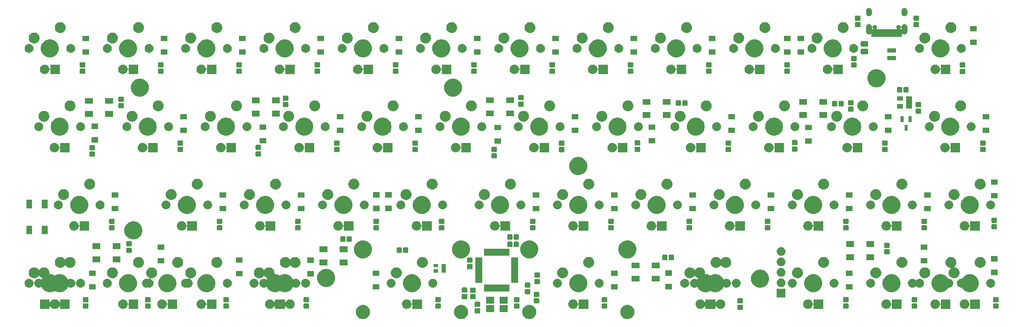
<source format=gbs>
G04 #@! TF.GenerationSoftware,KiCad,Pcbnew,5.1.5-52549c5~84~ubuntu16.04.1*
G04 #@! TF.CreationDate,2020-05-05T20:45:57-04:00*
G04 #@! TF.ProjectId,steamvan,73746561-6d76-4616-9e2e-6b696361645f,rev?*
G04 #@! TF.SameCoordinates,PX43ec160PY7dabae0*
G04 #@! TF.FileFunction,Soldermask,Bot*
G04 #@! TF.FilePolarity,Negative*
%FSLAX46Y46*%
G04 Gerber Fmt 4.6, Leading zero omitted, Abs format (unit mm)*
G04 Created by KiCad (PCBNEW 5.1.5-52549c5~84~ubuntu16.04.1) date 2020-05-05 20:45:57*
%MOMM*%
%LPD*%
G04 APERTURE LIST*
%ADD10C,0.100000*%
G04 APERTURE END LIST*
D10*
G36*
X110176998Y4232532D02*
G01*
X110288022Y4210448D01*
X110405022Y4161985D01*
X110601769Y4080490D01*
X110884135Y3891819D01*
X111124269Y3651685D01*
X111312940Y3369319D01*
X111374869Y3219809D01*
X111438800Y3065466D01*
X111442898Y3055571D01*
X111509150Y2722501D01*
X111509150Y2382899D01*
X111442898Y2049829D01*
X111312940Y1736081D01*
X111124269Y1453715D01*
X110884135Y1213581D01*
X110601769Y1024910D01*
X110417980Y948782D01*
X110288022Y894952D01*
X110176998Y872868D01*
X109954951Y828700D01*
X109615349Y828700D01*
X109393302Y872868D01*
X109282278Y894952D01*
X109152320Y948782D01*
X108968531Y1024910D01*
X108686165Y1213581D01*
X108446031Y1453715D01*
X108257360Y1736081D01*
X108127402Y2049829D01*
X108061150Y2382899D01*
X108061150Y2722501D01*
X108127402Y3055571D01*
X108131501Y3065466D01*
X108195431Y3219809D01*
X108257360Y3369319D01*
X108446031Y3651685D01*
X108686165Y3891819D01*
X108968531Y4080490D01*
X109165278Y4161985D01*
X109282278Y4210448D01*
X109393302Y4232532D01*
X109615349Y4276700D01*
X109954951Y4276700D01*
X110176998Y4232532D01*
G37*
G36*
X86300998Y4232532D02*
G01*
X86412022Y4210448D01*
X86529022Y4161985D01*
X86725769Y4080490D01*
X87008135Y3891819D01*
X87248269Y3651685D01*
X87436940Y3369319D01*
X87498869Y3219809D01*
X87562800Y3065466D01*
X87566898Y3055571D01*
X87633150Y2722501D01*
X87633150Y2382899D01*
X87566898Y2049829D01*
X87436940Y1736081D01*
X87248269Y1453715D01*
X87008135Y1213581D01*
X86725769Y1024910D01*
X86541980Y948782D01*
X86412022Y894952D01*
X86300998Y872868D01*
X86078951Y828700D01*
X85739349Y828700D01*
X85517302Y872868D01*
X85406278Y894952D01*
X85276320Y948782D01*
X85092531Y1024910D01*
X84810165Y1213581D01*
X84570031Y1453715D01*
X84381360Y1736081D01*
X84251402Y2049829D01*
X84185150Y2382899D01*
X84185150Y2722501D01*
X84251402Y3055571D01*
X84255501Y3065466D01*
X84319431Y3219809D01*
X84381360Y3369319D01*
X84570031Y3651685D01*
X84810165Y3891819D01*
X85092531Y4080490D01*
X85289278Y4161985D01*
X85406278Y4210448D01*
X85517302Y4232532D01*
X85739349Y4276700D01*
X86078951Y4276700D01*
X86300998Y4232532D01*
G37*
G36*
X150658248Y4232532D02*
G01*
X150769272Y4210448D01*
X150886272Y4161985D01*
X151083019Y4080490D01*
X151365385Y3891819D01*
X151605519Y3651685D01*
X151794190Y3369319D01*
X151856119Y3219809D01*
X151920050Y3065466D01*
X151924148Y3055571D01*
X151990400Y2722501D01*
X151990400Y2382899D01*
X151924148Y2049829D01*
X151794190Y1736081D01*
X151605519Y1453715D01*
X151365385Y1213581D01*
X151083019Y1024910D01*
X150899230Y948782D01*
X150769272Y894952D01*
X150658248Y872868D01*
X150436201Y828700D01*
X150096599Y828700D01*
X149874552Y872868D01*
X149763528Y894952D01*
X149633570Y948782D01*
X149449781Y1024910D01*
X149167415Y1213581D01*
X148927281Y1453715D01*
X148738610Y1736081D01*
X148608652Y2049829D01*
X148542400Y2382899D01*
X148542400Y2722501D01*
X148608652Y3055571D01*
X148612751Y3065466D01*
X148676681Y3219809D01*
X148738610Y3369319D01*
X148927281Y3651685D01*
X149167415Y3891819D01*
X149449781Y4080490D01*
X149646528Y4161985D01*
X149763528Y4210448D01*
X149874552Y4232532D01*
X150096599Y4276700D01*
X150436201Y4276700D01*
X150658248Y4232532D01*
G37*
G36*
X126782248Y4232532D02*
G01*
X126893272Y4210448D01*
X127010272Y4161985D01*
X127207019Y4080490D01*
X127489385Y3891819D01*
X127729519Y3651685D01*
X127918190Y3369319D01*
X127980119Y3219809D01*
X128044050Y3065466D01*
X128048148Y3055571D01*
X128114400Y2722501D01*
X128114400Y2382899D01*
X128048148Y2049829D01*
X127918190Y1736081D01*
X127729519Y1453715D01*
X127489385Y1213581D01*
X127207019Y1024910D01*
X127023230Y948782D01*
X126893272Y894952D01*
X126782248Y872868D01*
X126560201Y828700D01*
X126220599Y828700D01*
X125998552Y872868D01*
X125887528Y894952D01*
X125757570Y948782D01*
X125573781Y1024910D01*
X125291415Y1213581D01*
X125051281Y1453715D01*
X124862610Y1736081D01*
X124732652Y2049829D01*
X124666400Y2382899D01*
X124666400Y2722501D01*
X124732652Y3055571D01*
X124736751Y3065466D01*
X124800681Y3219809D01*
X124862610Y3369319D01*
X125051281Y3651685D01*
X125291415Y3891819D01*
X125573781Y4080490D01*
X125770528Y4161985D01*
X125887528Y4210448D01*
X125998552Y4232532D01*
X126220599Y4276700D01*
X126560201Y4276700D01*
X126782248Y4232532D01*
G37*
G36*
X114247022Y3476683D02*
G01*
X114294985Y3462134D01*
X114339178Y3438512D01*
X114377919Y3406719D01*
X114409712Y3367978D01*
X114433334Y3323785D01*
X114447883Y3275822D01*
X114453400Y3219809D01*
X114453400Y2469591D01*
X114447883Y2413578D01*
X114433334Y2365615D01*
X114409712Y2321422D01*
X114377919Y2282681D01*
X114339178Y2250888D01*
X114294985Y2227266D01*
X114247022Y2212717D01*
X114191009Y2207200D01*
X113365791Y2207200D01*
X113309778Y2212717D01*
X113261815Y2227266D01*
X113217622Y2250888D01*
X113178881Y2282681D01*
X113147088Y2321422D01*
X113123466Y2365615D01*
X113108917Y2413578D01*
X113103400Y2469591D01*
X113103400Y3219809D01*
X113108917Y3275822D01*
X113123466Y3323785D01*
X113147088Y3367978D01*
X113178881Y3406719D01*
X113217622Y3438512D01*
X113261815Y3462134D01*
X113309778Y3476683D01*
X113365791Y3482200D01*
X114191009Y3482200D01*
X114247022Y3476683D01*
G37*
G36*
X117866400Y2544200D02*
G01*
X115866400Y2544200D01*
X115866400Y4244200D01*
X117866400Y4244200D01*
X117866400Y2544200D01*
G37*
G36*
X121166400Y2544200D02*
G01*
X119166400Y2544200D01*
X119166400Y4244200D01*
X121166400Y4244200D01*
X121166400Y2544200D01*
G37*
G36*
X178167022Y4314883D02*
G01*
X178214985Y4300334D01*
X178259178Y4276712D01*
X178297919Y4244919D01*
X178329712Y4206178D01*
X178353334Y4161985D01*
X178367883Y4114022D01*
X178373400Y4058009D01*
X178373400Y3307791D01*
X178367883Y3251778D01*
X178353334Y3203815D01*
X178329712Y3159622D01*
X178297919Y3120881D01*
X178259178Y3089088D01*
X178214985Y3065466D01*
X178167022Y3050917D01*
X178111009Y3045400D01*
X177285791Y3045400D01*
X177229778Y3050917D01*
X177181815Y3065466D01*
X177137622Y3089088D01*
X177098881Y3120881D01*
X177067088Y3159622D01*
X177043466Y3203815D01*
X177028917Y3251778D01*
X177023400Y3307791D01*
X177023400Y4058009D01*
X177028917Y4114022D01*
X177043466Y4161985D01*
X177067088Y4206178D01*
X177098881Y4244919D01*
X177137622Y4276712D01*
X177181815Y4300334D01*
X177229778Y4314883D01*
X177285791Y4320400D01*
X178111009Y4320400D01*
X178167022Y4314883D01*
G37*
G36*
X137316045Y5581530D02*
G01*
X137394572Y5565910D01*
X137481449Y5529924D01*
X137604312Y5479033D01*
X137604313Y5479032D01*
X137793076Y5352905D01*
X137953605Y5192376D01*
X137953606Y5192374D01*
X138079733Y5003612D01*
X138104848Y4942978D01*
X138166610Y4793872D01*
X138181575Y4718640D01*
X138198304Y4634536D01*
X138205417Y4611087D01*
X138216968Y4589476D01*
X138232513Y4570534D01*
X138251455Y4554989D01*
X138273066Y4543438D01*
X138296515Y4536325D01*
X138320901Y4533923D01*
X138345287Y4536325D01*
X138368736Y4543438D01*
X138390347Y4554989D01*
X138409289Y4570534D01*
X138424834Y4589476D01*
X138436385Y4611087D01*
X138443498Y4634536D01*
X138445900Y4658922D01*
X138445900Y5610200D01*
X140750900Y5610200D01*
X140750900Y3305200D01*
X138445900Y3305200D01*
X138445900Y4256478D01*
X138443498Y4280864D01*
X138436385Y4304313D01*
X138424834Y4325924D01*
X138409289Y4344866D01*
X138390347Y4360411D01*
X138368736Y4371962D01*
X138345287Y4379075D01*
X138320901Y4381477D01*
X138296515Y4379075D01*
X138273066Y4371962D01*
X138251455Y4360411D01*
X138232513Y4344866D01*
X138216968Y4325924D01*
X138205417Y4304313D01*
X138198304Y4280864D01*
X138166610Y4121529D01*
X138079733Y3911788D01*
X138043580Y3857681D01*
X137953605Y3723024D01*
X137793076Y3562495D01*
X137769841Y3546970D01*
X137604312Y3436367D01*
X137525975Y3403919D01*
X137394572Y3349490D01*
X137349567Y3340538D01*
X137171913Y3305200D01*
X136944887Y3305200D01*
X136767233Y3340538D01*
X136722228Y3349490D01*
X136590825Y3403919D01*
X136512488Y3436367D01*
X136346959Y3546970D01*
X136323724Y3562495D01*
X136163195Y3723024D01*
X136073220Y3857681D01*
X136037067Y3911788D01*
X135950190Y4121529D01*
X135905900Y4344187D01*
X135905900Y4571213D01*
X135950190Y4793871D01*
X135950579Y4794809D01*
X136011952Y4942978D01*
X136037067Y5003612D01*
X136163194Y5192374D01*
X136163195Y5192376D01*
X136323724Y5352905D01*
X136512487Y5479032D01*
X136512488Y5479033D01*
X136635351Y5529924D01*
X136722228Y5565910D01*
X136800755Y5581530D01*
X136944887Y5610200D01*
X137171913Y5610200D01*
X137316045Y5581530D01*
G37*
G36*
X225422295Y5581530D02*
G01*
X225500822Y5565910D01*
X225587699Y5529924D01*
X225710562Y5479033D01*
X225710563Y5479032D01*
X225899326Y5352905D01*
X226059855Y5192376D01*
X226059856Y5192374D01*
X226185983Y5003612D01*
X226211098Y4942978D01*
X226272860Y4793872D01*
X226287825Y4718640D01*
X226304554Y4634536D01*
X226311667Y4611087D01*
X226323218Y4589476D01*
X226338763Y4570534D01*
X226357705Y4554989D01*
X226379316Y4543438D01*
X226402765Y4536325D01*
X226427151Y4533923D01*
X226451537Y4536325D01*
X226474986Y4543438D01*
X226496597Y4554989D01*
X226515539Y4570534D01*
X226531084Y4589476D01*
X226542635Y4611087D01*
X226549748Y4634536D01*
X226552150Y4658922D01*
X226552150Y5610200D01*
X228857150Y5610200D01*
X228857150Y3305200D01*
X226552150Y3305200D01*
X226552150Y4256478D01*
X226549748Y4280864D01*
X226542635Y4304313D01*
X226531084Y4325924D01*
X226515539Y4344866D01*
X226496597Y4360411D01*
X226474986Y4371962D01*
X226451537Y4379075D01*
X226427151Y4381477D01*
X226402765Y4379075D01*
X226379316Y4371962D01*
X226357705Y4360411D01*
X226338763Y4344866D01*
X226323218Y4325924D01*
X226311667Y4304313D01*
X226304554Y4280864D01*
X226272860Y4121529D01*
X226185983Y3911788D01*
X226149830Y3857681D01*
X226059855Y3723024D01*
X225899326Y3562495D01*
X225876091Y3546970D01*
X225710562Y3436367D01*
X225632225Y3403919D01*
X225500822Y3349490D01*
X225455817Y3340538D01*
X225278163Y3305200D01*
X225051137Y3305200D01*
X224873483Y3340538D01*
X224828478Y3349490D01*
X224697075Y3403919D01*
X224618738Y3436367D01*
X224453209Y3546970D01*
X224429974Y3562495D01*
X224269445Y3723024D01*
X224179470Y3857681D01*
X224143317Y3911788D01*
X224056440Y4121529D01*
X224012150Y4344187D01*
X224012150Y4571213D01*
X224056440Y4793871D01*
X224056829Y4794809D01*
X224118202Y4942978D01*
X224143317Y5003612D01*
X224269444Y5192374D01*
X224269445Y5192376D01*
X224429974Y5352905D01*
X224618737Y5479032D01*
X224618738Y5479033D01*
X224741601Y5529924D01*
X224828478Y5565910D01*
X224907005Y5581530D01*
X225051137Y5610200D01*
X225278163Y5610200D01*
X225422295Y5581530D01*
G37*
G36*
X37303545Y5581530D02*
G01*
X37382072Y5565910D01*
X37468949Y5529924D01*
X37591812Y5479033D01*
X37591813Y5479032D01*
X37780576Y5352905D01*
X37941105Y5192376D01*
X37941106Y5192374D01*
X38067233Y5003612D01*
X38092348Y4942978D01*
X38154110Y4793872D01*
X38169075Y4718640D01*
X38185804Y4634536D01*
X38192917Y4611087D01*
X38204468Y4589476D01*
X38220013Y4570534D01*
X38238955Y4554989D01*
X38260566Y4543438D01*
X38284015Y4536325D01*
X38308401Y4533923D01*
X38332787Y4536325D01*
X38356236Y4543438D01*
X38377847Y4554989D01*
X38396789Y4570534D01*
X38412334Y4589476D01*
X38423885Y4611087D01*
X38430998Y4634536D01*
X38433400Y4658922D01*
X38433400Y5610200D01*
X40738400Y5610200D01*
X40738400Y3305200D01*
X38433400Y3305200D01*
X38433400Y4256478D01*
X38430998Y4280864D01*
X38423885Y4304313D01*
X38412334Y4325924D01*
X38396789Y4344866D01*
X38377847Y4360411D01*
X38356236Y4371962D01*
X38332787Y4379075D01*
X38308401Y4381477D01*
X38284015Y4379075D01*
X38260566Y4371962D01*
X38238955Y4360411D01*
X38220013Y4344866D01*
X38204468Y4325924D01*
X38192917Y4304313D01*
X38185804Y4280864D01*
X38154110Y4121529D01*
X38067233Y3911788D01*
X38031080Y3857681D01*
X37941105Y3723024D01*
X37780576Y3562495D01*
X37757341Y3546970D01*
X37591812Y3436367D01*
X37513475Y3403919D01*
X37382072Y3349490D01*
X37337067Y3340538D01*
X37159413Y3305200D01*
X36932387Y3305200D01*
X36754733Y3340538D01*
X36709728Y3349490D01*
X36578325Y3403919D01*
X36499988Y3436367D01*
X36334459Y3546970D01*
X36311224Y3562495D01*
X36150695Y3723024D01*
X36060720Y3857681D01*
X36024567Y3911788D01*
X35937690Y4121529D01*
X35893400Y4344187D01*
X35893400Y4571213D01*
X35937690Y4793871D01*
X35938079Y4794809D01*
X35999452Y4942978D01*
X36024567Y5003612D01*
X36150694Y5192374D01*
X36150695Y5192376D01*
X36311224Y5352905D01*
X36499987Y5479032D01*
X36499988Y5479033D01*
X36622851Y5529924D01*
X36709728Y5565910D01*
X36788255Y5581530D01*
X36932387Y5610200D01*
X37159413Y5610200D01*
X37303545Y5581530D01*
G37*
G36*
X96834795Y5581530D02*
G01*
X96913322Y5565910D01*
X97000199Y5529924D01*
X97123062Y5479033D01*
X97123063Y5479032D01*
X97311826Y5352905D01*
X97472355Y5192376D01*
X97472356Y5192374D01*
X97598483Y5003612D01*
X97623598Y4942978D01*
X97685360Y4793872D01*
X97700325Y4718640D01*
X97717054Y4634536D01*
X97724167Y4611087D01*
X97735718Y4589476D01*
X97751263Y4570534D01*
X97770205Y4554989D01*
X97791816Y4543438D01*
X97815265Y4536325D01*
X97839651Y4533923D01*
X97864037Y4536325D01*
X97887486Y4543438D01*
X97909097Y4554989D01*
X97928039Y4570534D01*
X97943584Y4589476D01*
X97955135Y4611087D01*
X97962248Y4634536D01*
X97964650Y4658922D01*
X97964650Y5610200D01*
X100269650Y5610200D01*
X100269650Y3305200D01*
X97964650Y3305200D01*
X97964650Y4256478D01*
X97962248Y4280864D01*
X97955135Y4304313D01*
X97943584Y4325924D01*
X97928039Y4344866D01*
X97909097Y4360411D01*
X97887486Y4371962D01*
X97864037Y4379075D01*
X97839651Y4381477D01*
X97815265Y4379075D01*
X97791816Y4371962D01*
X97770205Y4360411D01*
X97751263Y4344866D01*
X97735718Y4325924D01*
X97724167Y4304313D01*
X97717054Y4280864D01*
X97685360Y4121529D01*
X97598483Y3911788D01*
X97562330Y3857681D01*
X97472355Y3723024D01*
X97311826Y3562495D01*
X97288591Y3546970D01*
X97123062Y3436367D01*
X97044725Y3403919D01*
X96913322Y3349490D01*
X96868317Y3340538D01*
X96690663Y3305200D01*
X96463637Y3305200D01*
X96285983Y3340538D01*
X96240978Y3349490D01*
X96109575Y3403919D01*
X96031238Y3436367D01*
X95865709Y3546970D01*
X95842474Y3562495D01*
X95681945Y3723024D01*
X95591970Y3857681D01*
X95555817Y3911788D01*
X95468940Y4121529D01*
X95424650Y4344187D01*
X95424650Y4571213D01*
X95468940Y4793871D01*
X95469329Y4794809D01*
X95530702Y4942978D01*
X95555817Y5003612D01*
X95681944Y5192374D01*
X95681945Y5192376D01*
X95842474Y5352905D01*
X96031237Y5479032D01*
X96031238Y5479033D01*
X96154101Y5529924D01*
X96240978Y5565910D01*
X96319505Y5581530D01*
X96463637Y5610200D01*
X96690663Y5610200D01*
X96834795Y5581530D01*
G37*
G36*
X168272295Y5581530D02*
G01*
X168350822Y5565910D01*
X168437699Y5529924D01*
X168560562Y5479033D01*
X168560563Y5479032D01*
X168749326Y5352905D01*
X168909855Y5192376D01*
X168909856Y5192374D01*
X169014468Y5035812D01*
X169030014Y5016870D01*
X169048956Y5001325D01*
X169070566Y4989774D01*
X169094015Y4982661D01*
X169118401Y4980259D01*
X169142788Y4982661D01*
X169166236Y4989774D01*
X169187847Y5001325D01*
X169206789Y5016871D01*
X169222334Y5035813D01*
X169233885Y5057423D01*
X169240998Y5080872D01*
X169243400Y5105258D01*
X169243400Y5610200D01*
X171707150Y5610200D01*
X171707150Y5105258D01*
X171709552Y5080872D01*
X171716665Y5057423D01*
X171728216Y5035812D01*
X171743761Y5016870D01*
X171762703Y5001325D01*
X171784314Y4989774D01*
X171807763Y4982661D01*
X171832149Y4980259D01*
X171856535Y4982661D01*
X171879984Y4989774D01*
X171901595Y5001325D01*
X171920537Y5016870D01*
X171936082Y5035812D01*
X172040694Y5192374D01*
X172040695Y5192376D01*
X172201224Y5352905D01*
X172389987Y5479032D01*
X172389988Y5479033D01*
X172512851Y5529924D01*
X172599728Y5565910D01*
X172678255Y5581530D01*
X172822387Y5610200D01*
X173049413Y5610200D01*
X173193545Y5581530D01*
X173272072Y5565910D01*
X173358949Y5529924D01*
X173481812Y5479033D01*
X173481813Y5479032D01*
X173670576Y5352905D01*
X173831105Y5192376D01*
X173831106Y5192374D01*
X173957233Y5003612D01*
X173982348Y4942978D01*
X174043722Y4794809D01*
X174044110Y4793871D01*
X174088400Y4571213D01*
X174088400Y4344187D01*
X174044110Y4121529D01*
X173957233Y3911788D01*
X173921080Y3857681D01*
X173831105Y3723024D01*
X173670576Y3562495D01*
X173647341Y3546970D01*
X173481812Y3436367D01*
X173403475Y3403919D01*
X173272072Y3349490D01*
X173227067Y3340538D01*
X173049413Y3305200D01*
X172822387Y3305200D01*
X172644733Y3340538D01*
X172599728Y3349490D01*
X172468325Y3403919D01*
X172389988Y3436367D01*
X172224459Y3546970D01*
X172201224Y3562495D01*
X172040695Y3723024D01*
X171982485Y3810142D01*
X171936082Y3879588D01*
X171920536Y3898530D01*
X171901594Y3914075D01*
X171879984Y3925626D01*
X171856535Y3932739D01*
X171832149Y3935141D01*
X171807762Y3932739D01*
X171784314Y3925626D01*
X171762703Y3914075D01*
X171743761Y3898529D01*
X171728216Y3879587D01*
X171716665Y3857977D01*
X171709552Y3834528D01*
X171707150Y3810142D01*
X171707150Y3305200D01*
X169243400Y3305200D01*
X169243400Y3810142D01*
X169240998Y3834528D01*
X169233885Y3857977D01*
X169222334Y3879588D01*
X169206789Y3898530D01*
X169187847Y3914075D01*
X169166236Y3925626D01*
X169142787Y3932739D01*
X169118401Y3935141D01*
X169094015Y3932739D01*
X169070566Y3925626D01*
X169048955Y3914075D01*
X169030013Y3898530D01*
X169014468Y3879588D01*
X168968065Y3810142D01*
X168909855Y3723024D01*
X168749326Y3562495D01*
X168726091Y3546970D01*
X168560562Y3436367D01*
X168482225Y3403919D01*
X168350822Y3349490D01*
X168305817Y3340538D01*
X168128163Y3305200D01*
X167901137Y3305200D01*
X167723483Y3340538D01*
X167678478Y3349490D01*
X167547075Y3403919D01*
X167468738Y3436367D01*
X167303209Y3546970D01*
X167279974Y3562495D01*
X167119445Y3723024D01*
X167029470Y3857681D01*
X166993317Y3911788D01*
X166906440Y4121529D01*
X166862150Y4344187D01*
X166862150Y4571213D01*
X166906440Y4793871D01*
X166906829Y4794809D01*
X166968202Y4942978D01*
X166993317Y5003612D01*
X167119444Y5192374D01*
X167119445Y5192376D01*
X167279974Y5352905D01*
X167468737Y5479032D01*
X167468738Y5479033D01*
X167591601Y5529924D01*
X167678478Y5565910D01*
X167757005Y5581530D01*
X167901137Y5610200D01*
X168128163Y5610200D01*
X168272295Y5581530D01*
G37*
G36*
X63497295Y5581530D02*
G01*
X63575822Y5565910D01*
X63662699Y5529924D01*
X63785562Y5479033D01*
X63785563Y5479032D01*
X63974326Y5352905D01*
X64134855Y5192376D01*
X64134856Y5192374D01*
X64239468Y5035812D01*
X64255014Y5016870D01*
X64273956Y5001325D01*
X64295566Y4989774D01*
X64319015Y4982661D01*
X64343401Y4980259D01*
X64367788Y4982661D01*
X64391236Y4989774D01*
X64412847Y5001325D01*
X64431789Y5016871D01*
X64447334Y5035813D01*
X64458885Y5057423D01*
X64465998Y5080872D01*
X64468400Y5105258D01*
X64468400Y5610200D01*
X66932150Y5610200D01*
X66932150Y5105258D01*
X66934552Y5080872D01*
X66941665Y5057423D01*
X66953216Y5035812D01*
X66968761Y5016870D01*
X66987703Y5001325D01*
X67009314Y4989774D01*
X67032763Y4982661D01*
X67057149Y4980259D01*
X67081535Y4982661D01*
X67104984Y4989774D01*
X67126595Y5001325D01*
X67145537Y5016870D01*
X67161082Y5035812D01*
X67265694Y5192374D01*
X67265695Y5192376D01*
X67426224Y5352905D01*
X67614987Y5479032D01*
X67614988Y5479033D01*
X67737851Y5529924D01*
X67824728Y5565910D01*
X67903255Y5581530D01*
X68047387Y5610200D01*
X68274413Y5610200D01*
X68418545Y5581530D01*
X68497072Y5565910D01*
X68583949Y5529924D01*
X68706812Y5479033D01*
X68706813Y5479032D01*
X68895576Y5352905D01*
X69056105Y5192376D01*
X69056106Y5192374D01*
X69182233Y5003612D01*
X69207348Y4942978D01*
X69268722Y4794809D01*
X69269110Y4793871D01*
X69313400Y4571213D01*
X69313400Y4344187D01*
X69269110Y4121529D01*
X69182233Y3911788D01*
X69146080Y3857681D01*
X69056105Y3723024D01*
X68895576Y3562495D01*
X68872341Y3546970D01*
X68706812Y3436367D01*
X68628475Y3403919D01*
X68497072Y3349490D01*
X68452067Y3340538D01*
X68274413Y3305200D01*
X68047387Y3305200D01*
X67869733Y3340538D01*
X67824728Y3349490D01*
X67693325Y3403919D01*
X67614988Y3436367D01*
X67449459Y3546970D01*
X67426224Y3562495D01*
X67265695Y3723024D01*
X67207485Y3810142D01*
X67161082Y3879588D01*
X67145536Y3898530D01*
X67126594Y3914075D01*
X67104984Y3925626D01*
X67081535Y3932739D01*
X67057149Y3935141D01*
X67032762Y3932739D01*
X67009314Y3925626D01*
X66987703Y3914075D01*
X66968761Y3898529D01*
X66953216Y3879587D01*
X66941665Y3857977D01*
X66934552Y3834528D01*
X66932150Y3810142D01*
X66932150Y3305200D01*
X64468400Y3305200D01*
X64468400Y3810142D01*
X64465998Y3834528D01*
X64458885Y3857977D01*
X64447334Y3879588D01*
X64431789Y3898530D01*
X64412847Y3914075D01*
X64391236Y3925626D01*
X64367787Y3932739D01*
X64343401Y3935141D01*
X64319015Y3932739D01*
X64295566Y3925626D01*
X64273955Y3914075D01*
X64255013Y3898530D01*
X64239468Y3879588D01*
X64193065Y3810142D01*
X64134855Y3723024D01*
X63974326Y3562495D01*
X63951091Y3546970D01*
X63785562Y3436367D01*
X63707225Y3403919D01*
X63575822Y3349490D01*
X63530817Y3340538D01*
X63353163Y3305200D01*
X63126137Y3305200D01*
X62948483Y3340538D01*
X62903478Y3349490D01*
X62772075Y3403919D01*
X62693738Y3436367D01*
X62528209Y3546970D01*
X62504974Y3562495D01*
X62344445Y3723024D01*
X62254470Y3857681D01*
X62218317Y3911788D01*
X62131440Y4121529D01*
X62087150Y4344187D01*
X62087150Y4571213D01*
X62131440Y4793871D01*
X62131829Y4794809D01*
X62193202Y4942978D01*
X62218317Y5003612D01*
X62344444Y5192374D01*
X62344445Y5192376D01*
X62504974Y5352905D01*
X62693737Y5479032D01*
X62693738Y5479033D01*
X62816601Y5529924D01*
X62903478Y5565910D01*
X62982005Y5581530D01*
X63126137Y5610200D01*
X63353163Y5610200D01*
X63497295Y5581530D01*
G37*
G36*
X232566045Y5581530D02*
G01*
X232644572Y5565910D01*
X232731449Y5529924D01*
X232854312Y5479033D01*
X232854313Y5479032D01*
X233043076Y5352905D01*
X233203605Y5192376D01*
X233203606Y5192374D01*
X233329733Y5003612D01*
X233354848Y4942978D01*
X233416610Y4793872D01*
X233431575Y4718640D01*
X233448304Y4634536D01*
X233455417Y4611087D01*
X233466968Y4589476D01*
X233482513Y4570534D01*
X233501455Y4554989D01*
X233523066Y4543438D01*
X233546515Y4536325D01*
X233570901Y4533923D01*
X233595287Y4536325D01*
X233618736Y4543438D01*
X233640347Y4554989D01*
X233659289Y4570534D01*
X233674834Y4589476D01*
X233686385Y4611087D01*
X233693498Y4634536D01*
X233695900Y4658922D01*
X233695900Y5610200D01*
X236000900Y5610200D01*
X236000900Y3305200D01*
X233695900Y3305200D01*
X233695900Y4256478D01*
X233693498Y4280864D01*
X233686385Y4304313D01*
X233674834Y4325924D01*
X233659289Y4344866D01*
X233640347Y4360411D01*
X233618736Y4371962D01*
X233595287Y4379075D01*
X233570901Y4381477D01*
X233546515Y4379075D01*
X233523066Y4371962D01*
X233501455Y4360411D01*
X233482513Y4344866D01*
X233466968Y4325924D01*
X233455417Y4304313D01*
X233448304Y4280864D01*
X233416610Y4121529D01*
X233329733Y3911788D01*
X233293580Y3857681D01*
X233203605Y3723024D01*
X233043076Y3562495D01*
X233019841Y3546970D01*
X232854312Y3436367D01*
X232775975Y3403919D01*
X232644572Y3349490D01*
X232599567Y3340538D01*
X232421913Y3305200D01*
X232194887Y3305200D01*
X232017233Y3340538D01*
X231972228Y3349490D01*
X231840825Y3403919D01*
X231762488Y3436367D01*
X231596959Y3546970D01*
X231573724Y3562495D01*
X231413195Y3723024D01*
X231323220Y3857681D01*
X231287067Y3911788D01*
X231200190Y4121529D01*
X231155900Y4344187D01*
X231155900Y4571213D01*
X231200190Y4793871D01*
X231200579Y4794809D01*
X231261952Y4942978D01*
X231287067Y5003612D01*
X231413194Y5192374D01*
X231413195Y5192376D01*
X231573724Y5352905D01*
X231762487Y5479032D01*
X231762488Y5479033D01*
X231885351Y5529924D01*
X231972228Y5565910D01*
X232050755Y5581530D01*
X232194887Y5610200D01*
X232421913Y5610200D01*
X232566045Y5581530D01*
G37*
G36*
X194466045Y5581530D02*
G01*
X194544572Y5565910D01*
X194631449Y5529924D01*
X194754312Y5479033D01*
X194754313Y5479032D01*
X194943076Y5352905D01*
X195103605Y5192376D01*
X195103606Y5192374D01*
X195229733Y5003612D01*
X195254848Y4942978D01*
X195316610Y4793872D01*
X195331575Y4718640D01*
X195348304Y4634536D01*
X195355417Y4611087D01*
X195366968Y4589476D01*
X195382513Y4570534D01*
X195401455Y4554989D01*
X195423066Y4543438D01*
X195446515Y4536325D01*
X195470901Y4533923D01*
X195495287Y4536325D01*
X195518736Y4543438D01*
X195540347Y4554989D01*
X195559289Y4570534D01*
X195574834Y4589476D01*
X195586385Y4611087D01*
X195593498Y4634536D01*
X195595900Y4658922D01*
X195595900Y5610200D01*
X197900900Y5610200D01*
X197900900Y3305200D01*
X195595900Y3305200D01*
X195595900Y4256478D01*
X195593498Y4280864D01*
X195586385Y4304313D01*
X195574834Y4325924D01*
X195559289Y4344866D01*
X195540347Y4360411D01*
X195518736Y4371962D01*
X195495287Y4379075D01*
X195470901Y4381477D01*
X195446515Y4379075D01*
X195423066Y4371962D01*
X195401455Y4360411D01*
X195382513Y4344866D01*
X195366968Y4325924D01*
X195355417Y4304313D01*
X195348304Y4280864D01*
X195316610Y4121529D01*
X195229733Y3911788D01*
X195193580Y3857681D01*
X195103605Y3723024D01*
X194943076Y3562495D01*
X194919841Y3546970D01*
X194754312Y3436367D01*
X194675975Y3403919D01*
X194544572Y3349490D01*
X194499567Y3340538D01*
X194321913Y3305200D01*
X194094887Y3305200D01*
X193917233Y3340538D01*
X193872228Y3349490D01*
X193740825Y3403919D01*
X193662488Y3436367D01*
X193496959Y3546970D01*
X193473724Y3562495D01*
X193313195Y3723024D01*
X193223220Y3857681D01*
X193187067Y3911788D01*
X193100190Y4121529D01*
X193055900Y4344187D01*
X193055900Y4571213D01*
X193100190Y4793871D01*
X193100579Y4794809D01*
X193161952Y4942978D01*
X193187067Y5003612D01*
X193313194Y5192374D01*
X193313195Y5192376D01*
X193473724Y5352905D01*
X193662487Y5479032D01*
X193662488Y5479033D01*
X193785351Y5529924D01*
X193872228Y5565910D01*
X193950755Y5581530D01*
X194094887Y5610200D01*
X194321913Y5610200D01*
X194466045Y5581530D01*
G37*
G36*
X213516045Y5581530D02*
G01*
X213594572Y5565910D01*
X213681449Y5529924D01*
X213804312Y5479033D01*
X213804313Y5479032D01*
X213993076Y5352905D01*
X214153605Y5192376D01*
X214153606Y5192374D01*
X214279733Y5003612D01*
X214304848Y4942978D01*
X214366610Y4793872D01*
X214381575Y4718640D01*
X214398304Y4634536D01*
X214405417Y4611087D01*
X214416968Y4589476D01*
X214432513Y4570534D01*
X214451455Y4554989D01*
X214473066Y4543438D01*
X214496515Y4536325D01*
X214520901Y4533923D01*
X214545287Y4536325D01*
X214568736Y4543438D01*
X214590347Y4554989D01*
X214609289Y4570534D01*
X214624834Y4589476D01*
X214636385Y4611087D01*
X214643498Y4634536D01*
X214645900Y4658922D01*
X214645900Y5610200D01*
X216950900Y5610200D01*
X216950900Y3305200D01*
X214645900Y3305200D01*
X214645900Y4256478D01*
X214643498Y4280864D01*
X214636385Y4304313D01*
X214624834Y4325924D01*
X214609289Y4344866D01*
X214590347Y4360411D01*
X214568736Y4371962D01*
X214545287Y4379075D01*
X214520901Y4381477D01*
X214496515Y4379075D01*
X214473066Y4371962D01*
X214451455Y4360411D01*
X214432513Y4344866D01*
X214416968Y4325924D01*
X214405417Y4304313D01*
X214398304Y4280864D01*
X214366610Y4121529D01*
X214279733Y3911788D01*
X214243580Y3857681D01*
X214153605Y3723024D01*
X213993076Y3562495D01*
X213969841Y3546970D01*
X213804312Y3436367D01*
X213725975Y3403919D01*
X213594572Y3349490D01*
X213549567Y3340538D01*
X213371913Y3305200D01*
X213144887Y3305200D01*
X212967233Y3340538D01*
X212922228Y3349490D01*
X212790825Y3403919D01*
X212712488Y3436367D01*
X212546959Y3546970D01*
X212523724Y3562495D01*
X212363195Y3723024D01*
X212273220Y3857681D01*
X212237067Y3911788D01*
X212150190Y4121529D01*
X212105900Y4344187D01*
X212105900Y4571213D01*
X212150190Y4793871D01*
X212150579Y4794809D01*
X212211952Y4942978D01*
X212237067Y5003612D01*
X212363194Y5192374D01*
X212363195Y5192376D01*
X212523724Y5352905D01*
X212712487Y5479032D01*
X212712488Y5479033D01*
X212835351Y5529924D01*
X212922228Y5565910D01*
X213000755Y5581530D01*
X213144887Y5610200D01*
X213371913Y5610200D01*
X213516045Y5581530D01*
G37*
G36*
X46828545Y5581530D02*
G01*
X46907072Y5565910D01*
X46993949Y5529924D01*
X47116812Y5479033D01*
X47116813Y5479032D01*
X47305576Y5352905D01*
X47466105Y5192376D01*
X47466106Y5192374D01*
X47592233Y5003612D01*
X47617348Y4942978D01*
X47679110Y4793872D01*
X47694075Y4718640D01*
X47710804Y4634536D01*
X47717917Y4611087D01*
X47729468Y4589476D01*
X47745013Y4570534D01*
X47763955Y4554989D01*
X47785566Y4543438D01*
X47809015Y4536325D01*
X47833401Y4533923D01*
X47857787Y4536325D01*
X47881236Y4543438D01*
X47902847Y4554989D01*
X47921789Y4570534D01*
X47937334Y4589476D01*
X47948885Y4611087D01*
X47955998Y4634536D01*
X47958400Y4658922D01*
X47958400Y5610200D01*
X50263400Y5610200D01*
X50263400Y3305200D01*
X47958400Y3305200D01*
X47958400Y4256478D01*
X47955998Y4280864D01*
X47948885Y4304313D01*
X47937334Y4325924D01*
X47921789Y4344866D01*
X47902847Y4360411D01*
X47881236Y4371962D01*
X47857787Y4379075D01*
X47833401Y4381477D01*
X47809015Y4379075D01*
X47785566Y4371962D01*
X47763955Y4360411D01*
X47745013Y4344866D01*
X47729468Y4325924D01*
X47717917Y4304313D01*
X47710804Y4280864D01*
X47679110Y4121529D01*
X47592233Y3911788D01*
X47556080Y3857681D01*
X47466105Y3723024D01*
X47305576Y3562495D01*
X47282341Y3546970D01*
X47116812Y3436367D01*
X47038475Y3403919D01*
X46907072Y3349490D01*
X46862067Y3340538D01*
X46684413Y3305200D01*
X46457387Y3305200D01*
X46279733Y3340538D01*
X46234728Y3349490D01*
X46103325Y3403919D01*
X46024988Y3436367D01*
X45859459Y3546970D01*
X45836224Y3562495D01*
X45675695Y3723024D01*
X45585720Y3857681D01*
X45549567Y3911788D01*
X45462690Y4121529D01*
X45418400Y4344187D01*
X45418400Y4571213D01*
X45462690Y4793871D01*
X45463079Y4794809D01*
X45524452Y4942978D01*
X45549567Y5003612D01*
X45675694Y5192374D01*
X45675695Y5192376D01*
X45836224Y5352905D01*
X46024987Y5479032D01*
X46024988Y5479033D01*
X46147851Y5529924D01*
X46234728Y5565910D01*
X46313255Y5581530D01*
X46457387Y5610200D01*
X46684413Y5610200D01*
X46828545Y5581530D01*
G37*
G36*
X9623400Y5105258D02*
G01*
X9625802Y5080872D01*
X9632915Y5057423D01*
X9644466Y5035812D01*
X9660011Y5016870D01*
X9678953Y5001325D01*
X9700564Y4989774D01*
X9724013Y4982661D01*
X9748399Y4980259D01*
X9772785Y4982661D01*
X9796234Y4989774D01*
X9817845Y5001325D01*
X9836787Y5016870D01*
X9852332Y5035812D01*
X9956944Y5192374D01*
X9956945Y5192376D01*
X10117474Y5352905D01*
X10306237Y5479032D01*
X10306238Y5479033D01*
X10429101Y5529924D01*
X10515978Y5565910D01*
X10594505Y5581530D01*
X10738637Y5610200D01*
X11124413Y5610200D01*
X11268545Y5581530D01*
X11347072Y5565910D01*
X11433949Y5529924D01*
X11556812Y5479033D01*
X11556813Y5479032D01*
X11745576Y5352905D01*
X11906105Y5192376D01*
X11906106Y5192374D01*
X12010718Y5035812D01*
X12026264Y5016870D01*
X12045206Y5001325D01*
X12066816Y4989774D01*
X12090265Y4982661D01*
X12114651Y4980259D01*
X12139038Y4982661D01*
X12162486Y4989774D01*
X12184097Y5001325D01*
X12203039Y5016871D01*
X12218584Y5035813D01*
X12230135Y5057423D01*
X12237248Y5080872D01*
X12239650Y5105258D01*
X12239650Y5610200D01*
X14544650Y5610200D01*
X14544650Y3305200D01*
X12239650Y3305200D01*
X12239650Y3810142D01*
X12237248Y3834528D01*
X12230135Y3857977D01*
X12218584Y3879588D01*
X12203039Y3898530D01*
X12184097Y3914075D01*
X12162486Y3925626D01*
X12139037Y3932739D01*
X12114651Y3935141D01*
X12090265Y3932739D01*
X12066816Y3925626D01*
X12045205Y3914075D01*
X12026263Y3898530D01*
X12010718Y3879588D01*
X11964315Y3810142D01*
X11906105Y3723024D01*
X11745576Y3562495D01*
X11722341Y3546970D01*
X11556812Y3436367D01*
X11478475Y3403919D01*
X11347072Y3349490D01*
X11302067Y3340538D01*
X11124413Y3305200D01*
X10738637Y3305200D01*
X10560983Y3340538D01*
X10515978Y3349490D01*
X10384575Y3403919D01*
X10306238Y3436367D01*
X10140709Y3546970D01*
X10117474Y3562495D01*
X9956945Y3723024D01*
X9898735Y3810142D01*
X9852332Y3879588D01*
X9836786Y3898530D01*
X9817844Y3914075D01*
X9796234Y3925626D01*
X9772785Y3932739D01*
X9748399Y3935141D01*
X9724012Y3932739D01*
X9700564Y3925626D01*
X9678953Y3914075D01*
X9660011Y3898529D01*
X9644466Y3879587D01*
X9632915Y3857977D01*
X9625802Y3834528D01*
X9623400Y3810142D01*
X9623400Y3305200D01*
X7318400Y3305200D01*
X7318400Y5610200D01*
X9623400Y5610200D01*
X9623400Y5105258D01*
G37*
G36*
X27778545Y5581530D02*
G01*
X27857072Y5565910D01*
X27943949Y5529924D01*
X28066812Y5479033D01*
X28066813Y5479032D01*
X28255576Y5352905D01*
X28416105Y5192376D01*
X28416106Y5192374D01*
X28542233Y5003612D01*
X28567348Y4942978D01*
X28629110Y4793872D01*
X28644075Y4718640D01*
X28660804Y4634536D01*
X28667917Y4611087D01*
X28679468Y4589476D01*
X28695013Y4570534D01*
X28713955Y4554989D01*
X28735566Y4543438D01*
X28759015Y4536325D01*
X28783401Y4533923D01*
X28807787Y4536325D01*
X28831236Y4543438D01*
X28852847Y4554989D01*
X28871789Y4570534D01*
X28887334Y4589476D01*
X28898885Y4611087D01*
X28905998Y4634536D01*
X28908400Y4658922D01*
X28908400Y5610200D01*
X31213400Y5610200D01*
X31213400Y3305200D01*
X28908400Y3305200D01*
X28908400Y4256478D01*
X28905998Y4280864D01*
X28898885Y4304313D01*
X28887334Y4325924D01*
X28871789Y4344866D01*
X28852847Y4360411D01*
X28831236Y4371962D01*
X28807787Y4379075D01*
X28783401Y4381477D01*
X28759015Y4379075D01*
X28735566Y4371962D01*
X28713955Y4360411D01*
X28695013Y4344866D01*
X28679468Y4325924D01*
X28667917Y4304313D01*
X28660804Y4280864D01*
X28629110Y4121529D01*
X28542233Y3911788D01*
X28506080Y3857681D01*
X28416105Y3723024D01*
X28255576Y3562495D01*
X28232341Y3546970D01*
X28066812Y3436367D01*
X27988475Y3403919D01*
X27857072Y3349490D01*
X27812067Y3340538D01*
X27634413Y3305200D01*
X27407387Y3305200D01*
X27229733Y3340538D01*
X27184728Y3349490D01*
X27053325Y3403919D01*
X26974988Y3436367D01*
X26809459Y3546970D01*
X26786224Y3562495D01*
X26625695Y3723024D01*
X26535720Y3857681D01*
X26499567Y3911788D01*
X26412690Y4121529D01*
X26368400Y4344187D01*
X26368400Y4571213D01*
X26412690Y4793871D01*
X26413079Y4794809D01*
X26474452Y4942978D01*
X26499567Y5003612D01*
X26625694Y5192374D01*
X26625695Y5192376D01*
X26786224Y5352905D01*
X26974987Y5479032D01*
X26974988Y5479033D01*
X27097851Y5529924D01*
X27184728Y5565910D01*
X27263255Y5581530D01*
X27407387Y5610200D01*
X27634413Y5610200D01*
X27778545Y5581530D01*
G37*
G36*
X240397022Y4619683D02*
G01*
X240444985Y4605134D01*
X240489178Y4581512D01*
X240527919Y4549719D01*
X240559712Y4510978D01*
X240583334Y4466785D01*
X240597883Y4418822D01*
X240603400Y4362809D01*
X240603400Y3612591D01*
X240597883Y3556578D01*
X240583334Y3508615D01*
X240559712Y3464422D01*
X240527919Y3425681D01*
X240489178Y3393888D01*
X240444985Y3370266D01*
X240397022Y3355717D01*
X240341009Y3350200D01*
X239515791Y3350200D01*
X239459778Y3355717D01*
X239411815Y3370266D01*
X239367622Y3393888D01*
X239328881Y3425681D01*
X239297088Y3464422D01*
X239273466Y3508615D01*
X239258917Y3556578D01*
X239253400Y3612591D01*
X239253400Y4362809D01*
X239258917Y4418822D01*
X239273466Y4466785D01*
X239297088Y4510978D01*
X239328881Y4549719D01*
X239367622Y4581512D01*
X239411815Y4605134D01*
X239459778Y4619683D01*
X239515791Y4625200D01*
X240341009Y4625200D01*
X240397022Y4619683D01*
G37*
G36*
X53072022Y4619683D02*
G01*
X53119985Y4605134D01*
X53164178Y4581512D01*
X53202919Y4549719D01*
X53234712Y4510978D01*
X53258334Y4466785D01*
X53272883Y4418822D01*
X53278400Y4362809D01*
X53278400Y3612591D01*
X53272883Y3556578D01*
X53258334Y3508615D01*
X53234712Y3464422D01*
X53202919Y3425681D01*
X53164178Y3393888D01*
X53119985Y3370266D01*
X53072022Y3355717D01*
X53016009Y3350200D01*
X52190791Y3350200D01*
X52134778Y3355717D01*
X52086815Y3370266D01*
X52042622Y3393888D01*
X52003881Y3425681D01*
X51972088Y3464422D01*
X51948466Y3508615D01*
X51933917Y3556578D01*
X51928400Y3612591D01*
X51928400Y4362809D01*
X51933917Y4418822D01*
X51948466Y4466785D01*
X51972088Y4510978D01*
X52003881Y4549719D01*
X52042622Y4581512D01*
X52086815Y4605134D01*
X52134778Y4619683D01*
X52190791Y4625200D01*
X53016009Y4625200D01*
X53072022Y4619683D01*
G37*
G36*
X34022022Y4619683D02*
G01*
X34069985Y4605134D01*
X34114178Y4581512D01*
X34152919Y4549719D01*
X34184712Y4510978D01*
X34208334Y4466785D01*
X34222883Y4418822D01*
X34228400Y4362809D01*
X34228400Y3612591D01*
X34222883Y3556578D01*
X34208334Y3508615D01*
X34184712Y3464422D01*
X34152919Y3425681D01*
X34114178Y3393888D01*
X34069985Y3370266D01*
X34022022Y3355717D01*
X33966009Y3350200D01*
X33140791Y3350200D01*
X33084778Y3355717D01*
X33036815Y3370266D01*
X32992622Y3393888D01*
X32953881Y3425681D01*
X32922088Y3464422D01*
X32898466Y3508615D01*
X32883917Y3556578D01*
X32878400Y3612591D01*
X32878400Y4362809D01*
X32883917Y4418822D01*
X32898466Y4466785D01*
X32922088Y4510978D01*
X32953881Y4549719D01*
X32992622Y4581512D01*
X33036815Y4605134D01*
X33084778Y4619683D01*
X33140791Y4625200D01*
X33966009Y4625200D01*
X34022022Y4619683D01*
G37*
G36*
X72604622Y4619683D02*
G01*
X72652585Y4605134D01*
X72696778Y4581512D01*
X72735519Y4549719D01*
X72767312Y4510978D01*
X72790934Y4466785D01*
X72805483Y4418822D01*
X72811000Y4362809D01*
X72811000Y3612591D01*
X72805483Y3556578D01*
X72790934Y3508615D01*
X72767312Y3464422D01*
X72735519Y3425681D01*
X72696778Y3393888D01*
X72652585Y3370266D01*
X72604622Y3355717D01*
X72548609Y3350200D01*
X71723391Y3350200D01*
X71667378Y3355717D01*
X71619415Y3370266D01*
X71575222Y3393888D01*
X71536481Y3425681D01*
X71504688Y3464422D01*
X71481066Y3508615D01*
X71466517Y3556578D01*
X71461000Y3612591D01*
X71461000Y4362809D01*
X71466517Y4418822D01*
X71481066Y4466785D01*
X71504688Y4510978D01*
X71536481Y4549719D01*
X71575222Y4581512D01*
X71619415Y4605134D01*
X71667378Y4619683D01*
X71723391Y4625200D01*
X72548609Y4625200D01*
X72604622Y4619683D01*
G37*
G36*
X104665772Y4619683D02*
G01*
X104713735Y4605134D01*
X104757928Y4581512D01*
X104796669Y4549719D01*
X104828462Y4510978D01*
X104852084Y4466785D01*
X104866633Y4418822D01*
X104872150Y4362809D01*
X104872150Y3612591D01*
X104866633Y3556578D01*
X104852084Y3508615D01*
X104828462Y3464422D01*
X104796669Y3425681D01*
X104757928Y3393888D01*
X104713735Y3370266D01*
X104665772Y3355717D01*
X104609759Y3350200D01*
X103784541Y3350200D01*
X103728528Y3355717D01*
X103680565Y3370266D01*
X103636372Y3393888D01*
X103597631Y3425681D01*
X103565838Y3464422D01*
X103542216Y3508615D01*
X103527667Y3556578D01*
X103522150Y3612591D01*
X103522150Y4362809D01*
X103527667Y4418822D01*
X103542216Y4466785D01*
X103565838Y4510978D01*
X103597631Y4549719D01*
X103636372Y4581512D01*
X103680565Y4605134D01*
X103728528Y4619683D01*
X103784541Y4625200D01*
X104609759Y4625200D01*
X104665772Y4619683D01*
G37*
G36*
X145147022Y4619683D02*
G01*
X145194985Y4605134D01*
X145239178Y4581512D01*
X145277919Y4549719D01*
X145309712Y4510978D01*
X145333334Y4466785D01*
X145347883Y4418822D01*
X145353400Y4362809D01*
X145353400Y3612591D01*
X145347883Y3556578D01*
X145333334Y3508615D01*
X145309712Y3464422D01*
X145277919Y3425681D01*
X145239178Y3393888D01*
X145194985Y3370266D01*
X145147022Y3355717D01*
X145091009Y3350200D01*
X144265791Y3350200D01*
X144209778Y3355717D01*
X144161815Y3370266D01*
X144117622Y3393888D01*
X144078881Y3425681D01*
X144047088Y3464422D01*
X144023466Y3508615D01*
X144008917Y3556578D01*
X144003400Y3612591D01*
X144003400Y4362809D01*
X144008917Y4418822D01*
X144023466Y4466785D01*
X144047088Y4510978D01*
X144078881Y4549719D01*
X144117622Y4581512D01*
X144161815Y4605134D01*
X144209778Y4619683D01*
X144265791Y4625200D01*
X145091009Y4625200D01*
X145147022Y4619683D01*
G37*
G36*
X123811022Y4619683D02*
G01*
X123858985Y4605134D01*
X123903178Y4581512D01*
X123941919Y4549719D01*
X123973712Y4510978D01*
X123997334Y4466785D01*
X124011883Y4418822D01*
X124017400Y4362809D01*
X124017400Y3612591D01*
X124011883Y3556578D01*
X123997334Y3508615D01*
X123973712Y3464422D01*
X123941919Y3425681D01*
X123903178Y3393888D01*
X123858985Y3370266D01*
X123811022Y3355717D01*
X123755009Y3350200D01*
X122929791Y3350200D01*
X122873778Y3355717D01*
X122825815Y3370266D01*
X122781622Y3393888D01*
X122742881Y3425681D01*
X122711088Y3464422D01*
X122687466Y3508615D01*
X122672917Y3556578D01*
X122667400Y3612591D01*
X122667400Y4362809D01*
X122672917Y4418822D01*
X122687466Y4466785D01*
X122711088Y4510978D01*
X122742881Y4549719D01*
X122781622Y4581512D01*
X122825815Y4605134D01*
X122873778Y4619683D01*
X122929791Y4625200D01*
X123755009Y4625200D01*
X123811022Y4619683D01*
G37*
G36*
X18940772Y4619683D02*
G01*
X18988735Y4605134D01*
X19032928Y4581512D01*
X19071669Y4549719D01*
X19103462Y4510978D01*
X19127084Y4466785D01*
X19141633Y4418822D01*
X19147150Y4362809D01*
X19147150Y3612591D01*
X19141633Y3556578D01*
X19127084Y3508615D01*
X19103462Y3464422D01*
X19071669Y3425681D01*
X19032928Y3393888D01*
X18988735Y3370266D01*
X18940772Y3355717D01*
X18884759Y3350200D01*
X18059541Y3350200D01*
X18003528Y3355717D01*
X17955565Y3370266D01*
X17911372Y3393888D01*
X17872631Y3425681D01*
X17840838Y3464422D01*
X17817216Y3508615D01*
X17802667Y3556578D01*
X17797150Y3612591D01*
X17797150Y4362809D01*
X17802667Y4418822D01*
X17817216Y4466785D01*
X17840838Y4510978D01*
X17872631Y4549719D01*
X17911372Y4581512D01*
X17955565Y4605134D01*
X18003528Y4619683D01*
X18059541Y4625200D01*
X18884759Y4625200D01*
X18940772Y4619683D01*
G37*
G36*
X220553272Y4619683D02*
G01*
X220601235Y4605134D01*
X220645428Y4581512D01*
X220684169Y4549719D01*
X220715962Y4510978D01*
X220739584Y4466785D01*
X220754133Y4418822D01*
X220759650Y4362809D01*
X220759650Y3612591D01*
X220754133Y3556578D01*
X220739584Y3508615D01*
X220715962Y3464422D01*
X220684169Y3425681D01*
X220645428Y3393888D01*
X220601235Y3370266D01*
X220553272Y3355717D01*
X220497259Y3350200D01*
X219672041Y3350200D01*
X219616028Y3355717D01*
X219568065Y3370266D01*
X219523872Y3393888D01*
X219485131Y3425681D01*
X219453338Y3464422D01*
X219429716Y3508615D01*
X219415167Y3556578D01*
X219409650Y3612591D01*
X219409650Y4362809D01*
X219415167Y4418822D01*
X219429716Y4466785D01*
X219453338Y4510978D01*
X219485131Y4549719D01*
X219523872Y4581512D01*
X219568065Y4605134D01*
X219616028Y4619683D01*
X219672041Y4625200D01*
X220497259Y4625200D01*
X220553272Y4619683D01*
G37*
G36*
X203884522Y4619683D02*
G01*
X203932485Y4605134D01*
X203976678Y4581512D01*
X204015419Y4549719D01*
X204047212Y4510978D01*
X204070834Y4466785D01*
X204085383Y4418822D01*
X204090900Y4362809D01*
X204090900Y3612591D01*
X204085383Y3556578D01*
X204070834Y3508615D01*
X204047212Y3464422D01*
X204015419Y3425681D01*
X203976678Y3393888D01*
X203932485Y3370266D01*
X203884522Y3355717D01*
X203828509Y3350200D01*
X203003291Y3350200D01*
X202947278Y3355717D01*
X202899315Y3370266D01*
X202855122Y3393888D01*
X202816381Y3425681D01*
X202784588Y3464422D01*
X202760966Y3508615D01*
X202746417Y3556578D01*
X202740900Y3612591D01*
X202740900Y4362809D01*
X202746417Y4418822D01*
X202760966Y4466785D01*
X202784588Y4510978D01*
X202816381Y4549719D01*
X202855122Y4581512D01*
X202899315Y4605134D01*
X202947278Y4619683D01*
X203003291Y4625200D01*
X203828509Y4625200D01*
X203884522Y4619683D01*
G37*
G36*
X114247022Y5051683D02*
G01*
X114294985Y5037134D01*
X114339178Y5013512D01*
X114377919Y4981719D01*
X114409712Y4942978D01*
X114433334Y4898785D01*
X114447883Y4850822D01*
X114453400Y4794809D01*
X114453400Y4044591D01*
X114447883Y3988578D01*
X114433334Y3940615D01*
X114409712Y3896422D01*
X114377919Y3857681D01*
X114339178Y3825888D01*
X114294985Y3802266D01*
X114247022Y3787717D01*
X114191009Y3782200D01*
X113365791Y3782200D01*
X113309778Y3787717D01*
X113261815Y3802266D01*
X113217622Y3825888D01*
X113178881Y3857681D01*
X113147088Y3896422D01*
X113123466Y3940615D01*
X113108917Y3988578D01*
X113103400Y4044591D01*
X113103400Y4794809D01*
X113108917Y4850822D01*
X113123466Y4898785D01*
X113147088Y4942978D01*
X113178881Y4981719D01*
X113217622Y5013512D01*
X113261815Y5037134D01*
X113309778Y5051683D01*
X113365791Y5057200D01*
X114191009Y5057200D01*
X114247022Y5051683D01*
G37*
G36*
X117866400Y4544200D02*
G01*
X115866400Y4544200D01*
X115866400Y6244200D01*
X117866400Y6244200D01*
X117866400Y4544200D01*
G37*
G36*
X121166400Y4544200D02*
G01*
X119166400Y4544200D01*
X119166400Y6244200D01*
X121166400Y6244200D01*
X121166400Y4544200D01*
G37*
G36*
X178167022Y5889883D02*
G01*
X178214985Y5875334D01*
X178259178Y5851712D01*
X178297919Y5819919D01*
X178329712Y5781178D01*
X178353334Y5736985D01*
X178367883Y5689022D01*
X178373400Y5633009D01*
X178373400Y4882791D01*
X178367883Y4826778D01*
X178353334Y4778815D01*
X178329712Y4734622D01*
X178297919Y4695881D01*
X178259178Y4664088D01*
X178214985Y4640466D01*
X178167022Y4625917D01*
X178111009Y4620400D01*
X177285791Y4620400D01*
X177229778Y4625917D01*
X177181815Y4640466D01*
X177137622Y4664088D01*
X177098881Y4695881D01*
X177067088Y4734622D01*
X177043466Y4778815D01*
X177028917Y4826778D01*
X177023400Y4882791D01*
X177023400Y5633009D01*
X177028917Y5689022D01*
X177043466Y5736985D01*
X177067088Y5781178D01*
X177098881Y5819919D01*
X177137622Y5851712D01*
X177181815Y5875334D01*
X177229778Y5889883D01*
X177285791Y5895400D01*
X178111009Y5895400D01*
X178167022Y5889883D01*
G37*
G36*
X128606542Y5894763D02*
G01*
X128654505Y5880214D01*
X128698698Y5856592D01*
X128737439Y5824799D01*
X128769232Y5786058D01*
X128792854Y5741865D01*
X128807403Y5693902D01*
X128812920Y5637889D01*
X128812920Y4887671D01*
X128807403Y4831658D01*
X128792854Y4783695D01*
X128769232Y4739502D01*
X128737439Y4700761D01*
X128698698Y4668968D01*
X128654505Y4645346D01*
X128606542Y4630797D01*
X128550529Y4625280D01*
X127725311Y4625280D01*
X127669298Y4630797D01*
X127621335Y4645346D01*
X127577142Y4668968D01*
X127538401Y4700761D01*
X127506608Y4739502D01*
X127482986Y4783695D01*
X127468437Y4831658D01*
X127462920Y4887671D01*
X127462920Y5637889D01*
X127468437Y5693902D01*
X127482986Y5741865D01*
X127506608Y5786058D01*
X127538401Y5824799D01*
X127577142Y5856592D01*
X127621335Y5880214D01*
X127669298Y5894763D01*
X127725311Y5900280D01*
X128550529Y5900280D01*
X128606542Y5894763D01*
G37*
G36*
X240397022Y6194683D02*
G01*
X240444985Y6180134D01*
X240489178Y6156512D01*
X240527919Y6124719D01*
X240559712Y6085978D01*
X240583334Y6041785D01*
X240597883Y5993822D01*
X240603400Y5937809D01*
X240603400Y5187591D01*
X240597883Y5131578D01*
X240583334Y5083615D01*
X240559712Y5039422D01*
X240527919Y5000681D01*
X240489178Y4968888D01*
X240444985Y4945266D01*
X240397022Y4930717D01*
X240341009Y4925200D01*
X239515791Y4925200D01*
X239459778Y4930717D01*
X239411815Y4945266D01*
X239367622Y4968888D01*
X239328881Y5000681D01*
X239297088Y5039422D01*
X239273466Y5083615D01*
X239258917Y5131578D01*
X239253400Y5187591D01*
X239253400Y5937809D01*
X239258917Y5993822D01*
X239273466Y6041785D01*
X239297088Y6085978D01*
X239328881Y6124719D01*
X239367622Y6156512D01*
X239411815Y6180134D01*
X239459778Y6194683D01*
X239515791Y6200200D01*
X240341009Y6200200D01*
X240397022Y6194683D01*
G37*
G36*
X220553272Y6194683D02*
G01*
X220601235Y6180134D01*
X220645428Y6156512D01*
X220684169Y6124719D01*
X220715962Y6085978D01*
X220739584Y6041785D01*
X220754133Y5993822D01*
X220759650Y5937809D01*
X220759650Y5187591D01*
X220754133Y5131578D01*
X220739584Y5083615D01*
X220715962Y5039422D01*
X220684169Y5000681D01*
X220645428Y4968888D01*
X220601235Y4945266D01*
X220553272Y4930717D01*
X220497259Y4925200D01*
X219672041Y4925200D01*
X219616028Y4930717D01*
X219568065Y4945266D01*
X219523872Y4968888D01*
X219485131Y5000681D01*
X219453338Y5039422D01*
X219429716Y5083615D01*
X219415167Y5131578D01*
X219409650Y5187591D01*
X219409650Y5937809D01*
X219415167Y5993822D01*
X219429716Y6041785D01*
X219453338Y6085978D01*
X219485131Y6124719D01*
X219523872Y6156512D01*
X219568065Y6180134D01*
X219616028Y6194683D01*
X219672041Y6200200D01*
X220497259Y6200200D01*
X220553272Y6194683D01*
G37*
G36*
X72604622Y6194683D02*
G01*
X72652585Y6180134D01*
X72696778Y6156512D01*
X72735519Y6124719D01*
X72767312Y6085978D01*
X72790934Y6041785D01*
X72805483Y5993822D01*
X72811000Y5937809D01*
X72811000Y5187591D01*
X72805483Y5131578D01*
X72790934Y5083615D01*
X72767312Y5039422D01*
X72735519Y5000681D01*
X72696778Y4968888D01*
X72652585Y4945266D01*
X72604622Y4930717D01*
X72548609Y4925200D01*
X71723391Y4925200D01*
X71667378Y4930717D01*
X71619415Y4945266D01*
X71575222Y4968888D01*
X71536481Y5000681D01*
X71504688Y5039422D01*
X71481066Y5083615D01*
X71466517Y5131578D01*
X71461000Y5187591D01*
X71461000Y5937809D01*
X71466517Y5993822D01*
X71481066Y6041785D01*
X71504688Y6085978D01*
X71536481Y6124719D01*
X71575222Y6156512D01*
X71619415Y6180134D01*
X71667378Y6194683D01*
X71723391Y6200200D01*
X72548609Y6200200D01*
X72604622Y6194683D01*
G37*
G36*
X123811022Y6194683D02*
G01*
X123858985Y6180134D01*
X123903178Y6156512D01*
X123941919Y6124719D01*
X123973712Y6085978D01*
X123997334Y6041785D01*
X124011883Y5993822D01*
X124017400Y5937809D01*
X124017400Y5187591D01*
X124011883Y5131578D01*
X123997334Y5083615D01*
X123973712Y5039422D01*
X123941919Y5000681D01*
X123903178Y4968888D01*
X123858985Y4945266D01*
X123811022Y4930717D01*
X123755009Y4925200D01*
X122929791Y4925200D01*
X122873778Y4930717D01*
X122825815Y4945266D01*
X122781622Y4968888D01*
X122742881Y5000681D01*
X122711088Y5039422D01*
X122687466Y5083615D01*
X122672917Y5131578D01*
X122667400Y5187591D01*
X122667400Y5937809D01*
X122672917Y5993822D01*
X122687466Y6041785D01*
X122711088Y6085978D01*
X122742881Y6124719D01*
X122781622Y6156512D01*
X122825815Y6180134D01*
X122873778Y6194683D01*
X122929791Y6200200D01*
X123755009Y6200200D01*
X123811022Y6194683D01*
G37*
G36*
X203884522Y6194683D02*
G01*
X203932485Y6180134D01*
X203976678Y6156512D01*
X204015419Y6124719D01*
X204047212Y6085978D01*
X204070834Y6041785D01*
X204085383Y5993822D01*
X204090900Y5937809D01*
X204090900Y5187591D01*
X204085383Y5131578D01*
X204070834Y5083615D01*
X204047212Y5039422D01*
X204015419Y5000681D01*
X203976678Y4968888D01*
X203932485Y4945266D01*
X203884522Y4930717D01*
X203828509Y4925200D01*
X203003291Y4925200D01*
X202947278Y4930717D01*
X202899315Y4945266D01*
X202855122Y4968888D01*
X202816381Y5000681D01*
X202784588Y5039422D01*
X202760966Y5083615D01*
X202746417Y5131578D01*
X202740900Y5187591D01*
X202740900Y5937809D01*
X202746417Y5993822D01*
X202760966Y6041785D01*
X202784588Y6085978D01*
X202816381Y6124719D01*
X202855122Y6156512D01*
X202899315Y6180134D01*
X202947278Y6194683D01*
X203003291Y6200200D01*
X203828509Y6200200D01*
X203884522Y6194683D01*
G37*
G36*
X104665772Y6194683D02*
G01*
X104713735Y6180134D01*
X104757928Y6156512D01*
X104796669Y6124719D01*
X104828462Y6085978D01*
X104852084Y6041785D01*
X104866633Y5993822D01*
X104872150Y5937809D01*
X104872150Y5187591D01*
X104866633Y5131578D01*
X104852084Y5083615D01*
X104828462Y5039422D01*
X104796669Y5000681D01*
X104757928Y4968888D01*
X104713735Y4945266D01*
X104665772Y4930717D01*
X104609759Y4925200D01*
X103784541Y4925200D01*
X103728528Y4930717D01*
X103680565Y4945266D01*
X103636372Y4968888D01*
X103597631Y5000681D01*
X103565838Y5039422D01*
X103542216Y5083615D01*
X103527667Y5131578D01*
X103522150Y5187591D01*
X103522150Y5937809D01*
X103527667Y5993822D01*
X103542216Y6041785D01*
X103565838Y6085978D01*
X103597631Y6124719D01*
X103636372Y6156512D01*
X103680565Y6180134D01*
X103728528Y6194683D01*
X103784541Y6200200D01*
X104609759Y6200200D01*
X104665772Y6194683D01*
G37*
G36*
X53072022Y6194683D02*
G01*
X53119985Y6180134D01*
X53164178Y6156512D01*
X53202919Y6124719D01*
X53234712Y6085978D01*
X53258334Y6041785D01*
X53272883Y5993822D01*
X53278400Y5937809D01*
X53278400Y5187591D01*
X53272883Y5131578D01*
X53258334Y5083615D01*
X53234712Y5039422D01*
X53202919Y5000681D01*
X53164178Y4968888D01*
X53119985Y4945266D01*
X53072022Y4930717D01*
X53016009Y4925200D01*
X52190791Y4925200D01*
X52134778Y4930717D01*
X52086815Y4945266D01*
X52042622Y4968888D01*
X52003881Y5000681D01*
X51972088Y5039422D01*
X51948466Y5083615D01*
X51933917Y5131578D01*
X51928400Y5187591D01*
X51928400Y5937809D01*
X51933917Y5993822D01*
X51948466Y6041785D01*
X51972088Y6085978D01*
X52003881Y6124719D01*
X52042622Y6156512D01*
X52086815Y6180134D01*
X52134778Y6194683D01*
X52190791Y6200200D01*
X53016009Y6200200D01*
X53072022Y6194683D01*
G37*
G36*
X145147022Y6194683D02*
G01*
X145194985Y6180134D01*
X145239178Y6156512D01*
X145277919Y6124719D01*
X145309712Y6085978D01*
X145333334Y6041785D01*
X145347883Y5993822D01*
X145353400Y5937809D01*
X145353400Y5187591D01*
X145347883Y5131578D01*
X145333334Y5083615D01*
X145309712Y5039422D01*
X145277919Y5000681D01*
X145239178Y4968888D01*
X145194985Y4945266D01*
X145147022Y4930717D01*
X145091009Y4925200D01*
X144265791Y4925200D01*
X144209778Y4930717D01*
X144161815Y4945266D01*
X144117622Y4968888D01*
X144078881Y5000681D01*
X144047088Y5039422D01*
X144023466Y5083615D01*
X144008917Y5131578D01*
X144003400Y5187591D01*
X144003400Y5937809D01*
X144008917Y5993822D01*
X144023466Y6041785D01*
X144047088Y6085978D01*
X144078881Y6124719D01*
X144117622Y6156512D01*
X144161815Y6180134D01*
X144209778Y6194683D01*
X144265791Y6200200D01*
X145091009Y6200200D01*
X145147022Y6194683D01*
G37*
G36*
X34022022Y6194683D02*
G01*
X34069985Y6180134D01*
X34114178Y6156512D01*
X34152919Y6124719D01*
X34184712Y6085978D01*
X34208334Y6041785D01*
X34222883Y5993822D01*
X34228400Y5937809D01*
X34228400Y5187591D01*
X34222883Y5131578D01*
X34208334Y5083615D01*
X34184712Y5039422D01*
X34152919Y5000681D01*
X34114178Y4968888D01*
X34069985Y4945266D01*
X34022022Y4930717D01*
X33966009Y4925200D01*
X33140791Y4925200D01*
X33084778Y4930717D01*
X33036815Y4945266D01*
X32992622Y4968888D01*
X32953881Y5000681D01*
X32922088Y5039422D01*
X32898466Y5083615D01*
X32883917Y5131578D01*
X32878400Y5187591D01*
X32878400Y5937809D01*
X32883917Y5993822D01*
X32898466Y6041785D01*
X32922088Y6085978D01*
X32953881Y6124719D01*
X32992622Y6156512D01*
X33036815Y6180134D01*
X33084778Y6194683D01*
X33140791Y6200200D01*
X33966009Y6200200D01*
X34022022Y6194683D01*
G37*
G36*
X18940772Y6194683D02*
G01*
X18988735Y6180134D01*
X19032928Y6156512D01*
X19071669Y6124719D01*
X19103462Y6085978D01*
X19127084Y6041785D01*
X19141633Y5993822D01*
X19147150Y5937809D01*
X19147150Y5187591D01*
X19141633Y5131578D01*
X19127084Y5083615D01*
X19103462Y5039422D01*
X19071669Y5000681D01*
X19032928Y4968888D01*
X18988735Y4945266D01*
X18940772Y4930717D01*
X18884759Y4925200D01*
X18059541Y4925200D01*
X18003528Y4930717D01*
X17955565Y4945266D01*
X17911372Y4968888D01*
X17872631Y5000681D01*
X17840838Y5039422D01*
X17817216Y5083615D01*
X17802667Y5131578D01*
X17797150Y5187591D01*
X17797150Y5937809D01*
X17802667Y5993822D01*
X17817216Y6041785D01*
X17840838Y6085978D01*
X17872631Y6124719D01*
X17911372Y6156512D01*
X17955565Y6180134D01*
X18003528Y6194683D01*
X18059541Y6200200D01*
X18884759Y6200200D01*
X18940772Y6194683D01*
G37*
G36*
X113143022Y6905683D02*
G01*
X113190985Y6891134D01*
X113235178Y6867512D01*
X113273919Y6835719D01*
X113305712Y6796978D01*
X113329334Y6752785D01*
X113343883Y6704822D01*
X113349400Y6648809D01*
X113349400Y5898591D01*
X113343883Y5842578D01*
X113329334Y5794615D01*
X113305712Y5750422D01*
X113273919Y5711681D01*
X113235178Y5679888D01*
X113190985Y5656266D01*
X113143022Y5641717D01*
X113087009Y5636200D01*
X112261791Y5636200D01*
X112205778Y5641717D01*
X112157815Y5656266D01*
X112113622Y5679888D01*
X112074881Y5711681D01*
X112043088Y5750422D01*
X112019466Y5794615D01*
X112004917Y5842578D01*
X111999400Y5898591D01*
X111999400Y6648809D01*
X112004917Y6704822D01*
X112019466Y6752785D01*
X112043088Y6796978D01*
X112074881Y6835719D01*
X112113622Y6867512D01*
X112157815Y6891134D01*
X112205778Y6905683D01*
X112261791Y6911200D01*
X113087009Y6911200D01*
X113143022Y6905683D01*
G37*
G36*
X111111022Y6931183D02*
G01*
X111158985Y6916634D01*
X111203178Y6893012D01*
X111241919Y6861219D01*
X111273712Y6822478D01*
X111297334Y6778285D01*
X111311883Y6730322D01*
X111317400Y6674309D01*
X111317400Y5924091D01*
X111311883Y5868078D01*
X111297334Y5820115D01*
X111273712Y5775922D01*
X111241919Y5737181D01*
X111203178Y5705388D01*
X111158985Y5681766D01*
X111111022Y5667217D01*
X111055009Y5661700D01*
X110229791Y5661700D01*
X110173778Y5667217D01*
X110125815Y5681766D01*
X110081622Y5705388D01*
X110042881Y5737181D01*
X110011088Y5775922D01*
X109987466Y5820115D01*
X109972917Y5868078D01*
X109967400Y5924091D01*
X109967400Y6674309D01*
X109972917Y6730322D01*
X109987466Y6778285D01*
X110011088Y6822478D01*
X110042881Y6861219D01*
X110081622Y6893012D01*
X110125815Y6916634D01*
X110173778Y6931183D01*
X110229791Y6936700D01*
X111055009Y6936700D01*
X111111022Y6931183D01*
G37*
G36*
X188705200Y6062000D02*
G01*
X186605200Y6062000D01*
X186605200Y8162000D01*
X188705200Y8162000D01*
X188705200Y6062000D01*
G37*
G36*
X128606542Y7469763D02*
G01*
X128654505Y7455214D01*
X128698698Y7431592D01*
X128737439Y7399799D01*
X128769232Y7361058D01*
X128792854Y7316865D01*
X128807403Y7268902D01*
X128812920Y7212889D01*
X128812920Y6462671D01*
X128807403Y6406658D01*
X128792854Y6358695D01*
X128769232Y6314502D01*
X128737439Y6275761D01*
X128698698Y6243968D01*
X128654505Y6220346D01*
X128606542Y6205797D01*
X128550529Y6200280D01*
X127725311Y6200280D01*
X127669298Y6205797D01*
X127621335Y6220346D01*
X127577142Y6243968D01*
X127538401Y6275761D01*
X127506608Y6314502D01*
X127482986Y6358695D01*
X127468437Y6406658D01*
X127462920Y6462671D01*
X127462920Y7212889D01*
X127468437Y7268902D01*
X127482986Y7316865D01*
X127506608Y7361058D01*
X127538401Y7399799D01*
X127577142Y7431592D01*
X127621335Y7455214D01*
X127669298Y7469763D01*
X127725311Y7475280D01*
X128550529Y7475280D01*
X128606542Y7469763D01*
G37*
G36*
X126457702Y8145203D02*
G01*
X126505665Y8130654D01*
X126549858Y8107032D01*
X126588599Y8075239D01*
X126620392Y8036498D01*
X126644014Y7992305D01*
X126658563Y7944342D01*
X126664080Y7888329D01*
X126664080Y7138111D01*
X126658563Y7082098D01*
X126644014Y7034135D01*
X126620392Y6989942D01*
X126588599Y6951201D01*
X126549858Y6919408D01*
X126505665Y6895786D01*
X126457702Y6881237D01*
X126401689Y6875720D01*
X125576471Y6875720D01*
X125520458Y6881237D01*
X125472495Y6895786D01*
X125428302Y6919408D01*
X125389561Y6951201D01*
X125357768Y6989942D01*
X125334146Y7034135D01*
X125319597Y7082098D01*
X125314080Y7138111D01*
X125314080Y7888329D01*
X125319597Y7944342D01*
X125334146Y7992305D01*
X125357768Y8036498D01*
X125389561Y8075239D01*
X125428302Y8107032D01*
X125472495Y8130654D01*
X125520458Y8145203D01*
X125576471Y8150720D01*
X126401689Y8150720D01*
X126457702Y8145203D01*
G37*
G36*
X113143022Y8480683D02*
G01*
X113190985Y8466134D01*
X113235178Y8442512D01*
X113273919Y8410719D01*
X113305712Y8371978D01*
X113329334Y8327785D01*
X113343883Y8279822D01*
X113349400Y8223809D01*
X113349400Y7473591D01*
X113343883Y7417578D01*
X113329334Y7369615D01*
X113305712Y7325422D01*
X113273919Y7286681D01*
X113235178Y7254888D01*
X113190985Y7231266D01*
X113143022Y7216717D01*
X113087009Y7211200D01*
X112261791Y7211200D01*
X112205778Y7216717D01*
X112157815Y7231266D01*
X112113622Y7254888D01*
X112074881Y7286681D01*
X112043088Y7325422D01*
X112019466Y7369615D01*
X112004917Y7417578D01*
X111999400Y7473591D01*
X111999400Y8223809D01*
X112004917Y8279822D01*
X112019466Y8327785D01*
X112043088Y8371978D01*
X112074881Y8410719D01*
X112113622Y8442512D01*
X112157815Y8466134D01*
X112205778Y8480683D01*
X112261791Y8486200D01*
X113087009Y8486200D01*
X113143022Y8480683D01*
G37*
G36*
X111111022Y8506183D02*
G01*
X111158985Y8491634D01*
X111203178Y8468012D01*
X111241919Y8436219D01*
X111273712Y8397478D01*
X111297334Y8353285D01*
X111311883Y8305322D01*
X111317400Y8249309D01*
X111317400Y7499091D01*
X111311883Y7443078D01*
X111297334Y7395115D01*
X111273712Y7350922D01*
X111241919Y7312181D01*
X111203178Y7280388D01*
X111158985Y7256766D01*
X111111022Y7242217D01*
X111055009Y7236700D01*
X110229791Y7236700D01*
X110173778Y7242217D01*
X110125815Y7256766D01*
X110081622Y7280388D01*
X110042881Y7312181D01*
X110011088Y7350922D01*
X109987466Y7395115D01*
X109972917Y7443078D01*
X109967400Y7499091D01*
X109967400Y8249309D01*
X109972917Y8305322D01*
X109987466Y8353285D01*
X110011088Y8397478D01*
X110042881Y8436219D01*
X110081622Y8468012D01*
X110125815Y8491634D01*
X110173778Y8506183D01*
X110229791Y8511700D01*
X111055009Y8511700D01*
X111111022Y8506183D01*
G37*
G36*
X6317388Y13351781D02*
G01*
X6558522Y13251901D01*
X6775538Y13106895D01*
X6960095Y12922338D01*
X7017592Y12836288D01*
X7033137Y12817346D01*
X7052079Y12801801D01*
X7073690Y12790250D01*
X7097139Y12783137D01*
X7121525Y12780735D01*
X7145911Y12783137D01*
X7169360Y12790250D01*
X7190971Y12801801D01*
X7209913Y12817346D01*
X7225458Y12836288D01*
X7282955Y12922338D01*
X7467512Y13106895D01*
X7684528Y13251901D01*
X7925662Y13351781D01*
X8181648Y13402700D01*
X8442652Y13402700D01*
X8698638Y13351781D01*
X8939772Y13251901D01*
X9156788Y13106895D01*
X9341345Y12922338D01*
X9486351Y12705322D01*
X9548967Y12554152D01*
X9586231Y12464188D01*
X9637150Y12208201D01*
X9637150Y11947199D01*
X9624923Y11885728D01*
X9623979Y11880986D01*
X9621577Y11856600D01*
X9623979Y11832213D01*
X9631092Y11808764D01*
X9642643Y11787154D01*
X9658188Y11768212D01*
X9677130Y11752666D01*
X9698740Y11741115D01*
X9722189Y11734002D01*
X9746576Y11731600D01*
X9956982Y11731600D01*
X10380836Y11647290D01*
X10546217Y11578787D01*
X10780101Y11481909D01*
X10862087Y11427128D01*
X10883690Y11415581D01*
X10907139Y11408468D01*
X10931525Y11406066D01*
X10955911Y11408468D01*
X10979360Y11415581D01*
X11000963Y11427128D01*
X11082949Y11481909D01*
X11316833Y11578787D01*
X11482214Y11647290D01*
X11906068Y11731600D01*
X12338232Y11731600D01*
X12762086Y11647290D01*
X12927467Y11578787D01*
X13161351Y11481909D01*
X13520680Y11241813D01*
X13826263Y10936230D01*
X14066359Y10576901D01*
X14089336Y10521430D01*
X14100883Y10499827D01*
X14116428Y10480885D01*
X14135370Y10465339D01*
X14156981Y10453788D01*
X14180430Y10446675D01*
X14204816Y10444273D01*
X14229202Y10446675D01*
X14252651Y10453788D01*
X14274262Y10465339D01*
X14311698Y10490353D01*
X14432718Y10540481D01*
X14507334Y10571388D01*
X14622017Y10594200D01*
X14715021Y10612700D01*
X14926779Y10612700D01*
X15019783Y10594200D01*
X15134466Y10571388D01*
X15184865Y10550512D01*
X15330103Y10490353D01*
X15506172Y10372707D01*
X15655907Y10222972D01*
X15773553Y10046903D01*
X15854588Y9851266D01*
X15888928Y9678629D01*
X15896041Y9655181D01*
X15907592Y9633570D01*
X15923138Y9614628D01*
X15942080Y9599083D01*
X15963690Y9587532D01*
X15987139Y9580419D01*
X16011525Y9578017D01*
X16035912Y9580419D01*
X16059360Y9587532D01*
X16080971Y9599083D01*
X16099913Y9614629D01*
X16115458Y9633571D01*
X16127009Y9655181D01*
X16134122Y9678629D01*
X16168462Y9851266D01*
X16249497Y10046903D01*
X16367143Y10222972D01*
X16516878Y10372707D01*
X16692947Y10490353D01*
X16838185Y10550512D01*
X16888584Y10571388D01*
X17003267Y10594200D01*
X17096271Y10612700D01*
X17308029Y10612700D01*
X17401033Y10594200D01*
X17515716Y10571388D01*
X17566115Y10550512D01*
X17711353Y10490353D01*
X17887422Y10372707D01*
X18037157Y10222972D01*
X18154803Y10046903D01*
X18235838Y9851265D01*
X18277150Y9643579D01*
X18277150Y9431821D01*
X18235838Y9224135D01*
X18154803Y9028497D01*
X18037157Y8852428D01*
X17887422Y8702693D01*
X17711353Y8585047D01*
X17578082Y8529845D01*
X17515716Y8504012D01*
X17453488Y8491634D01*
X17308029Y8462700D01*
X17096271Y8462700D01*
X16950812Y8491634D01*
X16888584Y8504012D01*
X16826218Y8529845D01*
X16692947Y8585047D01*
X16516878Y8702693D01*
X16367143Y8852428D01*
X16249497Y9028497D01*
X16168462Y9224134D01*
X16134122Y9396771D01*
X16127009Y9420219D01*
X16115458Y9441830D01*
X16099912Y9460772D01*
X16080970Y9476317D01*
X16059360Y9487868D01*
X16035911Y9494981D01*
X16011525Y9497383D01*
X15987138Y9494981D01*
X15963690Y9487868D01*
X15942079Y9476317D01*
X15923137Y9460771D01*
X15907592Y9441829D01*
X15896041Y9420219D01*
X15888928Y9396771D01*
X15854588Y9224134D01*
X15773553Y9028497D01*
X15655907Y8852428D01*
X15506172Y8702693D01*
X15330103Y8585047D01*
X15196832Y8529845D01*
X15134466Y8504012D01*
X15072238Y8491634D01*
X14926779Y8462700D01*
X14715021Y8462700D01*
X14569562Y8491634D01*
X14507334Y8504012D01*
X14386742Y8553963D01*
X14311698Y8585047D01*
X14274262Y8610061D01*
X14252651Y8621612D01*
X14229203Y8628725D01*
X14204816Y8631127D01*
X14180430Y8628725D01*
X14156981Y8621612D01*
X14135371Y8610061D01*
X14116429Y8594516D01*
X14100883Y8575574D01*
X14089336Y8553970D01*
X14066359Y8498499D01*
X13826263Y8139170D01*
X13520680Y7833587D01*
X13161351Y7593491D01*
X12933448Y7499091D01*
X12762086Y7428110D01*
X12338232Y7343800D01*
X11906068Y7343800D01*
X11482214Y7428110D01*
X11310852Y7499091D01*
X11082949Y7593491D01*
X11000963Y7648272D01*
X10979360Y7659819D01*
X10955911Y7666932D01*
X10931525Y7669334D01*
X10907139Y7666932D01*
X10883690Y7659819D01*
X10862087Y7648272D01*
X10780101Y7593491D01*
X10552198Y7499091D01*
X10380836Y7428110D01*
X9956982Y7343800D01*
X9524818Y7343800D01*
X9100964Y7428110D01*
X8929602Y7499091D01*
X8701699Y7593491D01*
X8342370Y7833587D01*
X8036787Y8139170D01*
X7796691Y8498499D01*
X7773714Y8553970D01*
X7762167Y8575573D01*
X7746622Y8594515D01*
X7727680Y8610061D01*
X7706069Y8621612D01*
X7682620Y8628725D01*
X7658234Y8631127D01*
X7633848Y8628725D01*
X7610399Y8621612D01*
X7588788Y8610061D01*
X7551352Y8585047D01*
X7476308Y8553963D01*
X7355716Y8504012D01*
X7293488Y8491634D01*
X7148029Y8462700D01*
X6936271Y8462700D01*
X6790812Y8491634D01*
X6728584Y8504012D01*
X6666218Y8529845D01*
X6532947Y8585047D01*
X6356878Y8702693D01*
X6207143Y8852428D01*
X6089497Y9028497D01*
X6008462Y9224134D01*
X5974122Y9396771D01*
X5967009Y9420219D01*
X5955458Y9441830D01*
X5939912Y9460772D01*
X5920970Y9476317D01*
X5899360Y9487868D01*
X5875911Y9494981D01*
X5851525Y9497383D01*
X5827138Y9494981D01*
X5803690Y9487868D01*
X5782079Y9476317D01*
X5763137Y9460771D01*
X5747592Y9441829D01*
X5736041Y9420219D01*
X5728928Y9396771D01*
X5694588Y9224134D01*
X5613553Y9028497D01*
X5495907Y8852428D01*
X5346172Y8702693D01*
X5170103Y8585047D01*
X5036832Y8529845D01*
X4974466Y8504012D01*
X4912238Y8491634D01*
X4766779Y8462700D01*
X4555021Y8462700D01*
X4409562Y8491634D01*
X4347334Y8504012D01*
X4284968Y8529845D01*
X4151697Y8585047D01*
X3975628Y8702693D01*
X3825893Y8852428D01*
X3708247Y9028497D01*
X3627212Y9224135D01*
X3585900Y9431821D01*
X3585900Y9643579D01*
X3627212Y9851265D01*
X3708247Y10046903D01*
X3825893Y10222972D01*
X3975628Y10372707D01*
X4151697Y10490353D01*
X4296935Y10550512D01*
X4347334Y10571388D01*
X4462017Y10594200D01*
X4555021Y10612700D01*
X4766779Y10612700D01*
X4859783Y10594200D01*
X4974466Y10571388D01*
X5024865Y10550512D01*
X5170103Y10490353D01*
X5346172Y10372707D01*
X5495907Y10222972D01*
X5613553Y10046903D01*
X5694588Y9851266D01*
X5728928Y9678629D01*
X5736041Y9655181D01*
X5747592Y9633570D01*
X5763138Y9614628D01*
X5782080Y9599083D01*
X5803690Y9587532D01*
X5827139Y9580419D01*
X5851525Y9578017D01*
X5875912Y9580419D01*
X5899360Y9587532D01*
X5920971Y9599083D01*
X5939913Y9614629D01*
X5955458Y9633571D01*
X5967009Y9655181D01*
X5974122Y9678629D01*
X6008462Y9851266D01*
X6089497Y10046903D01*
X6207143Y10222972D01*
X6356878Y10372707D01*
X6532947Y10490353D01*
X6678185Y10550512D01*
X6728584Y10571388D01*
X6843267Y10594200D01*
X6936271Y10612700D01*
X7148029Y10612700D01*
X7241033Y10594200D01*
X7355716Y10571388D01*
X7430332Y10540481D01*
X7551352Y10490353D01*
X7588788Y10465339D01*
X7610399Y10453788D01*
X7633847Y10446675D01*
X7658234Y10444273D01*
X7682620Y10446675D01*
X7706069Y10453788D01*
X7727679Y10465339D01*
X7746621Y10480884D01*
X7762167Y10499826D01*
X7773714Y10521430D01*
X7796691Y10576901D01*
X7858683Y10669679D01*
X7870230Y10691282D01*
X7877343Y10714731D01*
X7879745Y10739117D01*
X7877343Y10763503D01*
X7870230Y10786952D01*
X7858679Y10808563D01*
X7843134Y10827505D01*
X7824192Y10843050D01*
X7802580Y10854601D01*
X7684530Y10903498D01*
X7467512Y11048505D01*
X7282955Y11233062D01*
X7225458Y11319112D01*
X7209913Y11338054D01*
X7190971Y11353599D01*
X7169360Y11365150D01*
X7145911Y11372263D01*
X7121525Y11374665D01*
X7097139Y11372263D01*
X7073690Y11365150D01*
X7052079Y11353599D01*
X7033137Y11338054D01*
X7017592Y11319112D01*
X6960095Y11233062D01*
X6775538Y11048505D01*
X6558522Y10903499D01*
X6317388Y10803619D01*
X6061402Y10752700D01*
X5800398Y10752700D01*
X5544412Y10803619D01*
X5303278Y10903499D01*
X5086262Y11048505D01*
X4901705Y11233062D01*
X4756699Y11450078D01*
X4656819Y11691212D01*
X4605900Y11947198D01*
X4605900Y12208202D01*
X4656819Y12464188D01*
X4756699Y12705322D01*
X4901705Y12922338D01*
X5086262Y13106895D01*
X5303278Y13251901D01*
X5544412Y13351781D01*
X5800398Y13402700D01*
X6061402Y13402700D01*
X6317388Y13351781D01*
G37*
G36*
X165861138Y13351781D02*
G01*
X166102272Y13251901D01*
X166319288Y13106895D01*
X166503845Y12922338D01*
X166561342Y12836288D01*
X166576887Y12817346D01*
X166595829Y12801801D01*
X166617440Y12790250D01*
X166640889Y12783137D01*
X166665275Y12780735D01*
X166689661Y12783137D01*
X166713110Y12790250D01*
X166734721Y12801801D01*
X166753663Y12817346D01*
X166769208Y12836288D01*
X166826705Y12922338D01*
X167011262Y13106895D01*
X167228278Y13251901D01*
X167469412Y13351781D01*
X167725398Y13402700D01*
X167986402Y13402700D01*
X168242388Y13351781D01*
X168483522Y13251901D01*
X168700538Y13106895D01*
X168885095Y12922338D01*
X169030101Y12705322D01*
X169092717Y12554152D01*
X169129981Y12464188D01*
X169180900Y12208201D01*
X169180900Y11947199D01*
X169168673Y11885728D01*
X169167729Y11880986D01*
X169165327Y11856600D01*
X169167729Y11832213D01*
X169174842Y11808764D01*
X169186393Y11787154D01*
X169201938Y11768212D01*
X169220880Y11752666D01*
X169242490Y11741115D01*
X169265939Y11734002D01*
X169290326Y11731600D01*
X169500732Y11731600D01*
X169924586Y11647290D01*
X170089967Y11578787D01*
X170323851Y11481909D01*
X170405837Y11427128D01*
X170427440Y11415581D01*
X170450889Y11408468D01*
X170475275Y11406066D01*
X170499661Y11408468D01*
X170523110Y11415581D01*
X170544713Y11427128D01*
X170626699Y11481909D01*
X170860583Y11578787D01*
X171025964Y11647290D01*
X171449818Y11731600D01*
X171881982Y11731600D01*
X172305836Y11647290D01*
X172471217Y11578787D01*
X172705101Y11481909D01*
X173064430Y11241813D01*
X173370013Y10936230D01*
X173610109Y10576901D01*
X173633086Y10521430D01*
X173644633Y10499827D01*
X173660178Y10480885D01*
X173679120Y10465339D01*
X173700731Y10453788D01*
X173724180Y10446675D01*
X173748566Y10444273D01*
X173772952Y10446675D01*
X173796401Y10453788D01*
X173818012Y10465339D01*
X173855448Y10490353D01*
X173976468Y10540481D01*
X174051084Y10571388D01*
X174165767Y10594200D01*
X174258771Y10612700D01*
X174470529Y10612700D01*
X174563533Y10594200D01*
X174678216Y10571388D01*
X174728615Y10550512D01*
X174873853Y10490353D01*
X175049922Y10372707D01*
X175199657Y10222972D01*
X175317303Y10046903D01*
X175398338Y9851266D01*
X175432678Y9678629D01*
X175439791Y9655181D01*
X175451342Y9633570D01*
X175466888Y9614628D01*
X175485830Y9599083D01*
X175507440Y9587532D01*
X175530889Y9580419D01*
X175555275Y9578017D01*
X175579662Y9580419D01*
X175603110Y9587532D01*
X175624721Y9599083D01*
X175643663Y9614629D01*
X175659208Y9633571D01*
X175670759Y9655181D01*
X175677872Y9678629D01*
X175712212Y9851266D01*
X175793247Y10046903D01*
X175910893Y10222972D01*
X176060628Y10372707D01*
X176236697Y10490353D01*
X176381935Y10550512D01*
X176432334Y10571388D01*
X176547017Y10594200D01*
X176640021Y10612700D01*
X176851779Y10612700D01*
X176944783Y10594200D01*
X177059466Y10571388D01*
X177109865Y10550512D01*
X177255103Y10490353D01*
X177431172Y10372707D01*
X177580907Y10222972D01*
X177698553Y10046903D01*
X177779588Y9851265D01*
X177820900Y9643579D01*
X177820900Y9431821D01*
X177779588Y9224135D01*
X177698553Y9028497D01*
X177580907Y8852428D01*
X177431172Y8702693D01*
X177255103Y8585047D01*
X177121832Y8529845D01*
X177059466Y8504012D01*
X176997238Y8491634D01*
X176851779Y8462700D01*
X176640021Y8462700D01*
X176494562Y8491634D01*
X176432334Y8504012D01*
X176369968Y8529845D01*
X176236697Y8585047D01*
X176060628Y8702693D01*
X175910893Y8852428D01*
X175793247Y9028497D01*
X175712212Y9224134D01*
X175677872Y9396771D01*
X175670759Y9420219D01*
X175659208Y9441830D01*
X175643662Y9460772D01*
X175624720Y9476317D01*
X175603110Y9487868D01*
X175579661Y9494981D01*
X175555275Y9497383D01*
X175530888Y9494981D01*
X175507440Y9487868D01*
X175485829Y9476317D01*
X175466887Y9460771D01*
X175451342Y9441829D01*
X175439791Y9420219D01*
X175432678Y9396771D01*
X175398338Y9224134D01*
X175317303Y9028497D01*
X175199657Y8852428D01*
X175049922Y8702693D01*
X174873853Y8585047D01*
X174740582Y8529845D01*
X174678216Y8504012D01*
X174615988Y8491634D01*
X174470529Y8462700D01*
X174258771Y8462700D01*
X174113312Y8491634D01*
X174051084Y8504012D01*
X173930492Y8553963D01*
X173855448Y8585047D01*
X173818012Y8610061D01*
X173796401Y8621612D01*
X173772953Y8628725D01*
X173748566Y8631127D01*
X173724180Y8628725D01*
X173700731Y8621612D01*
X173679121Y8610061D01*
X173660179Y8594516D01*
X173644633Y8575574D01*
X173633086Y8553970D01*
X173610109Y8498499D01*
X173370013Y8139170D01*
X173064430Y7833587D01*
X172705101Y7593491D01*
X172477198Y7499091D01*
X172305836Y7428110D01*
X171881982Y7343800D01*
X171449818Y7343800D01*
X171025964Y7428110D01*
X170854602Y7499091D01*
X170626699Y7593491D01*
X170544713Y7648272D01*
X170523110Y7659819D01*
X170499661Y7666932D01*
X170475275Y7669334D01*
X170450889Y7666932D01*
X170427440Y7659819D01*
X170405837Y7648272D01*
X170323851Y7593491D01*
X170095948Y7499091D01*
X169924586Y7428110D01*
X169500732Y7343800D01*
X169068568Y7343800D01*
X168644714Y7428110D01*
X168473352Y7499091D01*
X168245449Y7593491D01*
X167886120Y7833587D01*
X167580537Y8139170D01*
X167340441Y8498499D01*
X167317464Y8553970D01*
X167305917Y8575573D01*
X167290372Y8594515D01*
X167271430Y8610061D01*
X167249819Y8621612D01*
X167226370Y8628725D01*
X167201984Y8631127D01*
X167177598Y8628725D01*
X167154149Y8621612D01*
X167132538Y8610061D01*
X167095102Y8585047D01*
X167020058Y8553963D01*
X166899466Y8504012D01*
X166837238Y8491634D01*
X166691779Y8462700D01*
X166480021Y8462700D01*
X166334562Y8491634D01*
X166272334Y8504012D01*
X166209968Y8529845D01*
X166076697Y8585047D01*
X165900628Y8702693D01*
X165750893Y8852428D01*
X165633247Y9028497D01*
X165552212Y9224134D01*
X165517872Y9396771D01*
X165510759Y9420219D01*
X165499208Y9441830D01*
X165483662Y9460772D01*
X165464720Y9476317D01*
X165443110Y9487868D01*
X165419661Y9494981D01*
X165395275Y9497383D01*
X165370888Y9494981D01*
X165347440Y9487868D01*
X165325829Y9476317D01*
X165306887Y9460771D01*
X165291342Y9441829D01*
X165279791Y9420219D01*
X165272678Y9396771D01*
X165238338Y9224134D01*
X165157303Y9028497D01*
X165039657Y8852428D01*
X164889922Y8702693D01*
X164713853Y8585047D01*
X164580582Y8529845D01*
X164518216Y8504012D01*
X164455988Y8491634D01*
X164310529Y8462700D01*
X164098771Y8462700D01*
X163953312Y8491634D01*
X163891084Y8504012D01*
X163828718Y8529845D01*
X163695447Y8585047D01*
X163519378Y8702693D01*
X163369643Y8852428D01*
X163251997Y9028497D01*
X163170962Y9224135D01*
X163129650Y9431821D01*
X163129650Y9643579D01*
X163170962Y9851265D01*
X163251997Y10046903D01*
X163369643Y10222972D01*
X163519378Y10372707D01*
X163695447Y10490353D01*
X163840685Y10550512D01*
X163891084Y10571388D01*
X164005767Y10594200D01*
X164098771Y10612700D01*
X164310529Y10612700D01*
X164403533Y10594200D01*
X164518216Y10571388D01*
X164568615Y10550512D01*
X164713853Y10490353D01*
X164889922Y10372707D01*
X165039657Y10222972D01*
X165157303Y10046903D01*
X165238338Y9851266D01*
X165272678Y9678629D01*
X165279791Y9655181D01*
X165291342Y9633570D01*
X165306888Y9614628D01*
X165325830Y9599083D01*
X165347440Y9587532D01*
X165370889Y9580419D01*
X165395275Y9578017D01*
X165419662Y9580419D01*
X165443110Y9587532D01*
X165464721Y9599083D01*
X165483663Y9614629D01*
X165499208Y9633571D01*
X165510759Y9655181D01*
X165517872Y9678629D01*
X165552212Y9851266D01*
X165633247Y10046903D01*
X165750893Y10222972D01*
X165900628Y10372707D01*
X166076697Y10490353D01*
X166221935Y10550512D01*
X166272334Y10571388D01*
X166387017Y10594200D01*
X166480021Y10612700D01*
X166691779Y10612700D01*
X166784783Y10594200D01*
X166899466Y10571388D01*
X166974082Y10540481D01*
X167095102Y10490353D01*
X167132538Y10465339D01*
X167154149Y10453788D01*
X167177597Y10446675D01*
X167201984Y10444273D01*
X167226370Y10446675D01*
X167249819Y10453788D01*
X167271429Y10465339D01*
X167290371Y10480884D01*
X167305917Y10499826D01*
X167317464Y10521430D01*
X167340441Y10576901D01*
X167402433Y10669679D01*
X167413980Y10691282D01*
X167421093Y10714731D01*
X167423495Y10739117D01*
X167421093Y10763503D01*
X167413980Y10786952D01*
X167402429Y10808563D01*
X167386884Y10827505D01*
X167367942Y10843050D01*
X167346330Y10854601D01*
X167228280Y10903498D01*
X167011262Y11048505D01*
X166826705Y11233062D01*
X166769208Y11319112D01*
X166753663Y11338054D01*
X166734721Y11353599D01*
X166713110Y11365150D01*
X166689661Y11372263D01*
X166665275Y11374665D01*
X166640889Y11372263D01*
X166617440Y11365150D01*
X166595829Y11353599D01*
X166576887Y11338054D01*
X166561342Y11319112D01*
X166503845Y11233062D01*
X166319288Y11048505D01*
X166102272Y10903499D01*
X165861138Y10803619D01*
X165605152Y10752700D01*
X165344148Y10752700D01*
X165088162Y10803619D01*
X164847028Y10903499D01*
X164630012Y11048505D01*
X164445455Y11233062D01*
X164300449Y11450078D01*
X164200569Y11691212D01*
X164149650Y11947198D01*
X164149650Y12208202D01*
X164200569Y12464188D01*
X164300449Y12705322D01*
X164445455Y12922338D01*
X164630012Y13106895D01*
X164847028Y13251901D01*
X165088162Y13351781D01*
X165344148Y13402700D01*
X165605152Y13402700D01*
X165861138Y13351781D01*
G37*
G36*
X61086138Y13351781D02*
G01*
X61327272Y13251901D01*
X61544288Y13106895D01*
X61728845Y12922338D01*
X61786342Y12836288D01*
X61801887Y12817346D01*
X61820829Y12801801D01*
X61842440Y12790250D01*
X61865889Y12783137D01*
X61890275Y12780735D01*
X61914661Y12783137D01*
X61938110Y12790250D01*
X61959721Y12801801D01*
X61978663Y12817346D01*
X61994208Y12836288D01*
X62051705Y12922338D01*
X62236262Y13106895D01*
X62453278Y13251901D01*
X62694412Y13351781D01*
X62950398Y13402700D01*
X63211402Y13402700D01*
X63467388Y13351781D01*
X63708522Y13251901D01*
X63925538Y13106895D01*
X64110095Y12922338D01*
X64255101Y12705322D01*
X64317717Y12554152D01*
X64354981Y12464188D01*
X64405900Y12208201D01*
X64405900Y11947199D01*
X64393673Y11885728D01*
X64392729Y11880986D01*
X64390327Y11856600D01*
X64392729Y11832213D01*
X64399842Y11808764D01*
X64411393Y11787154D01*
X64426938Y11768212D01*
X64445880Y11752666D01*
X64467490Y11741115D01*
X64490939Y11734002D01*
X64515326Y11731600D01*
X64725732Y11731600D01*
X65149586Y11647290D01*
X65314967Y11578787D01*
X65548851Y11481909D01*
X65630837Y11427128D01*
X65652440Y11415581D01*
X65675889Y11408468D01*
X65700275Y11406066D01*
X65724661Y11408468D01*
X65748110Y11415581D01*
X65769713Y11427128D01*
X65851699Y11481909D01*
X66085583Y11578787D01*
X66250964Y11647290D01*
X66674818Y11731600D01*
X67106982Y11731600D01*
X67530836Y11647290D01*
X67696217Y11578787D01*
X67930101Y11481909D01*
X68289430Y11241813D01*
X68595013Y10936230D01*
X68835109Y10576901D01*
X68858086Y10521430D01*
X68869633Y10499827D01*
X68885178Y10480885D01*
X68904120Y10465339D01*
X68925731Y10453788D01*
X68949180Y10446675D01*
X68973566Y10444273D01*
X68997952Y10446675D01*
X69021401Y10453788D01*
X69043012Y10465339D01*
X69080448Y10490353D01*
X69201468Y10540481D01*
X69276084Y10571388D01*
X69390767Y10594200D01*
X69483771Y10612700D01*
X69695529Y10612700D01*
X69788533Y10594200D01*
X69903216Y10571388D01*
X69953615Y10550512D01*
X70098853Y10490353D01*
X70274922Y10372707D01*
X70424657Y10222972D01*
X70542303Y10046903D01*
X70623338Y9851266D01*
X70657678Y9678629D01*
X70664791Y9655181D01*
X70676342Y9633570D01*
X70691888Y9614628D01*
X70710830Y9599083D01*
X70732440Y9587532D01*
X70755889Y9580419D01*
X70780275Y9578017D01*
X70804662Y9580419D01*
X70828110Y9587532D01*
X70849721Y9599083D01*
X70868663Y9614629D01*
X70884208Y9633571D01*
X70895759Y9655181D01*
X70902872Y9678629D01*
X70937212Y9851266D01*
X71018247Y10046903D01*
X71135893Y10222972D01*
X71285628Y10372707D01*
X71461697Y10490353D01*
X71606935Y10550512D01*
X71657334Y10571388D01*
X71772017Y10594200D01*
X71865021Y10612700D01*
X72076779Y10612700D01*
X72169783Y10594200D01*
X72284466Y10571388D01*
X72334865Y10550512D01*
X72480103Y10490353D01*
X72656172Y10372707D01*
X72805907Y10222972D01*
X72923553Y10046903D01*
X73004588Y9851265D01*
X73045900Y9643579D01*
X73045900Y9431821D01*
X73004588Y9224135D01*
X72923553Y9028497D01*
X72805907Y8852428D01*
X72656172Y8702693D01*
X72480103Y8585047D01*
X72346832Y8529845D01*
X72284466Y8504012D01*
X72222238Y8491634D01*
X72076779Y8462700D01*
X71865021Y8462700D01*
X71719562Y8491634D01*
X71657334Y8504012D01*
X71594968Y8529845D01*
X71461697Y8585047D01*
X71285628Y8702693D01*
X71135893Y8852428D01*
X71018247Y9028497D01*
X70937212Y9224134D01*
X70902872Y9396771D01*
X70895759Y9420219D01*
X70884208Y9441830D01*
X70868662Y9460772D01*
X70849720Y9476317D01*
X70828110Y9487868D01*
X70804661Y9494981D01*
X70780275Y9497383D01*
X70755888Y9494981D01*
X70732440Y9487868D01*
X70710829Y9476317D01*
X70691887Y9460771D01*
X70676342Y9441829D01*
X70664791Y9420219D01*
X70657678Y9396771D01*
X70623338Y9224134D01*
X70542303Y9028497D01*
X70424657Y8852428D01*
X70274922Y8702693D01*
X70098853Y8585047D01*
X69965582Y8529845D01*
X69903216Y8504012D01*
X69840988Y8491634D01*
X69695529Y8462700D01*
X69483771Y8462700D01*
X69338312Y8491634D01*
X69276084Y8504012D01*
X69155492Y8553963D01*
X69080448Y8585047D01*
X69043012Y8610061D01*
X69021401Y8621612D01*
X68997953Y8628725D01*
X68973566Y8631127D01*
X68949180Y8628725D01*
X68925731Y8621612D01*
X68904121Y8610061D01*
X68885179Y8594516D01*
X68869633Y8575574D01*
X68858086Y8553970D01*
X68835109Y8498499D01*
X68595013Y8139170D01*
X68289430Y7833587D01*
X67930101Y7593491D01*
X67702198Y7499091D01*
X67530836Y7428110D01*
X67106982Y7343800D01*
X66674818Y7343800D01*
X66250964Y7428110D01*
X66079602Y7499091D01*
X65851699Y7593491D01*
X65769713Y7648272D01*
X65748110Y7659819D01*
X65724661Y7666932D01*
X65700275Y7669334D01*
X65675889Y7666932D01*
X65652440Y7659819D01*
X65630837Y7648272D01*
X65548851Y7593491D01*
X65320948Y7499091D01*
X65149586Y7428110D01*
X64725732Y7343800D01*
X64293568Y7343800D01*
X63869714Y7428110D01*
X63698352Y7499091D01*
X63470449Y7593491D01*
X63111120Y7833587D01*
X62805537Y8139170D01*
X62565441Y8498499D01*
X62542464Y8553970D01*
X62530917Y8575573D01*
X62515372Y8594515D01*
X62496430Y8610061D01*
X62474819Y8621612D01*
X62451370Y8628725D01*
X62426984Y8631127D01*
X62402598Y8628725D01*
X62379149Y8621612D01*
X62357538Y8610061D01*
X62320102Y8585047D01*
X62245058Y8553963D01*
X62124466Y8504012D01*
X62062238Y8491634D01*
X61916779Y8462700D01*
X61705021Y8462700D01*
X61559562Y8491634D01*
X61497334Y8504012D01*
X61434968Y8529845D01*
X61301697Y8585047D01*
X61125628Y8702693D01*
X60975893Y8852428D01*
X60858247Y9028497D01*
X60777212Y9224134D01*
X60742872Y9396771D01*
X60735759Y9420219D01*
X60724208Y9441830D01*
X60708662Y9460772D01*
X60689720Y9476317D01*
X60668110Y9487868D01*
X60644661Y9494981D01*
X60620275Y9497383D01*
X60595888Y9494981D01*
X60572440Y9487868D01*
X60550829Y9476317D01*
X60531887Y9460771D01*
X60516342Y9441829D01*
X60504791Y9420219D01*
X60497678Y9396771D01*
X60463338Y9224134D01*
X60382303Y9028497D01*
X60264657Y8852428D01*
X60114922Y8702693D01*
X59938853Y8585047D01*
X59805582Y8529845D01*
X59743216Y8504012D01*
X59680988Y8491634D01*
X59535529Y8462700D01*
X59323771Y8462700D01*
X59178312Y8491634D01*
X59116084Y8504012D01*
X59053718Y8529845D01*
X58920447Y8585047D01*
X58744378Y8702693D01*
X58594643Y8852428D01*
X58476997Y9028497D01*
X58395962Y9224135D01*
X58354650Y9431821D01*
X58354650Y9643579D01*
X58395962Y9851265D01*
X58476997Y10046903D01*
X58594643Y10222972D01*
X58744378Y10372707D01*
X58920447Y10490353D01*
X59065685Y10550512D01*
X59116084Y10571388D01*
X59230767Y10594200D01*
X59323771Y10612700D01*
X59535529Y10612700D01*
X59628533Y10594200D01*
X59743216Y10571388D01*
X59793615Y10550512D01*
X59938853Y10490353D01*
X60114922Y10372707D01*
X60264657Y10222972D01*
X60382303Y10046903D01*
X60463338Y9851266D01*
X60497678Y9678629D01*
X60504791Y9655181D01*
X60516342Y9633570D01*
X60531888Y9614628D01*
X60550830Y9599083D01*
X60572440Y9587532D01*
X60595889Y9580419D01*
X60620275Y9578017D01*
X60644662Y9580419D01*
X60668110Y9587532D01*
X60689721Y9599083D01*
X60708663Y9614629D01*
X60724208Y9633571D01*
X60735759Y9655181D01*
X60742872Y9678629D01*
X60777212Y9851266D01*
X60858247Y10046903D01*
X60975893Y10222972D01*
X61125628Y10372707D01*
X61301697Y10490353D01*
X61446935Y10550512D01*
X61497334Y10571388D01*
X61612017Y10594200D01*
X61705021Y10612700D01*
X61916779Y10612700D01*
X62009783Y10594200D01*
X62124466Y10571388D01*
X62199082Y10540481D01*
X62320102Y10490353D01*
X62357538Y10465339D01*
X62379149Y10453788D01*
X62402597Y10446675D01*
X62426984Y10444273D01*
X62451370Y10446675D01*
X62474819Y10453788D01*
X62496429Y10465339D01*
X62515371Y10480884D01*
X62530917Y10499826D01*
X62542464Y10521430D01*
X62565441Y10576901D01*
X62627433Y10669679D01*
X62638980Y10691282D01*
X62646093Y10714731D01*
X62648495Y10739117D01*
X62646093Y10763503D01*
X62638980Y10786952D01*
X62627429Y10808563D01*
X62611884Y10827505D01*
X62592942Y10843050D01*
X62571330Y10854601D01*
X62453280Y10903498D01*
X62236262Y11048505D01*
X62051705Y11233062D01*
X61994208Y11319112D01*
X61978663Y11338054D01*
X61959721Y11353599D01*
X61938110Y11365150D01*
X61914661Y11372263D01*
X61890275Y11374665D01*
X61865889Y11372263D01*
X61842440Y11365150D01*
X61820829Y11353599D01*
X61801887Y11338054D01*
X61786342Y11319112D01*
X61728845Y11233062D01*
X61544288Y11048505D01*
X61327272Y10903499D01*
X61086138Y10803619D01*
X60830152Y10752700D01*
X60569148Y10752700D01*
X60313162Y10803619D01*
X60072028Y10903499D01*
X59855012Y11048505D01*
X59670455Y11233062D01*
X59525449Y11450078D01*
X59425569Y11691212D01*
X59374650Y11947198D01*
X59374650Y12208202D01*
X59425569Y12464188D01*
X59525449Y12705322D01*
X59670455Y12922338D01*
X59855012Y13106895D01*
X60072028Y13251901D01*
X60313162Y13351781D01*
X60569148Y13402700D01*
X60830152Y13402700D01*
X61086138Y13351781D01*
G37*
G36*
X234218336Y11647290D02*
G01*
X234383717Y11578787D01*
X234617601Y11481909D01*
X234976930Y11241813D01*
X235282513Y10936230D01*
X235522609Y10576901D01*
X235596948Y10397430D01*
X235687990Y10177636D01*
X235772300Y9753782D01*
X235772300Y9321618D01*
X235687990Y8897764D01*
X235619487Y8732383D01*
X235522609Y8498499D01*
X235282513Y8139170D01*
X234976930Y7833587D01*
X234617601Y7593491D01*
X234389698Y7499091D01*
X234218336Y7428110D01*
X233794482Y7343800D01*
X233362318Y7343800D01*
X232938464Y7428110D01*
X232767102Y7499091D01*
X232539199Y7593491D01*
X232179870Y7833587D01*
X231874287Y8139170D01*
X231695228Y8407151D01*
X231679686Y8426089D01*
X231660744Y8441634D01*
X231639133Y8453185D01*
X231615684Y8460298D01*
X231591298Y8462700D01*
X231408771Y8462700D01*
X231263312Y8491634D01*
X231201084Y8504012D01*
X231138718Y8529845D01*
X231005447Y8585047D01*
X230829378Y8702693D01*
X230679643Y8852428D01*
X230561997Y9028497D01*
X230480962Y9224135D01*
X230439650Y9431821D01*
X230439650Y9643579D01*
X230480962Y9851265D01*
X230561997Y10046903D01*
X230679643Y10222972D01*
X230829378Y10372707D01*
X231005447Y10490353D01*
X231150685Y10550512D01*
X231201084Y10571388D01*
X231315767Y10594200D01*
X231408771Y10612700D01*
X231591298Y10612700D01*
X231615684Y10615102D01*
X231639133Y10622215D01*
X231660744Y10633766D01*
X231679686Y10649311D01*
X231695228Y10668249D01*
X231874287Y10936230D01*
X232179870Y11241813D01*
X232539199Y11481909D01*
X232773083Y11578787D01*
X232938464Y11647290D01*
X233362318Y11731600D01*
X233794482Y11731600D01*
X234218336Y11647290D01*
G37*
G36*
X29430836Y11647290D02*
G01*
X29596217Y11578787D01*
X29830101Y11481909D01*
X30189430Y11241813D01*
X30495013Y10936230D01*
X30735109Y10576901D01*
X30809448Y10397430D01*
X30900490Y10177636D01*
X30984800Y9753782D01*
X30984800Y9321618D01*
X30900490Y8897764D01*
X30831987Y8732383D01*
X30735109Y8498499D01*
X30495013Y8139170D01*
X30189430Y7833587D01*
X29830101Y7593491D01*
X29602198Y7499091D01*
X29430836Y7428110D01*
X29006982Y7343800D01*
X28574818Y7343800D01*
X28150964Y7428110D01*
X27979602Y7499091D01*
X27751699Y7593491D01*
X27392370Y7833587D01*
X27086787Y8139170D01*
X26846691Y8498499D01*
X26749813Y8732383D01*
X26681310Y8897764D01*
X26597000Y9321618D01*
X26597000Y9753782D01*
X26681310Y10177636D01*
X26772352Y10397430D01*
X26846691Y10576901D01*
X27086787Y10936230D01*
X27392370Y11241813D01*
X27751699Y11481909D01*
X27985583Y11578787D01*
X28150964Y11647290D01*
X28574818Y11731600D01*
X29006982Y11731600D01*
X29430836Y11647290D01*
G37*
G36*
X48480836Y11647290D02*
G01*
X48646217Y11578787D01*
X48880101Y11481909D01*
X49239430Y11241813D01*
X49545013Y10936230D01*
X49785109Y10576901D01*
X49859448Y10397430D01*
X49950490Y10177636D01*
X50034800Y9753782D01*
X50034800Y9321618D01*
X49950490Y8897764D01*
X49881987Y8732383D01*
X49785109Y8498499D01*
X49545013Y8139170D01*
X49239430Y7833587D01*
X48880101Y7593491D01*
X48652198Y7499091D01*
X48480836Y7428110D01*
X48056982Y7343800D01*
X47624818Y7343800D01*
X47200964Y7428110D01*
X47029602Y7499091D01*
X46801699Y7593491D01*
X46442370Y7833587D01*
X46136787Y8139170D01*
X45896691Y8498499D01*
X45799813Y8732383D01*
X45731310Y8897764D01*
X45647000Y9321618D01*
X45647000Y9753782D01*
X45731310Y10177636D01*
X45822352Y10397430D01*
X45896691Y10576901D01*
X46136787Y10936230D01*
X46442370Y11241813D01*
X46801699Y11481909D01*
X47035583Y11578787D01*
X47200964Y11647290D01*
X47624818Y11731600D01*
X48056982Y11731600D01*
X48480836Y11647290D01*
G37*
G36*
X215168336Y11647290D02*
G01*
X215333717Y11578787D01*
X215567601Y11481909D01*
X215926930Y11241813D01*
X216232513Y10936230D01*
X216472609Y10576901D01*
X216546948Y10397430D01*
X216637990Y10177636D01*
X216722300Y9753782D01*
X216722300Y9321618D01*
X216637990Y8897764D01*
X216569487Y8732383D01*
X216472609Y8498499D01*
X216232513Y8139170D01*
X215926930Y7833587D01*
X215567601Y7593491D01*
X215339698Y7499091D01*
X215168336Y7428110D01*
X214744482Y7343800D01*
X214312318Y7343800D01*
X213888464Y7428110D01*
X213717102Y7499091D01*
X213489199Y7593491D01*
X213129870Y7833587D01*
X212824287Y8139170D01*
X212584191Y8498499D01*
X212487313Y8732383D01*
X212418810Y8897764D01*
X212334500Y9321618D01*
X212334500Y9753782D01*
X212418810Y10177636D01*
X212509852Y10397430D01*
X212584191Y10576901D01*
X212824287Y10936230D01*
X213129870Y11241813D01*
X213489199Y11481909D01*
X213723083Y11578787D01*
X213888464Y11647290D01*
X214312318Y11731600D01*
X214744482Y11731600D01*
X215168336Y11647290D01*
G37*
G36*
X98487086Y11647290D02*
G01*
X98652467Y11578787D01*
X98886351Y11481909D01*
X99245680Y11241813D01*
X99551263Y10936230D01*
X99791359Y10576901D01*
X99865698Y10397430D01*
X99956740Y10177636D01*
X100041050Y9753782D01*
X100041050Y9321618D01*
X99956740Y8897764D01*
X99888237Y8732383D01*
X99791359Y8498499D01*
X99551263Y8139170D01*
X99245680Y7833587D01*
X98886351Y7593491D01*
X98658448Y7499091D01*
X98487086Y7428110D01*
X98063232Y7343800D01*
X97631068Y7343800D01*
X97207214Y7428110D01*
X97035852Y7499091D01*
X96807949Y7593491D01*
X96448620Y7833587D01*
X96143037Y8139170D01*
X95902941Y8498499D01*
X95806063Y8732383D01*
X95737560Y8897764D01*
X95653250Y9321618D01*
X95653250Y9753782D01*
X95737560Y10177636D01*
X95828602Y10397430D01*
X95902941Y10576901D01*
X96143037Y10936230D01*
X96448620Y11241813D01*
X96807949Y11481909D01*
X97041833Y11578787D01*
X97207214Y11647290D01*
X97631068Y11731600D01*
X98063232Y11731600D01*
X98487086Y11647290D01*
G37*
G36*
X138968336Y11647290D02*
G01*
X139133717Y11578787D01*
X139367601Y11481909D01*
X139726930Y11241813D01*
X140032513Y10936230D01*
X140272609Y10576901D01*
X140346948Y10397430D01*
X140437990Y10177636D01*
X140522300Y9753782D01*
X140522300Y9321618D01*
X140437990Y8897764D01*
X140369487Y8732383D01*
X140272609Y8498499D01*
X140032513Y8139170D01*
X139726930Y7833587D01*
X139367601Y7593491D01*
X139139698Y7499091D01*
X138968336Y7428110D01*
X138544482Y7343800D01*
X138112318Y7343800D01*
X137688464Y7428110D01*
X137517102Y7499091D01*
X137289199Y7593491D01*
X136929870Y7833587D01*
X136624287Y8139170D01*
X136384191Y8498499D01*
X136287313Y8732383D01*
X136218810Y8897764D01*
X136134500Y9321618D01*
X136134500Y9753782D01*
X136218810Y10177636D01*
X136309852Y10397430D01*
X136384191Y10576901D01*
X136624287Y10936230D01*
X136929870Y11241813D01*
X137289199Y11481909D01*
X137523083Y11578787D01*
X137688464Y11647290D01*
X138112318Y11731600D01*
X138544482Y11731600D01*
X138968336Y11647290D01*
G37*
G36*
X196118336Y11647290D02*
G01*
X196283717Y11578787D01*
X196517601Y11481909D01*
X196876930Y11241813D01*
X197182513Y10936230D01*
X197422609Y10576901D01*
X197496948Y10397430D01*
X197587990Y10177636D01*
X197672300Y9753782D01*
X197672300Y9321618D01*
X197587990Y8897764D01*
X197519487Y8732383D01*
X197422609Y8498499D01*
X197182513Y8139170D01*
X196876930Y7833587D01*
X196517601Y7593491D01*
X196289698Y7499091D01*
X196118336Y7428110D01*
X195694482Y7343800D01*
X195262318Y7343800D01*
X194838464Y7428110D01*
X194667102Y7499091D01*
X194439199Y7593491D01*
X194079870Y7833587D01*
X193774287Y8139170D01*
X193534191Y8498499D01*
X193437313Y8732383D01*
X193368810Y8897764D01*
X193284500Y9321618D01*
X193284500Y9753782D01*
X193368810Y10177636D01*
X193459852Y10397430D01*
X193534191Y10576901D01*
X193774287Y10936230D01*
X194079870Y11241813D01*
X194439199Y11481909D01*
X194673083Y11578787D01*
X194838464Y11647290D01*
X195262318Y11731600D01*
X195694482Y11731600D01*
X196118336Y11647290D01*
G37*
G36*
X227074586Y11647290D02*
G01*
X227239967Y11578787D01*
X227473851Y11481909D01*
X227833180Y11241813D01*
X228138763Y10936230D01*
X228317822Y10668249D01*
X228333364Y10649311D01*
X228352306Y10633766D01*
X228373917Y10622215D01*
X228397366Y10615102D01*
X228421752Y10612700D01*
X228604279Y10612700D01*
X228697283Y10594200D01*
X228811966Y10571388D01*
X228862365Y10550512D01*
X229007603Y10490353D01*
X229183672Y10372707D01*
X229333407Y10222972D01*
X229451053Y10046903D01*
X229532088Y9851265D01*
X229573400Y9643579D01*
X229573400Y9431821D01*
X229532088Y9224135D01*
X229451053Y9028497D01*
X229333407Y8852428D01*
X229183672Y8702693D01*
X229007603Y8585047D01*
X228874332Y8529845D01*
X228811966Y8504012D01*
X228749738Y8491634D01*
X228604279Y8462700D01*
X228421752Y8462700D01*
X228397366Y8460298D01*
X228373917Y8453185D01*
X228352306Y8441634D01*
X228333364Y8426089D01*
X228317822Y8407151D01*
X228138763Y8139170D01*
X227833180Y7833587D01*
X227473851Y7593491D01*
X227245948Y7499091D01*
X227074586Y7428110D01*
X226650732Y7343800D01*
X226218568Y7343800D01*
X225794714Y7428110D01*
X225623352Y7499091D01*
X225395449Y7593491D01*
X225036120Y7833587D01*
X224730537Y8139170D01*
X224490441Y8498499D01*
X224393563Y8732383D01*
X224325060Y8897764D01*
X224240750Y9321618D01*
X224240750Y9753782D01*
X224325060Y10177636D01*
X224416102Y10397430D01*
X224490441Y10576901D01*
X224730537Y10936230D01*
X225036120Y11241813D01*
X225395449Y11481909D01*
X225629333Y11578787D01*
X225794714Y11647290D01*
X226218568Y11731600D01*
X226650732Y11731600D01*
X227074586Y11647290D01*
G37*
G36*
X38955836Y11647290D02*
G01*
X39121217Y11578787D01*
X39355101Y11481909D01*
X39714430Y11241813D01*
X40020013Y10936230D01*
X40260109Y10576901D01*
X40334448Y10397430D01*
X40425490Y10177636D01*
X40509800Y9753782D01*
X40509800Y9321618D01*
X40425490Y8897764D01*
X40356987Y8732383D01*
X40260109Y8498499D01*
X40020013Y8139170D01*
X39714430Y7833587D01*
X39355101Y7593491D01*
X39127198Y7499091D01*
X38955836Y7428110D01*
X38531982Y7343800D01*
X38099818Y7343800D01*
X37675964Y7428110D01*
X37504602Y7499091D01*
X37276699Y7593491D01*
X36917370Y7833587D01*
X36611787Y8139170D01*
X36371691Y8498499D01*
X36274813Y8732383D01*
X36206310Y8897764D01*
X36122000Y9321618D01*
X36122000Y9753782D01*
X36206310Y10177636D01*
X36297352Y10397430D01*
X36371691Y10576901D01*
X36611787Y10936230D01*
X36917370Y11241813D01*
X37276699Y11481909D01*
X37510583Y11578787D01*
X37675964Y11647290D01*
X38099818Y11731600D01*
X38531982Y11731600D01*
X38955836Y11647290D01*
G37*
G36*
X121559650Y7512700D02*
G01*
X115409650Y7512700D01*
X115409650Y9212700D01*
X121559650Y9212700D01*
X121559650Y7512700D01*
G37*
G36*
X205009650Y8031450D02*
G01*
X203409650Y8031450D01*
X203409650Y9331450D01*
X205009650Y9331450D01*
X205009650Y8031450D01*
G37*
G36*
X20859650Y8031450D02*
G01*
X19259650Y8031450D01*
X19259650Y9331450D01*
X20859650Y9331450D01*
X20859650Y8031450D01*
G37*
G36*
X89915900Y8031450D02*
G01*
X88315900Y8031450D01*
X88315900Y9331450D01*
X89915900Y9331450D01*
X89915900Y8031450D01*
G37*
G36*
X147859650Y8031450D02*
G01*
X146259650Y8031450D01*
X146259650Y9331450D01*
X147859650Y9331450D01*
X147859650Y8031450D01*
G37*
G36*
X161099400Y8063200D02*
G01*
X159499400Y8063200D01*
X159499400Y9363200D01*
X161099400Y9363200D01*
X161099400Y8063200D01*
G37*
G36*
X183197415Y12760756D02*
G01*
X183597789Y12594916D01*
X183597791Y12594915D01*
X183958118Y12354152D01*
X184264552Y12047718D01*
X184500473Y11694638D01*
X184505316Y11687389D01*
X184671156Y11287015D01*
X184755700Y10861982D01*
X184755700Y10428618D01*
X184671156Y10003585D01*
X184505316Y9603211D01*
X184505315Y9603209D01*
X184264552Y9242882D01*
X183958118Y8936448D01*
X183597791Y8695685D01*
X183597790Y8695684D01*
X183597789Y8695684D01*
X183197415Y8529844D01*
X182772382Y8445300D01*
X182339018Y8445300D01*
X181913985Y8529844D01*
X181513611Y8695684D01*
X181513610Y8695684D01*
X181513609Y8695685D01*
X181153282Y8936448D01*
X180846848Y9242882D01*
X180606085Y9603209D01*
X180606084Y9603211D01*
X180440244Y10003585D01*
X180355700Y10428618D01*
X180355700Y10861982D01*
X180440244Y11287015D01*
X180606084Y11687389D01*
X180610928Y11694638D01*
X180846848Y12047718D01*
X181153282Y12354152D01*
X181513609Y12594915D01*
X181513611Y12594916D01*
X181913985Y12760756D01*
X182339018Y12845300D01*
X182772382Y12845300D01*
X183197415Y12760756D01*
G37*
G36*
X126457702Y9720203D02*
G01*
X126505665Y9705654D01*
X126549858Y9682032D01*
X126588599Y9650239D01*
X126620392Y9611498D01*
X126644014Y9567305D01*
X126658563Y9519342D01*
X126664080Y9463329D01*
X126664080Y8713111D01*
X126658563Y8657098D01*
X126644014Y8609135D01*
X126620392Y8564942D01*
X126588599Y8526201D01*
X126549858Y8494408D01*
X126505665Y8470786D01*
X126457702Y8456237D01*
X126401689Y8450720D01*
X125576471Y8450720D01*
X125520458Y8456237D01*
X125472495Y8470786D01*
X125428302Y8494408D01*
X125389561Y8526201D01*
X125357768Y8564942D01*
X125334146Y8609135D01*
X125319597Y8657098D01*
X125314080Y8713111D01*
X125314080Y9463329D01*
X125319597Y9519342D01*
X125334146Y9567305D01*
X125357768Y9611498D01*
X125389561Y9650239D01*
X125428302Y9682032D01*
X125472495Y9705654D01*
X125520458Y9720203D01*
X125576471Y9725720D01*
X126401689Y9725720D01*
X126457702Y9720203D01*
G37*
G36*
X23909783Y10594200D02*
G01*
X24024466Y10571388D01*
X24074865Y10550512D01*
X24220103Y10490353D01*
X24396172Y10372707D01*
X24545907Y10222972D01*
X24663553Y10046903D01*
X24744588Y9851265D01*
X24785900Y9643579D01*
X24785900Y9431821D01*
X24744588Y9224135D01*
X24663553Y9028497D01*
X24545907Y8852428D01*
X24396172Y8702693D01*
X24220103Y8585047D01*
X24086832Y8529845D01*
X24024466Y8504012D01*
X23962238Y8491634D01*
X23816779Y8462700D01*
X23605021Y8462700D01*
X23459562Y8491634D01*
X23397334Y8504012D01*
X23334968Y8529845D01*
X23201697Y8585047D01*
X23025628Y8702693D01*
X22875893Y8852428D01*
X22758247Y9028497D01*
X22677212Y9224135D01*
X22635900Y9431821D01*
X22635900Y9643579D01*
X22677212Y9851265D01*
X22758247Y10046903D01*
X22875893Y10222972D01*
X23025628Y10372707D01*
X23201697Y10490353D01*
X23346935Y10550512D01*
X23397334Y10571388D01*
X23512017Y10594200D01*
X23605021Y10612700D01*
X23816779Y10612700D01*
X23909783Y10594200D01*
G37*
G36*
X133447283Y10594200D02*
G01*
X133561966Y10571388D01*
X133612365Y10550512D01*
X133757603Y10490353D01*
X133933672Y10372707D01*
X134083407Y10222972D01*
X134201053Y10046903D01*
X134282088Y9851265D01*
X134323400Y9643579D01*
X134323400Y9431821D01*
X134282088Y9224135D01*
X134201053Y9028497D01*
X134083407Y8852428D01*
X133933672Y8702693D01*
X133757603Y8585047D01*
X133624332Y8529845D01*
X133561966Y8504012D01*
X133499738Y8491634D01*
X133354279Y8462700D01*
X133142521Y8462700D01*
X132997062Y8491634D01*
X132934834Y8504012D01*
X132872468Y8529845D01*
X132739197Y8585047D01*
X132563128Y8702693D01*
X132413393Y8852428D01*
X132295747Y9028497D01*
X132214712Y9224135D01*
X132173400Y9431821D01*
X132173400Y9643579D01*
X132214712Y9851265D01*
X132295747Y10046903D01*
X132413393Y10222972D01*
X132563128Y10372707D01*
X132739197Y10490353D01*
X132884435Y10550512D01*
X132934834Y10571388D01*
X133049517Y10594200D01*
X133142521Y10612700D01*
X133354279Y10612700D01*
X133447283Y10594200D01*
G37*
G36*
X143607283Y10594200D02*
G01*
X143721966Y10571388D01*
X143772365Y10550512D01*
X143917603Y10490353D01*
X144093672Y10372707D01*
X144243407Y10222972D01*
X144361053Y10046903D01*
X144442088Y9851265D01*
X144483400Y9643579D01*
X144483400Y9431821D01*
X144442088Y9224135D01*
X144361053Y9028497D01*
X144243407Y8852428D01*
X144093672Y8702693D01*
X143917603Y8585047D01*
X143784332Y8529845D01*
X143721966Y8504012D01*
X143659738Y8491634D01*
X143514279Y8462700D01*
X143302521Y8462700D01*
X143157062Y8491634D01*
X143094834Y8504012D01*
X143032468Y8529845D01*
X142899197Y8585047D01*
X142723128Y8702693D01*
X142573393Y8852428D01*
X142455747Y9028497D01*
X142374712Y9224135D01*
X142333400Y9431821D01*
X142333400Y9643579D01*
X142374712Y9851265D01*
X142455747Y10046903D01*
X142573393Y10222972D01*
X142723128Y10372707D01*
X142899197Y10490353D01*
X143044435Y10550512D01*
X143094834Y10571388D01*
X143209517Y10594200D01*
X143302521Y10612700D01*
X143514279Y10612700D01*
X143607283Y10594200D01*
G37*
G36*
X53119783Y10594200D02*
G01*
X53234466Y10571388D01*
X53284865Y10550512D01*
X53430103Y10490353D01*
X53606172Y10372707D01*
X53755907Y10222972D01*
X53873553Y10046903D01*
X53954588Y9851265D01*
X53995900Y9643579D01*
X53995900Y9431821D01*
X53954588Y9224135D01*
X53873553Y9028497D01*
X53755907Y8852428D01*
X53606172Y8702693D01*
X53430103Y8585047D01*
X53296832Y8529845D01*
X53234466Y8504012D01*
X53172238Y8491634D01*
X53026779Y8462700D01*
X52815021Y8462700D01*
X52669562Y8491634D01*
X52607334Y8504012D01*
X52544968Y8529845D01*
X52411697Y8585047D01*
X52235628Y8702693D01*
X52085893Y8852428D01*
X51968247Y9028497D01*
X51887212Y9224135D01*
X51845900Y9431821D01*
X51845900Y9643579D01*
X51887212Y9851265D01*
X51968247Y10046903D01*
X52085893Y10222972D01*
X52235628Y10372707D01*
X52411697Y10490353D01*
X52556935Y10550512D01*
X52607334Y10571388D01*
X52722017Y10594200D01*
X52815021Y10612700D01*
X53026779Y10612700D01*
X53119783Y10594200D01*
G37*
G36*
X44417388Y13351781D02*
G01*
X44658522Y13251901D01*
X44875538Y13106895D01*
X45060095Y12922338D01*
X45205101Y12705322D01*
X45304981Y12464188D01*
X45355900Y12208202D01*
X45355900Y11947198D01*
X45304981Y11691212D01*
X45205101Y11450078D01*
X45060095Y11233062D01*
X44875538Y11048505D01*
X44658522Y10903499D01*
X44417388Y10803619D01*
X44161402Y10752700D01*
X43900153Y10752700D01*
X43875767Y10750298D01*
X43852318Y10743185D01*
X43830707Y10731634D01*
X43811765Y10716089D01*
X43796220Y10697147D01*
X43784669Y10675536D01*
X43777556Y10652087D01*
X43775154Y10627701D01*
X43777556Y10603315D01*
X43784669Y10579866D01*
X43796220Y10558255D01*
X43811765Y10539313D01*
X43830707Y10523768D01*
X43852318Y10512217D01*
X43905102Y10490353D01*
X44081172Y10372707D01*
X44230907Y10222972D01*
X44348553Y10046903D01*
X44429588Y9851265D01*
X44470900Y9643579D01*
X44470900Y9431821D01*
X44429588Y9224135D01*
X44348553Y9028497D01*
X44230907Y8852428D01*
X44081172Y8702693D01*
X43905103Y8585047D01*
X43771832Y8529845D01*
X43709466Y8504012D01*
X43647238Y8491634D01*
X43501779Y8462700D01*
X43290022Y8462700D01*
X43102783Y8499944D01*
X43078400Y8502346D01*
X43054017Y8499944D01*
X42866778Y8462700D01*
X42655021Y8462700D01*
X42509562Y8491634D01*
X42447334Y8504012D01*
X42384968Y8529845D01*
X42251697Y8585047D01*
X42075628Y8702693D01*
X41925893Y8852428D01*
X41808247Y9028497D01*
X41727212Y9224135D01*
X41685900Y9431821D01*
X41685900Y9643579D01*
X41727212Y9851265D01*
X41808247Y10046903D01*
X41925893Y10222972D01*
X42075628Y10372707D01*
X42251697Y10490353D01*
X42396935Y10550512D01*
X42447334Y10571388D01*
X42562017Y10594200D01*
X42655021Y10612700D01*
X42866778Y10612700D01*
X43054017Y10575456D01*
X43078400Y10573054D01*
X43102783Y10575456D01*
X43290022Y10612700D01*
X43476918Y10612700D01*
X43501304Y10615102D01*
X43524753Y10622215D01*
X43546364Y10633766D01*
X43565306Y10649311D01*
X43580851Y10668253D01*
X43592402Y10689864D01*
X43599515Y10713313D01*
X43601917Y10737699D01*
X43599515Y10762085D01*
X43592402Y10785534D01*
X43580851Y10807145D01*
X43565306Y10826087D01*
X43546364Y10841632D01*
X43524753Y10853183D01*
X43403279Y10903499D01*
X43403278Y10903499D01*
X43403277Y10903500D01*
X43186262Y11048505D01*
X43001705Y11233062D01*
X42931551Y11338054D01*
X42856699Y11450078D01*
X42756819Y11691212D01*
X42705900Y11947198D01*
X42705900Y12208202D01*
X42756819Y12464188D01*
X42856699Y12705322D01*
X43001705Y12922338D01*
X43186262Y13106895D01*
X43403278Y13251901D01*
X43644412Y13351781D01*
X43900398Y13402700D01*
X44161402Y13402700D01*
X44417388Y13351781D01*
G37*
G36*
X200757283Y10594200D02*
G01*
X200871966Y10571388D01*
X200922365Y10550512D01*
X201067603Y10490353D01*
X201243672Y10372707D01*
X201393407Y10222972D01*
X201511053Y10046903D01*
X201592088Y9851265D01*
X201633400Y9643579D01*
X201633400Y9431821D01*
X201592088Y9224135D01*
X201511053Y9028497D01*
X201393407Y8852428D01*
X201243672Y8702693D01*
X201067603Y8585047D01*
X200934332Y8529845D01*
X200871966Y8504012D01*
X200809738Y8491634D01*
X200664279Y8462700D01*
X200452521Y8462700D01*
X200307062Y8491634D01*
X200244834Y8504012D01*
X200182468Y8529845D01*
X200049197Y8585047D01*
X199873128Y8702693D01*
X199723393Y8852428D01*
X199605747Y9028497D01*
X199524712Y9224135D01*
X199483400Y9431821D01*
X199483400Y9643579D01*
X199524712Y9851265D01*
X199605747Y10046903D01*
X199723393Y10222972D01*
X199873128Y10372707D01*
X200049197Y10490353D01*
X200194435Y10550512D01*
X200244834Y10571388D01*
X200359517Y10594200D01*
X200452521Y10612700D01*
X200664279Y10612700D01*
X200757283Y10594200D01*
G37*
G36*
X34892388Y13351781D02*
G01*
X35133522Y13251901D01*
X35350538Y13106895D01*
X35535095Y12922338D01*
X35680101Y12705322D01*
X35779981Y12464188D01*
X35830900Y12208202D01*
X35830900Y11947198D01*
X35779981Y11691212D01*
X35680101Y11450078D01*
X35535095Y11233062D01*
X35350538Y11048505D01*
X35133522Y10903499D01*
X34892388Y10803619D01*
X34636402Y10752700D01*
X34375153Y10752700D01*
X34350767Y10750298D01*
X34327318Y10743185D01*
X34305707Y10731634D01*
X34286765Y10716089D01*
X34271220Y10697147D01*
X34259669Y10675536D01*
X34252556Y10652087D01*
X34250154Y10627701D01*
X34252556Y10603315D01*
X34259669Y10579866D01*
X34271220Y10558255D01*
X34286765Y10539313D01*
X34305707Y10523768D01*
X34327318Y10512217D01*
X34380102Y10490353D01*
X34556172Y10372707D01*
X34705907Y10222972D01*
X34823553Y10046903D01*
X34904588Y9851265D01*
X34945900Y9643579D01*
X34945900Y9431821D01*
X34904588Y9224135D01*
X34823553Y9028497D01*
X34705907Y8852428D01*
X34556172Y8702693D01*
X34380103Y8585047D01*
X34246832Y8529845D01*
X34184466Y8504012D01*
X34122238Y8491634D01*
X33976779Y8462700D01*
X33765022Y8462700D01*
X33577783Y8499944D01*
X33553400Y8502346D01*
X33529017Y8499944D01*
X33341778Y8462700D01*
X33130021Y8462700D01*
X32984562Y8491634D01*
X32922334Y8504012D01*
X32859968Y8529845D01*
X32726697Y8585047D01*
X32550628Y8702693D01*
X32400893Y8852428D01*
X32283247Y9028497D01*
X32202212Y9224135D01*
X32160900Y9431821D01*
X32160900Y9643579D01*
X32202212Y9851265D01*
X32283247Y10046903D01*
X32400893Y10222972D01*
X32550628Y10372707D01*
X32726697Y10490353D01*
X32871935Y10550512D01*
X32922334Y10571388D01*
X33037017Y10594200D01*
X33130021Y10612700D01*
X33341778Y10612700D01*
X33529017Y10575456D01*
X33553400Y10573054D01*
X33577783Y10575456D01*
X33765022Y10612700D01*
X33951918Y10612700D01*
X33976304Y10615102D01*
X33999753Y10622215D01*
X34021364Y10633766D01*
X34040306Y10649311D01*
X34055851Y10668253D01*
X34067402Y10689864D01*
X34074515Y10713313D01*
X34076917Y10737699D01*
X34074515Y10762085D01*
X34067402Y10785534D01*
X34055851Y10807145D01*
X34040306Y10826087D01*
X34021364Y10841632D01*
X33999753Y10853183D01*
X33878279Y10903499D01*
X33878278Y10903499D01*
X33878277Y10903500D01*
X33661262Y11048505D01*
X33476705Y11233062D01*
X33406551Y11338054D01*
X33331699Y11450078D01*
X33231819Y11691212D01*
X33180900Y11947198D01*
X33180900Y12208202D01*
X33231819Y12464188D01*
X33331699Y12705322D01*
X33476705Y12922338D01*
X33661262Y13106895D01*
X33878278Y13251901D01*
X34119412Y13351781D01*
X34375398Y13402700D01*
X34636402Y13402700D01*
X34892388Y13351781D01*
G37*
G36*
X103126033Y10594200D02*
G01*
X103240716Y10571388D01*
X103291115Y10550512D01*
X103436353Y10490353D01*
X103612422Y10372707D01*
X103762157Y10222972D01*
X103879803Y10046903D01*
X103960838Y9851265D01*
X104002150Y9643579D01*
X104002150Y9431821D01*
X103960838Y9224135D01*
X103879803Y9028497D01*
X103762157Y8852428D01*
X103612422Y8702693D01*
X103436353Y8585047D01*
X103303082Y8529845D01*
X103240716Y8504012D01*
X103178488Y8491634D01*
X103033029Y8462700D01*
X102821271Y8462700D01*
X102675812Y8491634D01*
X102613584Y8504012D01*
X102551218Y8529845D01*
X102417947Y8585047D01*
X102241878Y8702693D01*
X102092143Y8852428D01*
X101974497Y9028497D01*
X101893462Y9224135D01*
X101852150Y9431821D01*
X101852150Y9643579D01*
X101893462Y9851265D01*
X101974497Y10046903D01*
X102092143Y10222972D01*
X102241878Y10372707D01*
X102417947Y10490353D01*
X102563185Y10550512D01*
X102613584Y10571388D01*
X102728267Y10594200D01*
X102821271Y10612700D01*
X103033029Y10612700D01*
X103126033Y10594200D01*
G37*
G36*
X92966033Y10594200D02*
G01*
X93080716Y10571388D01*
X93131115Y10550512D01*
X93276353Y10490353D01*
X93452422Y10372707D01*
X93602157Y10222972D01*
X93719803Y10046903D01*
X93800838Y9851265D01*
X93842150Y9643579D01*
X93842150Y9431821D01*
X93800838Y9224135D01*
X93719803Y9028497D01*
X93602157Y8852428D01*
X93452422Y8702693D01*
X93276353Y8585047D01*
X93143082Y8529845D01*
X93080716Y8504012D01*
X93018488Y8491634D01*
X92873029Y8462700D01*
X92661271Y8462700D01*
X92515812Y8491634D01*
X92453584Y8504012D01*
X92391218Y8529845D01*
X92257947Y8585047D01*
X92081878Y8702693D01*
X91932143Y8852428D01*
X91814497Y9028497D01*
X91733462Y9224135D01*
X91692150Y9431821D01*
X91692150Y9643579D01*
X91733462Y9851265D01*
X91814497Y10046903D01*
X91932143Y10222972D01*
X92081878Y10372707D01*
X92257947Y10490353D01*
X92403185Y10550512D01*
X92453584Y10571388D01*
X92568267Y10594200D01*
X92661271Y10612700D01*
X92873029Y10612700D01*
X92966033Y10594200D01*
G37*
G36*
X190597283Y10594200D02*
G01*
X190711966Y10571388D01*
X190762365Y10550512D01*
X190907603Y10490353D01*
X191083672Y10372707D01*
X191233407Y10222972D01*
X191351053Y10046903D01*
X191432088Y9851265D01*
X191473400Y9643579D01*
X191473400Y9431821D01*
X191432088Y9224135D01*
X191351053Y9028497D01*
X191233407Y8852428D01*
X191083672Y8702693D01*
X190907603Y8585047D01*
X190774332Y8529845D01*
X190711966Y8504012D01*
X190649738Y8491634D01*
X190504279Y8462700D01*
X190292521Y8462700D01*
X190147062Y8491634D01*
X190084834Y8504012D01*
X190022468Y8529845D01*
X189889197Y8585047D01*
X189713128Y8702693D01*
X189563393Y8852428D01*
X189445747Y9028497D01*
X189364712Y9224135D01*
X189323400Y9431821D01*
X189323400Y9643579D01*
X189364712Y9851265D01*
X189445747Y10046903D01*
X189563393Y10222972D01*
X189713128Y10372707D01*
X189889197Y10490353D01*
X190034435Y10550512D01*
X190084834Y10571388D01*
X190199517Y10594200D01*
X190292521Y10612700D01*
X190504279Y10612700D01*
X190597283Y10594200D01*
G37*
G36*
X238857283Y10594200D02*
G01*
X238971966Y10571388D01*
X239022365Y10550512D01*
X239167603Y10490353D01*
X239343672Y10372707D01*
X239493407Y10222972D01*
X239611053Y10046903D01*
X239692088Y9851265D01*
X239733400Y9643579D01*
X239733400Y9431821D01*
X239692088Y9224135D01*
X239611053Y9028497D01*
X239493407Y8852428D01*
X239343672Y8702693D01*
X239167603Y8585047D01*
X239034332Y8529845D01*
X238971966Y8504012D01*
X238909738Y8491634D01*
X238764279Y8462700D01*
X238552521Y8462700D01*
X238407062Y8491634D01*
X238344834Y8504012D01*
X238282468Y8529845D01*
X238149197Y8585047D01*
X237973128Y8702693D01*
X237823393Y8852428D01*
X237705747Y9028497D01*
X237624712Y9224135D01*
X237583400Y9431821D01*
X237583400Y9643579D01*
X237624712Y9851265D01*
X237705747Y10046903D01*
X237823393Y10222972D01*
X237973128Y10372707D01*
X238149197Y10490353D01*
X238294435Y10550512D01*
X238344834Y10571388D01*
X238459517Y10594200D01*
X238552521Y10612700D01*
X238764279Y10612700D01*
X238857283Y10594200D01*
G37*
G36*
X209647283Y10594200D02*
G01*
X209761966Y10571388D01*
X209812365Y10550512D01*
X209957603Y10490353D01*
X210133672Y10372707D01*
X210283407Y10222972D01*
X210401053Y10046903D01*
X210482088Y9851265D01*
X210523400Y9643579D01*
X210523400Y9431821D01*
X210482088Y9224135D01*
X210401053Y9028497D01*
X210283407Y8852428D01*
X210133672Y8702693D01*
X209957603Y8585047D01*
X209824332Y8529845D01*
X209761966Y8504012D01*
X209699738Y8491634D01*
X209554279Y8462700D01*
X209342521Y8462700D01*
X209197062Y8491634D01*
X209134834Y8504012D01*
X209072468Y8529845D01*
X208939197Y8585047D01*
X208763128Y8702693D01*
X208613393Y8852428D01*
X208495747Y9028497D01*
X208414712Y9224135D01*
X208373400Y9431821D01*
X208373400Y9643579D01*
X208414712Y9851265D01*
X208495747Y10046903D01*
X208613393Y10222972D01*
X208763128Y10372707D01*
X208939197Y10490353D01*
X209084435Y10550512D01*
X209134834Y10571388D01*
X209249517Y10594200D01*
X209342521Y10612700D01*
X209554279Y10612700D01*
X209647283Y10594200D01*
G37*
G36*
X219807283Y10594200D02*
G01*
X219921966Y10571388D01*
X219972365Y10550512D01*
X220117603Y10490353D01*
X220293672Y10372707D01*
X220393137Y10273242D01*
X220412079Y10257697D01*
X220433690Y10246146D01*
X220457139Y10239033D01*
X220481525Y10236631D01*
X220505911Y10239033D01*
X220529360Y10246146D01*
X220550971Y10257697D01*
X220569913Y10273242D01*
X220669378Y10372707D01*
X220845447Y10490353D01*
X220990685Y10550512D01*
X221041084Y10571388D01*
X221155767Y10594200D01*
X221248771Y10612700D01*
X221460529Y10612700D01*
X221553533Y10594200D01*
X221668216Y10571388D01*
X221718615Y10550512D01*
X221863853Y10490353D01*
X222039922Y10372707D01*
X222189657Y10222972D01*
X222307303Y10046903D01*
X222388338Y9851265D01*
X222429650Y9643579D01*
X222429650Y9431821D01*
X222388338Y9224135D01*
X222307303Y9028497D01*
X222189657Y8852428D01*
X222039922Y8702693D01*
X221863853Y8585047D01*
X221730582Y8529845D01*
X221668216Y8504012D01*
X221605988Y8491634D01*
X221460529Y8462700D01*
X221248771Y8462700D01*
X221103312Y8491634D01*
X221041084Y8504012D01*
X220978718Y8529845D01*
X220845447Y8585047D01*
X220669378Y8702693D01*
X220569913Y8802158D01*
X220550971Y8817703D01*
X220529360Y8829254D01*
X220505911Y8836367D01*
X220481525Y8838769D01*
X220457139Y8836367D01*
X220433690Y8829254D01*
X220412079Y8817703D01*
X220393137Y8802158D01*
X220293672Y8702693D01*
X220117603Y8585047D01*
X219984332Y8529845D01*
X219921966Y8504012D01*
X219859738Y8491634D01*
X219714279Y8462700D01*
X219502521Y8462700D01*
X219357062Y8491634D01*
X219294834Y8504012D01*
X219232468Y8529845D01*
X219099197Y8585047D01*
X218923128Y8702693D01*
X218773393Y8852428D01*
X218655747Y9028497D01*
X218574712Y9224135D01*
X218533400Y9431821D01*
X218533400Y9643579D01*
X218574712Y9851265D01*
X218655747Y10046903D01*
X218773393Y10222972D01*
X218923128Y10372707D01*
X219099197Y10490353D01*
X219244435Y10550512D01*
X219294834Y10571388D01*
X219409517Y10594200D01*
X219502521Y10612700D01*
X219714279Y10612700D01*
X219807283Y10594200D01*
G37*
G36*
X187783014Y10697147D02*
G01*
X187961474Y10661650D01*
X188152562Y10582498D01*
X188324536Y10467589D01*
X188470789Y10321336D01*
X188585698Y10149362D01*
X188664850Y9958274D01*
X188705200Y9755416D01*
X188705200Y9548584D01*
X188664850Y9345726D01*
X188585698Y9154638D01*
X188470789Y8982664D01*
X188324536Y8836411D01*
X188152562Y8721502D01*
X187961474Y8642350D01*
X187799142Y8610061D01*
X187758617Y8602000D01*
X187551783Y8602000D01*
X187511258Y8610061D01*
X187348926Y8642350D01*
X187157838Y8721502D01*
X186985864Y8836411D01*
X186839611Y8982664D01*
X186724702Y9154638D01*
X186645550Y9345726D01*
X186605200Y9548584D01*
X186605200Y9755416D01*
X186645550Y9958274D01*
X186724702Y10149362D01*
X186839611Y10321336D01*
X186985864Y10467589D01*
X187157838Y10582498D01*
X187348926Y10661650D01*
X187527386Y10697147D01*
X187551783Y10702000D01*
X187758617Y10702000D01*
X187783014Y10697147D01*
G37*
G36*
X77610115Y12960756D02*
G01*
X77956338Y12817346D01*
X78010491Y12794915D01*
X78370818Y12554152D01*
X78677252Y12247718D01*
X78878053Y11947199D01*
X78918016Y11887389D01*
X79083856Y11487015D01*
X79168400Y11061982D01*
X79168400Y10628618D01*
X79083856Y10203585D01*
X78918016Y9803211D01*
X78918015Y9803209D01*
X78677252Y9442882D01*
X78370818Y9136448D01*
X78010491Y8895685D01*
X78010490Y8895684D01*
X78010489Y8895684D01*
X77610115Y8729844D01*
X77185082Y8645300D01*
X76751718Y8645300D01*
X76326685Y8729844D01*
X75926311Y8895684D01*
X75926310Y8895684D01*
X75926309Y8895685D01*
X75565982Y9136448D01*
X75259548Y9442882D01*
X75018785Y9803209D01*
X75018784Y9803211D01*
X74852944Y10203585D01*
X74768400Y10628618D01*
X74768400Y11061982D01*
X74852944Y11487015D01*
X75018784Y11887389D01*
X75058748Y11947199D01*
X75259548Y12247718D01*
X75565982Y12554152D01*
X75926309Y12794915D01*
X75980462Y12817346D01*
X76326685Y12960756D01*
X76751718Y13045300D01*
X77185082Y13045300D01*
X77610115Y12960756D01*
G37*
G36*
X128764022Y10588683D02*
G01*
X128811985Y10574134D01*
X128856178Y10550512D01*
X128894919Y10518719D01*
X128926712Y10479978D01*
X128950334Y10435785D01*
X128964883Y10387822D01*
X128970400Y10331809D01*
X128970400Y9581591D01*
X128964883Y9525578D01*
X128950334Y9477615D01*
X128926712Y9433422D01*
X128894919Y9394681D01*
X128856178Y9362888D01*
X128811985Y9339266D01*
X128764022Y9324717D01*
X128708009Y9319200D01*
X127882791Y9319200D01*
X127826778Y9324717D01*
X127778815Y9339266D01*
X127734622Y9362888D01*
X127695881Y9394681D01*
X127664088Y9433422D01*
X127640466Y9477615D01*
X127625917Y9525578D01*
X127620400Y9581591D01*
X127620400Y10331809D01*
X127625917Y10387822D01*
X127640466Y10435785D01*
X127664088Y10479978D01*
X127695881Y10518719D01*
X127734622Y10550512D01*
X127778815Y10574134D01*
X127826778Y10588683D01*
X127882791Y10594200D01*
X128708009Y10594200D01*
X128764022Y10588683D01*
G37*
G36*
X114984650Y9637700D02*
G01*
X113284650Y9637700D01*
X113284650Y15787700D01*
X114984650Y15787700D01*
X114984650Y9637700D01*
G37*
G36*
X123684650Y9637700D02*
G01*
X121984650Y9637700D01*
X121984650Y15787700D01*
X123684650Y15787700D01*
X123684650Y9637700D01*
G37*
G36*
X153211400Y9968200D02*
G01*
X151311400Y9968200D01*
X151311400Y11368200D01*
X153211400Y11368200D01*
X153211400Y9968200D01*
G37*
G36*
X158111400Y9968200D02*
G01*
X156211400Y9968200D01*
X156211400Y11368200D01*
X158111400Y11368200D01*
X158111400Y9968200D01*
G37*
G36*
X25367388Y13351781D02*
G01*
X25608522Y13251901D01*
X25825538Y13106895D01*
X26010095Y12922338D01*
X26155101Y12705322D01*
X26254981Y12464188D01*
X26305900Y12208202D01*
X26305900Y11947198D01*
X26254981Y11691212D01*
X26155101Y11450078D01*
X26010095Y11233062D01*
X25825538Y11048505D01*
X25608522Y10903499D01*
X25367388Y10803619D01*
X25111402Y10752700D01*
X24850398Y10752700D01*
X24594412Y10803619D01*
X24353278Y10903499D01*
X24136262Y11048505D01*
X23951705Y11233062D01*
X23806699Y11450078D01*
X23706819Y11691212D01*
X23655900Y11947198D01*
X23655900Y12208202D01*
X23706819Y12464188D01*
X23806699Y12705322D01*
X23951705Y12922338D01*
X24136262Y13106895D01*
X24353278Y13251901D01*
X24594412Y13351781D01*
X24850398Y13402700D01*
X25111402Y13402700D01*
X25367388Y13351781D01*
G37*
G36*
X229361138Y15891781D02*
G01*
X229602272Y15791901D01*
X229819288Y15646895D01*
X230003845Y15462338D01*
X230148851Y15245322D01*
X230248731Y15004188D01*
X230299650Y14748202D01*
X230299650Y14487198D01*
X230248731Y14231212D01*
X230148851Y13990078D01*
X230003845Y13773062D01*
X229842880Y13612097D01*
X229827335Y13593155D01*
X229815784Y13571544D01*
X229808671Y13548095D01*
X229806269Y13523709D01*
X229808671Y13499323D01*
X229815784Y13475874D01*
X229827335Y13454263D01*
X229842880Y13435321D01*
X229861822Y13419776D01*
X229883433Y13408225D01*
X229906877Y13401113D01*
X230154888Y13351781D01*
X230396022Y13251901D01*
X230613038Y13106895D01*
X230797595Y12922338D01*
X230942601Y12705322D01*
X231042481Y12464188D01*
X231093400Y12208202D01*
X231093400Y11947198D01*
X231042481Y11691212D01*
X230942601Y11450078D01*
X230797595Y11233062D01*
X230613038Y11048505D01*
X230396022Y10903499D01*
X230154888Y10803619D01*
X229898902Y10752700D01*
X229637898Y10752700D01*
X229381912Y10803619D01*
X229140778Y10903499D01*
X228923762Y11048505D01*
X228739205Y11233062D01*
X228594199Y11450078D01*
X228494319Y11691212D01*
X228443400Y11947198D01*
X228443400Y12208202D01*
X228494319Y12464188D01*
X228594199Y12705322D01*
X228739205Y12922338D01*
X228900170Y13083303D01*
X228915715Y13102245D01*
X228927266Y13123856D01*
X228934379Y13147305D01*
X228936781Y13171691D01*
X228934379Y13196077D01*
X228927266Y13219526D01*
X228915715Y13241137D01*
X228900170Y13260079D01*
X228881228Y13275624D01*
X228859617Y13287175D01*
X228836173Y13294287D01*
X228588162Y13343619D01*
X228568457Y13351781D01*
X228347028Y13443499D01*
X228130012Y13588505D01*
X227945455Y13773062D01*
X227800449Y13990078D01*
X227700569Y14231212D01*
X227649650Y14487198D01*
X227649650Y14748202D01*
X227700569Y15004188D01*
X227800449Y15245322D01*
X227945455Y15462338D01*
X228130012Y15646895D01*
X228347028Y15791901D01*
X228588162Y15891781D01*
X228844148Y15942700D01*
X229105152Y15942700D01*
X229361138Y15891781D01*
G37*
G36*
X211104888Y13351781D02*
G01*
X211346022Y13251901D01*
X211563038Y13106895D01*
X211747595Y12922338D01*
X211892601Y12705322D01*
X211992481Y12464188D01*
X212043400Y12208202D01*
X212043400Y11947198D01*
X211992481Y11691212D01*
X211892601Y11450078D01*
X211747595Y11233062D01*
X211563038Y11048505D01*
X211346022Y10903499D01*
X211104888Y10803619D01*
X210848902Y10752700D01*
X210587898Y10752700D01*
X210331912Y10803619D01*
X210090778Y10903499D01*
X209873762Y11048505D01*
X209689205Y11233062D01*
X209544199Y11450078D01*
X209444319Y11691212D01*
X209393400Y11947198D01*
X209393400Y12208202D01*
X209444319Y12464188D01*
X209544199Y12705322D01*
X209689205Y12922338D01*
X209873762Y13106895D01*
X210090778Y13251901D01*
X210331912Y13351781D01*
X210587898Y13402700D01*
X210848902Y13402700D01*
X211104888Y13351781D01*
G37*
G36*
X192054888Y13351781D02*
G01*
X192296022Y13251901D01*
X192513038Y13106895D01*
X192697595Y12922338D01*
X192842601Y12705322D01*
X192942481Y12464188D01*
X192993400Y12208202D01*
X192993400Y11947198D01*
X192942481Y11691212D01*
X192842601Y11450078D01*
X192697595Y11233062D01*
X192513038Y11048505D01*
X192296022Y10903499D01*
X192054888Y10803619D01*
X191798902Y10752700D01*
X191537898Y10752700D01*
X191281912Y10803619D01*
X191040778Y10903499D01*
X190823762Y11048505D01*
X190639205Y11233062D01*
X190494199Y11450078D01*
X190394319Y11691212D01*
X190343400Y11947198D01*
X190343400Y12208202D01*
X190394319Y12464188D01*
X190494199Y12705322D01*
X190639205Y12922338D01*
X190823762Y13106895D01*
X191040778Y13251901D01*
X191281912Y13351781D01*
X191537898Y13402700D01*
X191798902Y13402700D01*
X192054888Y13351781D01*
G37*
G36*
X94423638Y13351781D02*
G01*
X94664772Y13251901D01*
X94881788Y13106895D01*
X95066345Y12922338D01*
X95211351Y12705322D01*
X95311231Y12464188D01*
X95362150Y12208202D01*
X95362150Y11947198D01*
X95311231Y11691212D01*
X95211351Y11450078D01*
X95066345Y11233062D01*
X94881788Y11048505D01*
X94664772Y10903499D01*
X94423638Y10803619D01*
X94167652Y10752700D01*
X93906648Y10752700D01*
X93650662Y10803619D01*
X93409528Y10903499D01*
X93192512Y11048505D01*
X93007955Y11233062D01*
X92862949Y11450078D01*
X92763069Y11691212D01*
X92712150Y11947198D01*
X92712150Y12208202D01*
X92763069Y12464188D01*
X92862949Y12705322D01*
X93007955Y12922338D01*
X93192512Y13106895D01*
X93409528Y13251901D01*
X93650662Y13351781D01*
X93906648Y13402700D01*
X94167652Y13402700D01*
X94423638Y13351781D01*
G37*
G36*
X223011138Y13351781D02*
G01*
X223252272Y13251901D01*
X223469288Y13106895D01*
X223653845Y12922338D01*
X223798851Y12705322D01*
X223898731Y12464188D01*
X223949650Y12208202D01*
X223949650Y11947198D01*
X223898731Y11691212D01*
X223798851Y11450078D01*
X223653845Y11233062D01*
X223469288Y11048505D01*
X223252272Y10903499D01*
X223011138Y10803619D01*
X222755152Y10752700D01*
X222494148Y10752700D01*
X222238162Y10803619D01*
X221997028Y10903499D01*
X221780012Y11048505D01*
X221595455Y11233062D01*
X221450449Y11450078D01*
X221350569Y11691212D01*
X221299650Y11947198D01*
X221299650Y12208202D01*
X221350569Y12464188D01*
X221450449Y12705322D01*
X221595455Y12922338D01*
X221780012Y13106895D01*
X221997028Y13251901D01*
X222238162Y13351781D01*
X222494148Y13402700D01*
X222755152Y13402700D01*
X223011138Y13351781D01*
G37*
G36*
X134904888Y13351781D02*
G01*
X135146022Y13251901D01*
X135363038Y13106895D01*
X135547595Y12922338D01*
X135692601Y12705322D01*
X135792481Y12464188D01*
X135843400Y12208202D01*
X135843400Y11947198D01*
X135792481Y11691212D01*
X135692601Y11450078D01*
X135547595Y11233062D01*
X135363038Y11048505D01*
X135146022Y10903499D01*
X134904888Y10803619D01*
X134648902Y10752700D01*
X134387898Y10752700D01*
X134131912Y10803619D01*
X133890778Y10903499D01*
X133673762Y11048505D01*
X133489205Y11233062D01*
X133344199Y11450078D01*
X133244319Y11691212D01*
X133193400Y11947198D01*
X133193400Y12208202D01*
X133244319Y12464188D01*
X133344199Y12705322D01*
X133489205Y12922338D01*
X133673762Y13106895D01*
X133890778Y13251901D01*
X134131912Y13351781D01*
X134387898Y13402700D01*
X134648902Y13402700D01*
X134904888Y13351781D01*
G37*
G36*
X128764022Y12163683D02*
G01*
X128811985Y12149134D01*
X128856178Y12125512D01*
X128894919Y12093719D01*
X128926712Y12054978D01*
X128950334Y12010785D01*
X128964883Y11962822D01*
X128970400Y11906809D01*
X128970400Y11156591D01*
X128964883Y11100578D01*
X128950334Y11052615D01*
X128926712Y11008422D01*
X128894919Y10969681D01*
X128856178Y10937888D01*
X128811985Y10914266D01*
X128764022Y10899717D01*
X128708009Y10894200D01*
X127882791Y10894200D01*
X127826778Y10899717D01*
X127778815Y10914266D01*
X127734622Y10937888D01*
X127695881Y10969681D01*
X127664088Y11008422D01*
X127640466Y11052615D01*
X127625917Y11100578D01*
X127620400Y11156591D01*
X127620400Y11906809D01*
X127625917Y11962822D01*
X127640466Y12010785D01*
X127664088Y12054978D01*
X127695881Y12093719D01*
X127734622Y12125512D01*
X127778815Y12149134D01*
X127826778Y12163683D01*
X127882791Y12169200D01*
X128708009Y12169200D01*
X128764022Y12163683D01*
G37*
G36*
X187783887Y13236973D02*
G01*
X187961474Y13201650D01*
X188152562Y13122498D01*
X188324536Y13007589D01*
X188470789Y12861336D01*
X188585698Y12689362D01*
X188664850Y12498274D01*
X188705200Y12295416D01*
X188705200Y12088584D01*
X188664850Y11885726D01*
X188585698Y11694638D01*
X188470789Y11522664D01*
X188324536Y11376411D01*
X188152562Y11261502D01*
X187961474Y11182350D01*
X187783887Y11147027D01*
X187758617Y11142000D01*
X187551783Y11142000D01*
X187526513Y11147027D01*
X187348926Y11182350D01*
X187157838Y11261502D01*
X186985864Y11376411D01*
X186839611Y11522664D01*
X186724702Y11694638D01*
X186645550Y11885726D01*
X186605200Y12088584D01*
X186605200Y12295416D01*
X186645550Y12498274D01*
X186724702Y12689362D01*
X186839611Y12861336D01*
X186985864Y13007589D01*
X187157838Y13122498D01*
X187348926Y13201650D01*
X187526513Y13236973D01*
X187551783Y13242000D01*
X187758617Y13242000D01*
X187783887Y13236973D01*
G37*
G36*
X73977400Y11187400D02*
G01*
X72377400Y11187400D01*
X72377400Y12487400D01*
X73977400Y12487400D01*
X73977400Y11187400D01*
G37*
G36*
X56578400Y11206450D02*
G01*
X54978400Y11206450D01*
X54978400Y12506450D01*
X56578400Y12506450D01*
X56578400Y11206450D01*
G37*
G36*
X20859650Y11331450D02*
G01*
X19259650Y11331450D01*
X19259650Y12631450D01*
X20859650Y12631450D01*
X20859650Y11331450D01*
G37*
G36*
X89915900Y11331450D02*
G01*
X88315900Y11331450D01*
X88315900Y12631450D01*
X89915900Y12631450D01*
X89915900Y11331450D01*
G37*
G36*
X147859650Y11331450D02*
G01*
X146259650Y11331450D01*
X146259650Y12631450D01*
X147859650Y12631450D01*
X147859650Y11331450D01*
G37*
G36*
X205009650Y11331450D02*
G01*
X203409650Y11331450D01*
X203409650Y12631450D01*
X205009650Y12631450D01*
X205009650Y11331450D01*
G37*
G36*
X161099400Y11363200D02*
G01*
X159499400Y11363200D01*
X159499400Y12663200D01*
X161099400Y12663200D01*
X161099400Y11363200D01*
G37*
G36*
X240322000Y11517600D02*
G01*
X238722000Y11517600D01*
X238722000Y12817600D01*
X240322000Y12817600D01*
X240322000Y11517600D01*
G37*
G36*
X104187400Y12107200D02*
G01*
X103137400Y12107200D01*
X103137400Y12907200D01*
X104187400Y12907200D01*
X104187400Y12107200D01*
G37*
G36*
X106087400Y12107200D02*
G01*
X105037400Y12107200D01*
X105037400Y14207200D01*
X106087400Y14207200D01*
X106087400Y12107200D01*
G37*
G36*
X112381022Y14208183D02*
G01*
X112428985Y14193634D01*
X112473178Y14170012D01*
X112511919Y14138219D01*
X112543712Y14099478D01*
X112567334Y14055285D01*
X112581883Y14007322D01*
X112587400Y13951309D01*
X112587400Y13201091D01*
X112581883Y13145078D01*
X112567334Y13097115D01*
X112543712Y13052922D01*
X112511919Y13014181D01*
X112473178Y12982388D01*
X112428985Y12958766D01*
X112381022Y12944217D01*
X112325009Y12938700D01*
X111499791Y12938700D01*
X111443778Y12944217D01*
X111395815Y12958766D01*
X111351622Y12982388D01*
X111312881Y13014181D01*
X111281088Y13052922D01*
X111257466Y13097115D01*
X111242917Y13145078D01*
X111237400Y13201091D01*
X111237400Y13951309D01*
X111242917Y14007322D01*
X111257466Y14055285D01*
X111281088Y14099478D01*
X111312881Y14138219D01*
X111351622Y14170012D01*
X111395815Y14193634D01*
X111443778Y14208183D01*
X111499791Y14213700D01*
X112325009Y14213700D01*
X112381022Y14208183D01*
G37*
G36*
X158111400Y13168200D02*
G01*
X156211400Y13168200D01*
X156211400Y14568200D01*
X158111400Y14568200D01*
X158111400Y13168200D01*
G37*
G36*
X153211400Y13168200D02*
G01*
X151311400Y13168200D01*
X151311400Y14568200D01*
X153211400Y14568200D01*
X153211400Y13168200D01*
G37*
G36*
X236504888Y15891781D02*
G01*
X236746022Y15791901D01*
X236963038Y15646895D01*
X237147595Y15462338D01*
X237292601Y15245322D01*
X237392481Y15004188D01*
X237443400Y14748202D01*
X237443400Y14487198D01*
X237392481Y14231212D01*
X237292601Y13990078D01*
X237147595Y13773062D01*
X236963038Y13588505D01*
X236746022Y13443499D01*
X236504888Y13343619D01*
X236248902Y13292700D01*
X235987898Y13292700D01*
X235731912Y13343619D01*
X235490778Y13443499D01*
X235273762Y13588505D01*
X235089205Y13773062D01*
X234944199Y13990078D01*
X234844319Y14231212D01*
X234793400Y14487198D01*
X234793400Y14748202D01*
X234844319Y15004188D01*
X234944199Y15245322D01*
X235089205Y15462338D01*
X235273762Y15646895D01*
X235490778Y15791901D01*
X235731912Y15891781D01*
X235987898Y15942700D01*
X236248902Y15942700D01*
X236504888Y15891781D01*
G37*
G36*
X198404888Y15891781D02*
G01*
X198646022Y15791901D01*
X198863038Y15646895D01*
X199047595Y15462338D01*
X199192601Y15245322D01*
X199292481Y15004188D01*
X199343400Y14748202D01*
X199343400Y14487198D01*
X199292481Y14231212D01*
X199192601Y13990078D01*
X199047595Y13773062D01*
X198863038Y13588505D01*
X198646022Y13443499D01*
X198404888Y13343619D01*
X198148902Y13292700D01*
X197887898Y13292700D01*
X197631912Y13343619D01*
X197390778Y13443499D01*
X197173762Y13588505D01*
X196989205Y13773062D01*
X196844199Y13990078D01*
X196744319Y14231212D01*
X196693400Y14487198D01*
X196693400Y14748202D01*
X196744319Y15004188D01*
X196844199Y15245322D01*
X196989205Y15462338D01*
X197173762Y15646895D01*
X197390778Y15791901D01*
X197631912Y15891781D01*
X197887898Y15942700D01*
X198148902Y15942700D01*
X198404888Y15891781D01*
G37*
G36*
X100773638Y15891781D02*
G01*
X101014772Y15791901D01*
X101231788Y15646895D01*
X101416345Y15462338D01*
X101561351Y15245322D01*
X101661231Y15004188D01*
X101712150Y14748202D01*
X101712150Y14487198D01*
X101661231Y14231212D01*
X101561351Y13990078D01*
X101416345Y13773062D01*
X101231788Y13588505D01*
X101014772Y13443499D01*
X100773638Y13343619D01*
X100517652Y13292700D01*
X100256648Y13292700D01*
X100000662Y13343619D01*
X99759528Y13443499D01*
X99542512Y13588505D01*
X99357955Y13773062D01*
X99212949Y13990078D01*
X99113069Y14231212D01*
X99062150Y14487198D01*
X99062150Y14748202D01*
X99113069Y15004188D01*
X99212949Y15245322D01*
X99357955Y15462338D01*
X99542512Y15646895D01*
X99759528Y15791901D01*
X100000662Y15891781D01*
X100256648Y15942700D01*
X100517652Y15942700D01*
X100773638Y15891781D01*
G37*
G36*
X67436138Y15891781D02*
G01*
X67677272Y15791901D01*
X67894288Y15646895D01*
X68078845Y15462338D01*
X68136342Y15376288D01*
X68151887Y15357346D01*
X68170829Y15341801D01*
X68192440Y15330250D01*
X68215889Y15323137D01*
X68240275Y15320735D01*
X68264661Y15323137D01*
X68288110Y15330250D01*
X68309721Y15341801D01*
X68328663Y15357346D01*
X68344208Y15376288D01*
X68401705Y15462338D01*
X68586262Y15646895D01*
X68803278Y15791901D01*
X69044412Y15891781D01*
X69300398Y15942700D01*
X69561402Y15942700D01*
X69817388Y15891781D01*
X70058522Y15791901D01*
X70275538Y15646895D01*
X70460095Y15462338D01*
X70605101Y15245322D01*
X70704981Y15004188D01*
X70755900Y14748202D01*
X70755900Y14487198D01*
X70704981Y14231212D01*
X70605101Y13990078D01*
X70460095Y13773062D01*
X70275538Y13588505D01*
X70058522Y13443499D01*
X69817388Y13343619D01*
X69561402Y13292700D01*
X69300398Y13292700D01*
X69044412Y13343619D01*
X68803278Y13443499D01*
X68586262Y13588505D01*
X68401705Y13773062D01*
X68344208Y13859112D01*
X68328663Y13878054D01*
X68309721Y13893599D01*
X68288110Y13905150D01*
X68264661Y13912263D01*
X68240275Y13914665D01*
X68215889Y13912263D01*
X68192440Y13905150D01*
X68170829Y13893599D01*
X68151887Y13878054D01*
X68136342Y13859112D01*
X68078845Y13773062D01*
X67894288Y13588505D01*
X67677272Y13443499D01*
X67436138Y13343619D01*
X67180152Y13292700D01*
X66919148Y13292700D01*
X66663162Y13343619D01*
X66422028Y13443499D01*
X66205012Y13588505D01*
X66020455Y13773062D01*
X65875449Y13990078D01*
X65775569Y14231212D01*
X65724650Y14487198D01*
X65724650Y14748202D01*
X65775569Y15004188D01*
X65875449Y15245322D01*
X66020455Y15462338D01*
X66205012Y15646895D01*
X66422028Y15791901D01*
X66663162Y15891781D01*
X66919148Y15942700D01*
X67180152Y15942700D01*
X67436138Y15891781D01*
G37*
G36*
X12667388Y15891781D02*
G01*
X12908522Y15791901D01*
X13125538Y15646895D01*
X13310095Y15462338D01*
X13367592Y15376288D01*
X13383137Y15357346D01*
X13402079Y15341801D01*
X13423690Y15330250D01*
X13447139Y15323137D01*
X13471525Y15320735D01*
X13495911Y15323137D01*
X13519360Y15330250D01*
X13540971Y15341801D01*
X13559913Y15357346D01*
X13575458Y15376288D01*
X13632955Y15462338D01*
X13817512Y15646895D01*
X14034528Y15791901D01*
X14275662Y15891781D01*
X14531648Y15942700D01*
X14792652Y15942700D01*
X15048638Y15891781D01*
X15289772Y15791901D01*
X15506788Y15646895D01*
X15691345Y15462338D01*
X15836351Y15245322D01*
X15936231Y15004188D01*
X15987150Y14748202D01*
X15987150Y14487198D01*
X15936231Y14231212D01*
X15836351Y13990078D01*
X15691345Y13773062D01*
X15506788Y13588505D01*
X15289772Y13443499D01*
X15048638Y13343619D01*
X14792652Y13292700D01*
X14531648Y13292700D01*
X14275662Y13343619D01*
X14034528Y13443499D01*
X13817512Y13588505D01*
X13632955Y13773062D01*
X13575458Y13859112D01*
X13559913Y13878054D01*
X13540971Y13893599D01*
X13519360Y13905150D01*
X13495911Y13912263D01*
X13471525Y13914665D01*
X13447139Y13912263D01*
X13423690Y13905150D01*
X13402079Y13893599D01*
X13383137Y13878054D01*
X13367592Y13859112D01*
X13310095Y13773062D01*
X13125538Y13588505D01*
X12908522Y13443499D01*
X12667388Y13343619D01*
X12411402Y13292700D01*
X12150398Y13292700D01*
X11894412Y13343619D01*
X11653278Y13443499D01*
X11436262Y13588505D01*
X11251705Y13773062D01*
X11106699Y13990078D01*
X11006819Y14231212D01*
X10955900Y14487198D01*
X10955900Y14748202D01*
X11006819Y15004188D01*
X11106699Y15245322D01*
X11251705Y15462338D01*
X11436262Y15646895D01*
X11653278Y15791901D01*
X11894412Y15891781D01*
X12150398Y15942700D01*
X12411402Y15942700D01*
X12667388Y15891781D01*
G37*
G36*
X172211138Y15891781D02*
G01*
X172452272Y15791901D01*
X172669288Y15646895D01*
X172853845Y15462338D01*
X172911342Y15376288D01*
X172926887Y15357346D01*
X172945829Y15341801D01*
X172967440Y15330250D01*
X172990889Y15323137D01*
X173015275Y15320735D01*
X173039661Y15323137D01*
X173063110Y15330250D01*
X173084721Y15341801D01*
X173103663Y15357346D01*
X173119208Y15376288D01*
X173176705Y15462338D01*
X173361262Y15646895D01*
X173578278Y15791901D01*
X173819412Y15891781D01*
X174075398Y15942700D01*
X174336402Y15942700D01*
X174592388Y15891781D01*
X174833522Y15791901D01*
X175050538Y15646895D01*
X175235095Y15462338D01*
X175380101Y15245322D01*
X175479981Y15004188D01*
X175530900Y14748202D01*
X175530900Y14487198D01*
X175479981Y14231212D01*
X175380101Y13990078D01*
X175235095Y13773062D01*
X175050538Y13588505D01*
X174833522Y13443499D01*
X174592388Y13343619D01*
X174336402Y13292700D01*
X174075398Y13292700D01*
X173819412Y13343619D01*
X173578278Y13443499D01*
X173361262Y13588505D01*
X173176705Y13773062D01*
X173119208Y13859112D01*
X173103663Y13878054D01*
X173084721Y13893599D01*
X173063110Y13905150D01*
X173039661Y13912263D01*
X173015275Y13914665D01*
X172990889Y13912263D01*
X172967440Y13905150D01*
X172945829Y13893599D01*
X172926887Y13878054D01*
X172911342Y13859112D01*
X172853845Y13773062D01*
X172669288Y13588505D01*
X172452272Y13443499D01*
X172211138Y13343619D01*
X171955152Y13292700D01*
X171694148Y13292700D01*
X171438162Y13343619D01*
X171197028Y13443499D01*
X170980012Y13588505D01*
X170795455Y13773062D01*
X170650449Y13990078D01*
X170550569Y14231212D01*
X170499650Y14487198D01*
X170499650Y14748202D01*
X170550569Y15004188D01*
X170650449Y15245322D01*
X170795455Y15462338D01*
X170980012Y15646895D01*
X171197028Y15791901D01*
X171438162Y15891781D01*
X171694148Y15942700D01*
X171955152Y15942700D01*
X172211138Y15891781D01*
G37*
G36*
X50767388Y15891781D02*
G01*
X51008522Y15791901D01*
X51225538Y15646895D01*
X51410095Y15462338D01*
X51555101Y15245322D01*
X51654981Y15004188D01*
X51705900Y14748202D01*
X51705900Y14487198D01*
X51654981Y14231212D01*
X51555101Y13990078D01*
X51410095Y13773062D01*
X51225538Y13588505D01*
X51008522Y13443499D01*
X50767388Y13343619D01*
X50511402Y13292700D01*
X50250398Y13292700D01*
X49994412Y13343619D01*
X49753278Y13443499D01*
X49536262Y13588505D01*
X49351705Y13773062D01*
X49206699Y13990078D01*
X49106819Y14231212D01*
X49055900Y14487198D01*
X49055900Y14748202D01*
X49106819Y15004188D01*
X49206699Y15245322D01*
X49351705Y15462338D01*
X49536262Y15646895D01*
X49753278Y15791901D01*
X49994412Y15891781D01*
X50250398Y15942700D01*
X50511402Y15942700D01*
X50767388Y15891781D01*
G37*
G36*
X31717388Y15891781D02*
G01*
X31958522Y15791901D01*
X32175538Y15646895D01*
X32360095Y15462338D01*
X32505101Y15245322D01*
X32604981Y15004188D01*
X32655900Y14748202D01*
X32655900Y14487198D01*
X32604981Y14231212D01*
X32505101Y13990078D01*
X32360095Y13773062D01*
X32175538Y13588505D01*
X31958522Y13443499D01*
X31717388Y13343619D01*
X31461402Y13292700D01*
X31200398Y13292700D01*
X30944412Y13343619D01*
X30703278Y13443499D01*
X30486262Y13588505D01*
X30301705Y13773062D01*
X30156699Y13990078D01*
X30056819Y14231212D01*
X30005900Y14487198D01*
X30005900Y14748202D01*
X30056819Y15004188D01*
X30156699Y15245322D01*
X30301705Y15462338D01*
X30486262Y15646895D01*
X30703278Y15791901D01*
X30944412Y15891781D01*
X31200398Y15942700D01*
X31461402Y15942700D01*
X31717388Y15891781D01*
G37*
G36*
X217454888Y15891781D02*
G01*
X217696022Y15791901D01*
X217913038Y15646895D01*
X218097595Y15462338D01*
X218242601Y15245322D01*
X218342481Y15004188D01*
X218393400Y14748202D01*
X218393400Y14487198D01*
X218342481Y14231212D01*
X218242601Y13990078D01*
X218097595Y13773062D01*
X217913038Y13588505D01*
X217696022Y13443499D01*
X217454888Y13343619D01*
X217198902Y13292700D01*
X216937898Y13292700D01*
X216681912Y13343619D01*
X216440778Y13443499D01*
X216223762Y13588505D01*
X216039205Y13773062D01*
X215894199Y13990078D01*
X215794319Y14231212D01*
X215743400Y14487198D01*
X215743400Y14748202D01*
X215794319Y15004188D01*
X215894199Y15245322D01*
X216039205Y15462338D01*
X216223762Y15646895D01*
X216440778Y15791901D01*
X216681912Y15891781D01*
X216937898Y15942700D01*
X217198902Y15942700D01*
X217454888Y15891781D01*
G37*
G36*
X141254888Y15891781D02*
G01*
X141496022Y15791901D01*
X141713038Y15646895D01*
X141897595Y15462338D01*
X142042601Y15245322D01*
X142142481Y15004188D01*
X142193400Y14748202D01*
X142193400Y14487198D01*
X142142481Y14231212D01*
X142042601Y13990078D01*
X141897595Y13773062D01*
X141713038Y13588505D01*
X141496022Y13443499D01*
X141254888Y13343619D01*
X140998902Y13292700D01*
X140737898Y13292700D01*
X140481912Y13343619D01*
X140240778Y13443499D01*
X140023762Y13588505D01*
X139839205Y13773062D01*
X139694199Y13990078D01*
X139594319Y14231212D01*
X139543400Y14487198D01*
X139543400Y14748202D01*
X139594319Y15004188D01*
X139694199Y15245322D01*
X139839205Y15462338D01*
X140023762Y15646895D01*
X140240778Y15791901D01*
X140481912Y15891781D01*
X140737898Y15942700D01*
X140998902Y15942700D01*
X141254888Y15891781D01*
G37*
G36*
X41242388Y15891781D02*
G01*
X41483522Y15791901D01*
X41700538Y15646895D01*
X41885095Y15462338D01*
X42030101Y15245322D01*
X42129981Y15004188D01*
X42180900Y14748202D01*
X42180900Y14487198D01*
X42129981Y14231212D01*
X42030101Y13990078D01*
X41885095Y13773062D01*
X41700538Y13588505D01*
X41483522Y13443499D01*
X41242388Y13343619D01*
X40986402Y13292700D01*
X40725398Y13292700D01*
X40469412Y13343619D01*
X40228278Y13443499D01*
X40011262Y13588505D01*
X39826705Y13773062D01*
X39681699Y13990078D01*
X39581819Y14231212D01*
X39530900Y14487198D01*
X39530900Y14748202D01*
X39581819Y15004188D01*
X39681699Y15245322D01*
X39826705Y15462338D01*
X40011262Y15646895D01*
X40228278Y15791901D01*
X40469412Y15891781D01*
X40725398Y15942700D01*
X40986402Y15942700D01*
X41242388Y15891781D01*
G37*
G36*
X104187400Y13407200D02*
G01*
X103137400Y13407200D01*
X103137400Y14207200D01*
X104187400Y14207200D01*
X104187400Y13407200D01*
G37*
G36*
X187783887Y15776973D02*
G01*
X187961474Y15741650D01*
X188152562Y15662498D01*
X188324536Y15547589D01*
X188470789Y15401336D01*
X188585698Y15229362D01*
X188664850Y15038274D01*
X188700173Y14860687D01*
X188705200Y14835417D01*
X188705200Y14628583D01*
X188700919Y14607060D01*
X188664850Y14425726D01*
X188585698Y14234638D01*
X188470789Y14062664D01*
X188324536Y13916411D01*
X188152562Y13801502D01*
X187961474Y13722350D01*
X187783887Y13687027D01*
X187758617Y13682000D01*
X187551783Y13682000D01*
X187526513Y13687027D01*
X187348926Y13722350D01*
X187157838Y13801502D01*
X186985864Y13916411D01*
X186839611Y14062664D01*
X186724702Y14234638D01*
X186645550Y14425726D01*
X186609481Y14607060D01*
X186605200Y14628583D01*
X186605200Y14835417D01*
X186610227Y14860687D01*
X186645550Y15038274D01*
X186724702Y15229362D01*
X186839611Y15401336D01*
X186985864Y15547589D01*
X187157838Y15662498D01*
X187348926Y15741650D01*
X187526513Y15776973D01*
X187551783Y15782000D01*
X187758617Y15782000D01*
X187783887Y15776973D01*
G37*
G36*
X82165400Y13905200D02*
G01*
X80265400Y13905200D01*
X80265400Y15305200D01*
X82165400Y15305200D01*
X82165400Y13905200D01*
G37*
G36*
X77265400Y13905200D02*
G01*
X75365400Y13905200D01*
X75365400Y15305200D01*
X77265400Y15305200D01*
X77265400Y13905200D01*
G37*
G36*
X223265900Y14381450D02*
G01*
X221665900Y14381450D01*
X221665900Y15681450D01*
X223265900Y15681450D01*
X223265900Y14381450D01*
G37*
G36*
X37528400Y14381450D02*
G01*
X35928400Y14381450D01*
X35928400Y15681450D01*
X37528400Y15681450D01*
X37528400Y14381450D01*
G37*
G36*
X73977400Y14487400D02*
G01*
X72377400Y14487400D01*
X72377400Y15787400D01*
X73977400Y15787400D01*
X73977400Y14487400D01*
G37*
G36*
X56578400Y14506450D02*
G01*
X54978400Y14506450D01*
X54978400Y15806450D01*
X56578400Y15806450D01*
X56578400Y14506450D01*
G37*
G36*
X112381022Y15783183D02*
G01*
X112428985Y15768634D01*
X112473178Y15745012D01*
X112511919Y15713219D01*
X112543712Y15674478D01*
X112567334Y15630285D01*
X112581883Y15582322D01*
X112587400Y15526309D01*
X112587400Y14776091D01*
X112581883Y14720078D01*
X112567334Y14672115D01*
X112543712Y14627922D01*
X112511919Y14589181D01*
X112473178Y14557388D01*
X112428985Y14533766D01*
X112381022Y14519217D01*
X112325009Y14513700D01*
X111499791Y14513700D01*
X111443778Y14519217D01*
X111395815Y14533766D01*
X111351622Y14557388D01*
X111312881Y14589181D01*
X111281088Y14627922D01*
X111257466Y14672115D01*
X111242917Y14720078D01*
X111237400Y14776091D01*
X111237400Y15526309D01*
X111242917Y15582322D01*
X111257466Y15630285D01*
X111281088Y15674478D01*
X111312881Y15713219D01*
X111351622Y15745012D01*
X111395815Y15768634D01*
X111443778Y15783183D01*
X111499791Y15788700D01*
X112325009Y15788700D01*
X112381022Y15783183D01*
G37*
G36*
X26920400Y14667200D02*
G01*
X25020400Y14667200D01*
X25020400Y16067200D01*
X26920400Y16067200D01*
X26920400Y14667200D01*
G37*
G36*
X22020400Y14667200D02*
G01*
X20120400Y14667200D01*
X20120400Y16067200D01*
X22020400Y16067200D01*
X22020400Y14667200D01*
G37*
G36*
X240322000Y14817600D02*
G01*
X238722000Y14817600D01*
X238722000Y16117600D01*
X240322000Y16117600D01*
X240322000Y14817600D01*
G37*
G36*
X161391022Y16493683D02*
G01*
X161438985Y16479134D01*
X161483178Y16455512D01*
X161521919Y16423719D01*
X161553712Y16384978D01*
X161577334Y16340785D01*
X161591883Y16292822D01*
X161597400Y16236809D01*
X161597400Y15411591D01*
X161591883Y15355578D01*
X161577334Y15307615D01*
X161553712Y15263422D01*
X161521919Y15224681D01*
X161483178Y15192888D01*
X161438985Y15169266D01*
X161391022Y15154717D01*
X161335009Y15149200D01*
X160584791Y15149200D01*
X160528778Y15154717D01*
X160480815Y15169266D01*
X160436622Y15192888D01*
X160397881Y15224681D01*
X160366088Y15263422D01*
X160342466Y15307615D01*
X160327917Y15355578D01*
X160322400Y15411591D01*
X160322400Y16236809D01*
X160327917Y16292822D01*
X160342466Y16340785D01*
X160366088Y16384978D01*
X160397881Y16423719D01*
X160436622Y16455512D01*
X160480815Y16479134D01*
X160528778Y16493683D01*
X160584791Y16499200D01*
X161335009Y16499200D01*
X161391022Y16493683D01*
G37*
G36*
X159816022Y16493683D02*
G01*
X159863985Y16479134D01*
X159908178Y16455512D01*
X159946919Y16423719D01*
X159978712Y16384978D01*
X160002334Y16340785D01*
X160016883Y16292822D01*
X160022400Y16236809D01*
X160022400Y15411591D01*
X160016883Y15355578D01*
X160002334Y15307615D01*
X159978712Y15263422D01*
X159946919Y15224681D01*
X159908178Y15192888D01*
X159863985Y15169266D01*
X159816022Y15154717D01*
X159760009Y15149200D01*
X159009791Y15149200D01*
X158953778Y15154717D01*
X158905815Y15169266D01*
X158861622Y15192888D01*
X158822881Y15224681D01*
X158791088Y15263422D01*
X158767466Y15307615D01*
X158752917Y15355578D01*
X158747400Y15411591D01*
X158747400Y16236809D01*
X158752917Y16292822D01*
X158767466Y16340785D01*
X158791088Y16384978D01*
X158822881Y16423719D01*
X158861622Y16455512D01*
X158905815Y16479134D01*
X158953778Y16493683D01*
X159009791Y16499200D01*
X159760009Y16499200D01*
X159816022Y16493683D01*
G37*
G36*
X205408400Y15175200D02*
G01*
X203508400Y15175200D01*
X203508400Y16575200D01*
X205408400Y16575200D01*
X205408400Y15175200D01*
G37*
G36*
X210308400Y15175200D02*
G01*
X208408400Y15175200D01*
X208408400Y16575200D01*
X210308400Y16575200D01*
X210308400Y15175200D01*
G37*
G36*
X150906336Y19902290D02*
G01*
X151071717Y19833787D01*
X151305601Y19736909D01*
X151664930Y19496813D01*
X151970513Y19191230D01*
X152210609Y18831901D01*
X152235932Y18770765D01*
X152375990Y18432636D01*
X152460300Y18008782D01*
X152460300Y17576618D01*
X152375990Y17152764D01*
X152321229Y17020560D01*
X152210609Y16753499D01*
X151970513Y16394170D01*
X151664930Y16088587D01*
X151305601Y15848491D01*
X151112808Y15768634D01*
X150906336Y15683110D01*
X150482482Y15598800D01*
X150050318Y15598800D01*
X149626464Y15683110D01*
X149419992Y15768634D01*
X149227199Y15848491D01*
X148867870Y16088587D01*
X148562287Y16394170D01*
X148322191Y16753499D01*
X148211571Y17020560D01*
X148156810Y17152764D01*
X148072500Y17576618D01*
X148072500Y18008782D01*
X148156810Y18432636D01*
X148296868Y18770765D01*
X148322191Y18831901D01*
X148562287Y19191230D01*
X148867870Y19496813D01*
X149227199Y19736909D01*
X149461083Y19833787D01*
X149626464Y19902290D01*
X150050318Y19986600D01*
X150482482Y19986600D01*
X150906336Y19902290D01*
G37*
G36*
X110425086Y19902290D02*
G01*
X110590467Y19833787D01*
X110824351Y19736909D01*
X111183680Y19496813D01*
X111489263Y19191230D01*
X111729359Y18831901D01*
X111754682Y18770765D01*
X111894740Y18432636D01*
X111979050Y18008782D01*
X111979050Y17576618D01*
X111894740Y17152764D01*
X111839979Y17020560D01*
X111729359Y16753499D01*
X111489263Y16394170D01*
X111183680Y16088587D01*
X110824351Y15848491D01*
X110631558Y15768634D01*
X110425086Y15683110D01*
X110001232Y15598800D01*
X109569068Y15598800D01*
X109145214Y15683110D01*
X108938742Y15768634D01*
X108745949Y15848491D01*
X108386620Y16088587D01*
X108081037Y16394170D01*
X107840941Y16753499D01*
X107730321Y17020560D01*
X107675560Y17152764D01*
X107591250Y17576618D01*
X107591250Y18008782D01*
X107675560Y18432636D01*
X107815618Y18770765D01*
X107840941Y18831901D01*
X108081037Y19191230D01*
X108386620Y19496813D01*
X108745949Y19736909D01*
X108979833Y19833787D01*
X109145214Y19902290D01*
X109569068Y19986600D01*
X110001232Y19986600D01*
X110425086Y19902290D01*
G37*
G36*
X127030336Y19902290D02*
G01*
X127195717Y19833787D01*
X127429601Y19736909D01*
X127788930Y19496813D01*
X128094513Y19191230D01*
X128334609Y18831901D01*
X128359932Y18770765D01*
X128499990Y18432636D01*
X128584300Y18008782D01*
X128584300Y17576618D01*
X128499990Y17152764D01*
X128445229Y17020560D01*
X128334609Y16753499D01*
X128094513Y16394170D01*
X127788930Y16088587D01*
X127429601Y15848491D01*
X127236808Y15768634D01*
X127030336Y15683110D01*
X126606482Y15598800D01*
X126174318Y15598800D01*
X125750464Y15683110D01*
X125543992Y15768634D01*
X125351199Y15848491D01*
X124991870Y16088587D01*
X124686287Y16394170D01*
X124446191Y16753499D01*
X124335571Y17020560D01*
X124280810Y17152764D01*
X124196500Y17576618D01*
X124196500Y18008782D01*
X124280810Y18432636D01*
X124420868Y18770765D01*
X124446191Y18831901D01*
X124686287Y19191230D01*
X124991870Y19496813D01*
X125351199Y19736909D01*
X125585083Y19833787D01*
X125750464Y19902290D01*
X126174318Y19986600D01*
X126606482Y19986600D01*
X127030336Y19902290D01*
G37*
G36*
X86549086Y19902290D02*
G01*
X86714467Y19833787D01*
X86948351Y19736909D01*
X87307680Y19496813D01*
X87613263Y19191230D01*
X87853359Y18831901D01*
X87878682Y18770765D01*
X88018740Y18432636D01*
X88103050Y18008782D01*
X88103050Y17576618D01*
X88018740Y17152764D01*
X87963979Y17020560D01*
X87853359Y16753499D01*
X87613263Y16394170D01*
X87307680Y16088587D01*
X86948351Y15848491D01*
X86755558Y15768634D01*
X86549086Y15683110D01*
X86125232Y15598800D01*
X85693068Y15598800D01*
X85269214Y15683110D01*
X85062742Y15768634D01*
X84869949Y15848491D01*
X84510620Y16088587D01*
X84205037Y16394170D01*
X83964941Y16753499D01*
X83854321Y17020560D01*
X83799560Y17152764D01*
X83715250Y17576618D01*
X83715250Y18008782D01*
X83799560Y18432636D01*
X83939618Y18770765D01*
X83964941Y18831901D01*
X84205037Y19191230D01*
X84510620Y19496813D01*
X84869949Y19736909D01*
X85103833Y19833787D01*
X85269214Y19902290D01*
X85693068Y19986600D01*
X86125232Y19986600D01*
X86549086Y19902290D01*
G37*
G36*
X121559650Y16212700D02*
G01*
X115409650Y16212700D01*
X115409650Y17912700D01*
X121559650Y17912700D01*
X121559650Y16212700D01*
G37*
G36*
X187783887Y18316973D02*
G01*
X187961474Y18281650D01*
X188152562Y18202498D01*
X188324536Y18087589D01*
X188470789Y17941336D01*
X188585698Y17769362D01*
X188664850Y17578274D01*
X188705200Y17375416D01*
X188705200Y17168584D01*
X188664850Y16965726D01*
X188585698Y16774638D01*
X188470789Y16602664D01*
X188324536Y16456411D01*
X188152562Y16341502D01*
X187961474Y16262350D01*
X187783887Y16227027D01*
X187758617Y16222000D01*
X187551783Y16222000D01*
X187526513Y16227027D01*
X187348926Y16262350D01*
X187157838Y16341502D01*
X186985864Y16456411D01*
X186839611Y16602664D01*
X186724702Y16774638D01*
X186645550Y16965726D01*
X186605200Y17168584D01*
X186605200Y17375416D01*
X186645550Y17578274D01*
X186724702Y17769362D01*
X186839611Y17941336D01*
X186985864Y18087589D01*
X187157838Y18202498D01*
X187348926Y18281650D01*
X187526513Y18316973D01*
X187551783Y18322000D01*
X187758617Y18322000D01*
X187783887Y18316973D01*
G37*
G36*
X213854022Y17827683D02*
G01*
X213901985Y17813134D01*
X213946178Y17789512D01*
X213984919Y17757719D01*
X214016712Y17718978D01*
X214040334Y17674785D01*
X214054883Y17626822D01*
X214060400Y17570809D01*
X214060400Y16820591D01*
X214054883Y16764578D01*
X214040334Y16716615D01*
X214016712Y16672422D01*
X213984919Y16633681D01*
X213946178Y16601888D01*
X213901985Y16578266D01*
X213854022Y16563717D01*
X213798009Y16558200D01*
X212972791Y16558200D01*
X212916778Y16563717D01*
X212868815Y16578266D01*
X212824622Y16601888D01*
X212785881Y16633681D01*
X212754088Y16672422D01*
X212730466Y16716615D01*
X212715917Y16764578D01*
X212710400Y16820591D01*
X212710400Y17570809D01*
X212715917Y17626822D01*
X212730466Y17674785D01*
X212754088Y17718978D01*
X212785881Y17757719D01*
X212824622Y17789512D01*
X212868815Y17813134D01*
X212916778Y17827683D01*
X212972791Y17833200D01*
X213798009Y17833200D01*
X213854022Y17827683D01*
G37*
G36*
X95173022Y18271683D02*
G01*
X95220985Y18257134D01*
X95265178Y18233512D01*
X95303919Y18201719D01*
X95335712Y18162978D01*
X95359334Y18118785D01*
X95373883Y18070822D01*
X95379400Y18014809D01*
X95379400Y17189591D01*
X95373883Y17133578D01*
X95359334Y17085615D01*
X95335712Y17041422D01*
X95303919Y17002681D01*
X95265178Y16970888D01*
X95220985Y16947266D01*
X95173022Y16932717D01*
X95117009Y16927200D01*
X94366791Y16927200D01*
X94310778Y16932717D01*
X94262815Y16947266D01*
X94218622Y16970888D01*
X94179881Y17002681D01*
X94148088Y17041422D01*
X94124466Y17085615D01*
X94109917Y17133578D01*
X94104400Y17189591D01*
X94104400Y18014809D01*
X94109917Y18070822D01*
X94124466Y18118785D01*
X94148088Y18162978D01*
X94179881Y18201719D01*
X94218622Y18233512D01*
X94262815Y18257134D01*
X94310778Y18271683D01*
X94366791Y18277200D01*
X95117009Y18277200D01*
X95173022Y18271683D01*
G37*
G36*
X96748022Y18271683D02*
G01*
X96795985Y18257134D01*
X96840178Y18233512D01*
X96878919Y18201719D01*
X96910712Y18162978D01*
X96934334Y18118785D01*
X96948883Y18070822D01*
X96954400Y18014809D01*
X96954400Y17189591D01*
X96948883Y17133578D01*
X96934334Y17085615D01*
X96910712Y17041422D01*
X96878919Y17002681D01*
X96840178Y16970888D01*
X96795985Y16947266D01*
X96748022Y16932717D01*
X96692009Y16927200D01*
X95941791Y16927200D01*
X95885778Y16932717D01*
X95837815Y16947266D01*
X95793622Y16970888D01*
X95754881Y17002681D01*
X95723088Y17041422D01*
X95699466Y17085615D01*
X95684917Y17133578D01*
X95679400Y17189591D01*
X95679400Y18014809D01*
X95684917Y18070822D01*
X95699466Y18118785D01*
X95723088Y18162978D01*
X95754881Y18201719D01*
X95793622Y18233512D01*
X95837815Y18257134D01*
X95885778Y18271683D01*
X95941791Y18277200D01*
X96692009Y18277200D01*
X96748022Y18271683D01*
G37*
G36*
X29450022Y18208683D02*
G01*
X29497985Y18194134D01*
X29542178Y18170512D01*
X29580919Y18138719D01*
X29612712Y18099978D01*
X29636334Y18055785D01*
X29650883Y18007822D01*
X29656400Y17951809D01*
X29656400Y17201591D01*
X29650883Y17145578D01*
X29636334Y17097615D01*
X29612712Y17053422D01*
X29580919Y17014681D01*
X29542178Y16982888D01*
X29497985Y16959266D01*
X29450022Y16944717D01*
X29394009Y16939200D01*
X28568791Y16939200D01*
X28512778Y16944717D01*
X28464815Y16959266D01*
X28420622Y16982888D01*
X28381881Y17014681D01*
X28350088Y17053422D01*
X28326466Y17097615D01*
X28311917Y17145578D01*
X28306400Y17201591D01*
X28306400Y17951809D01*
X28311917Y18007822D01*
X28326466Y18055785D01*
X28350088Y18099978D01*
X28381881Y18138719D01*
X28420622Y18170512D01*
X28464815Y18194134D01*
X28512778Y18208683D01*
X28568791Y18214200D01*
X29394009Y18214200D01*
X29450022Y18208683D01*
G37*
G36*
X77265400Y17105200D02*
G01*
X75365400Y17105200D01*
X75365400Y18505200D01*
X77265400Y18505200D01*
X77265400Y17105200D01*
G37*
G36*
X82165400Y17105200D02*
G01*
X80265400Y17105200D01*
X80265400Y18505200D01*
X82165400Y18505200D01*
X82165400Y17105200D01*
G37*
G36*
X37528400Y17681450D02*
G01*
X35928400Y17681450D01*
X35928400Y18981450D01*
X37528400Y18981450D01*
X37528400Y17681450D01*
G37*
G36*
X223265900Y17681450D02*
G01*
X221665900Y17681450D01*
X221665900Y18981450D01*
X223265900Y18981450D01*
X223265900Y17681450D01*
G37*
G36*
X22020400Y17867200D02*
G01*
X20120400Y17867200D01*
X20120400Y19267200D01*
X22020400Y19267200D01*
X22020400Y17867200D01*
G37*
G36*
X26920400Y17867200D02*
G01*
X25020400Y17867200D01*
X25020400Y19267200D01*
X26920400Y19267200D01*
X26920400Y17867200D01*
G37*
G36*
X213854022Y19402683D02*
G01*
X213901985Y19388134D01*
X213946178Y19364512D01*
X213984919Y19332719D01*
X214016712Y19293978D01*
X214040334Y19249785D01*
X214054883Y19201822D01*
X214060400Y19145809D01*
X214060400Y18395591D01*
X214054883Y18339578D01*
X214040334Y18291615D01*
X214016712Y18247422D01*
X213984919Y18208681D01*
X213946178Y18176888D01*
X213901985Y18153266D01*
X213854022Y18138717D01*
X213798009Y18133200D01*
X212972791Y18133200D01*
X212916778Y18138717D01*
X212868815Y18153266D01*
X212824622Y18176888D01*
X212785881Y18208681D01*
X212754088Y18247422D01*
X212730466Y18291615D01*
X212715917Y18339578D01*
X212710400Y18395591D01*
X212710400Y19145809D01*
X212715917Y19201822D01*
X212730466Y19249785D01*
X212754088Y19293978D01*
X212785881Y19332719D01*
X212824622Y19364512D01*
X212868815Y19388134D01*
X212916778Y19402683D01*
X212972791Y19408200D01*
X213798009Y19408200D01*
X213854022Y19402683D01*
G37*
G36*
X123672022Y19668683D02*
G01*
X123719985Y19654134D01*
X123764178Y19630512D01*
X123802919Y19598719D01*
X123834712Y19559978D01*
X123858334Y19515785D01*
X123872883Y19467822D01*
X123878400Y19411809D01*
X123878400Y18586591D01*
X123872883Y18530578D01*
X123858334Y18482615D01*
X123834712Y18438422D01*
X123802919Y18399681D01*
X123764178Y18367888D01*
X123719985Y18344266D01*
X123672022Y18329717D01*
X123616009Y18324200D01*
X122865791Y18324200D01*
X122809778Y18329717D01*
X122761815Y18344266D01*
X122717622Y18367888D01*
X122678881Y18399681D01*
X122647088Y18438422D01*
X122623466Y18482615D01*
X122608917Y18530578D01*
X122603400Y18586591D01*
X122603400Y19411809D01*
X122608917Y19467822D01*
X122623466Y19515785D01*
X122647088Y19559978D01*
X122678881Y19598719D01*
X122717622Y19630512D01*
X122761815Y19654134D01*
X122809778Y19668683D01*
X122865791Y19674200D01*
X123616009Y19674200D01*
X123672022Y19668683D01*
G37*
G36*
X122097022Y19668683D02*
G01*
X122144985Y19654134D01*
X122189178Y19630512D01*
X122227919Y19598719D01*
X122259712Y19559978D01*
X122283334Y19515785D01*
X122297883Y19467822D01*
X122303400Y19411809D01*
X122303400Y18586591D01*
X122297883Y18530578D01*
X122283334Y18482615D01*
X122259712Y18438422D01*
X122227919Y18399681D01*
X122189178Y18367888D01*
X122144985Y18344266D01*
X122097022Y18329717D01*
X122041009Y18324200D01*
X121290791Y18324200D01*
X121234778Y18329717D01*
X121186815Y18344266D01*
X121142622Y18367888D01*
X121103881Y18399681D01*
X121072088Y18438422D01*
X121048466Y18482615D01*
X121033917Y18530578D01*
X121028400Y18586591D01*
X121028400Y19411809D01*
X121033917Y19467822D01*
X121048466Y19515785D01*
X121072088Y19559978D01*
X121103881Y19598719D01*
X121142622Y19630512D01*
X121186815Y19654134D01*
X121234778Y19668683D01*
X121290791Y19674200D01*
X122041009Y19674200D01*
X122097022Y19668683D01*
G37*
G36*
X205408400Y18375200D02*
G01*
X203508400Y18375200D01*
X203508400Y19775200D01*
X205408400Y19775200D01*
X205408400Y18375200D01*
G37*
G36*
X210308400Y18375200D02*
G01*
X208408400Y18375200D01*
X208408400Y19775200D01*
X210308400Y19775200D01*
X210308400Y18375200D01*
G37*
G36*
X29450022Y19783683D02*
G01*
X29497985Y19769134D01*
X29542178Y19745512D01*
X29580919Y19713719D01*
X29612712Y19674978D01*
X29636334Y19630785D01*
X29650883Y19582822D01*
X29656400Y19526809D01*
X29656400Y18776591D01*
X29650883Y18720578D01*
X29636334Y18672615D01*
X29612712Y18628422D01*
X29580919Y18589681D01*
X29542178Y18557888D01*
X29497985Y18534266D01*
X29450022Y18519717D01*
X29394009Y18514200D01*
X28568791Y18514200D01*
X28512778Y18519717D01*
X28464815Y18534266D01*
X28420622Y18557888D01*
X28381881Y18589681D01*
X28350088Y18628422D01*
X28326466Y18672615D01*
X28311917Y18720578D01*
X28306400Y18776591D01*
X28306400Y19526809D01*
X28311917Y19582822D01*
X28326466Y19630785D01*
X28350088Y19674978D01*
X28381881Y19713719D01*
X28420622Y19745512D01*
X28464815Y19769134D01*
X28512778Y19783683D01*
X28568791Y19789200D01*
X29394009Y19789200D01*
X29450022Y19783683D01*
G37*
G36*
X83032022Y20938683D02*
G01*
X83079985Y20924134D01*
X83124178Y20900512D01*
X83162919Y20868719D01*
X83194712Y20829978D01*
X83218334Y20785785D01*
X83232883Y20737822D01*
X83238400Y20681809D01*
X83238400Y19856591D01*
X83232883Y19800578D01*
X83218334Y19752615D01*
X83194712Y19708422D01*
X83162919Y19669681D01*
X83124178Y19637888D01*
X83079985Y19614266D01*
X83032022Y19599717D01*
X82976009Y19594200D01*
X82225791Y19594200D01*
X82169778Y19599717D01*
X82121815Y19614266D01*
X82077622Y19637888D01*
X82038881Y19669681D01*
X82007088Y19708422D01*
X81983466Y19752615D01*
X81968917Y19800578D01*
X81963400Y19856591D01*
X81963400Y20681809D01*
X81968917Y20737822D01*
X81983466Y20785785D01*
X82007088Y20829978D01*
X82038881Y20868719D01*
X82077622Y20900512D01*
X82121815Y20924134D01*
X82169778Y20938683D01*
X82225791Y20944200D01*
X82976009Y20944200D01*
X83032022Y20938683D01*
G37*
G36*
X81457022Y20938683D02*
G01*
X81504985Y20924134D01*
X81549178Y20900512D01*
X81587919Y20868719D01*
X81619712Y20829978D01*
X81643334Y20785785D01*
X81657883Y20737822D01*
X81663400Y20681809D01*
X81663400Y19856591D01*
X81657883Y19800578D01*
X81643334Y19752615D01*
X81619712Y19708422D01*
X81587919Y19669681D01*
X81549178Y19637888D01*
X81504985Y19614266D01*
X81457022Y19599717D01*
X81401009Y19594200D01*
X80650791Y19594200D01*
X80594778Y19599717D01*
X80546815Y19614266D01*
X80502622Y19637888D01*
X80463881Y19669681D01*
X80432088Y19708422D01*
X80408466Y19752615D01*
X80393917Y19800578D01*
X80388400Y19856591D01*
X80388400Y20681809D01*
X80393917Y20737822D01*
X80408466Y20785785D01*
X80432088Y20829978D01*
X80463881Y20868719D01*
X80502622Y20900512D01*
X80546815Y20924134D01*
X80594778Y20938683D01*
X80650791Y20944200D01*
X81401009Y20944200D01*
X81457022Y20938683D01*
G37*
G36*
X122097022Y21446683D02*
G01*
X122144985Y21432134D01*
X122189178Y21408512D01*
X122227919Y21376719D01*
X122259712Y21337978D01*
X122283334Y21293785D01*
X122297883Y21245822D01*
X122303400Y21189809D01*
X122303400Y20364591D01*
X122297883Y20308578D01*
X122283334Y20260615D01*
X122259712Y20216422D01*
X122227919Y20177681D01*
X122189178Y20145888D01*
X122144985Y20122266D01*
X122097022Y20107717D01*
X122041009Y20102200D01*
X121290791Y20102200D01*
X121234778Y20107717D01*
X121186815Y20122266D01*
X121142622Y20145888D01*
X121103881Y20177681D01*
X121072088Y20216422D01*
X121048466Y20260615D01*
X121033917Y20308578D01*
X121028400Y20364591D01*
X121028400Y21189809D01*
X121033917Y21245822D01*
X121048466Y21293785D01*
X121072088Y21337978D01*
X121103881Y21376719D01*
X121142622Y21408512D01*
X121186815Y21432134D01*
X121234778Y21446683D01*
X121290791Y21452200D01*
X122041009Y21452200D01*
X122097022Y21446683D01*
G37*
G36*
X123672022Y21446683D02*
G01*
X123719985Y21432134D01*
X123764178Y21408512D01*
X123802919Y21376719D01*
X123834712Y21337978D01*
X123858334Y21293785D01*
X123872883Y21245822D01*
X123878400Y21189809D01*
X123878400Y20364591D01*
X123872883Y20308578D01*
X123858334Y20260615D01*
X123834712Y20216422D01*
X123802919Y20177681D01*
X123764178Y20145888D01*
X123719985Y20122266D01*
X123672022Y20107717D01*
X123616009Y20102200D01*
X122865791Y20102200D01*
X122809778Y20107717D01*
X122761815Y20122266D01*
X122717622Y20145888D01*
X122678881Y20177681D01*
X122647088Y20216422D01*
X122623466Y20260615D01*
X122608917Y20308578D01*
X122603400Y20364591D01*
X122603400Y21189809D01*
X122608917Y21245822D01*
X122623466Y21293785D01*
X122647088Y21337978D01*
X122678881Y21376719D01*
X122717622Y21408512D01*
X122761815Y21432134D01*
X122809778Y21446683D01*
X122865791Y21452200D01*
X123616009Y21452200D01*
X123672022Y21446683D01*
G37*
G36*
X30710115Y24510756D02*
G01*
X31110489Y24344916D01*
X31110491Y24344915D01*
X31470818Y24104152D01*
X31777252Y23797718D01*
X31990594Y23478430D01*
X32018016Y23437389D01*
X32183856Y23037015D01*
X32268400Y22611982D01*
X32268400Y22178618D01*
X32183856Y21753585D01*
X32018016Y21353211D01*
X32018015Y21353209D01*
X31777252Y20992882D01*
X31470818Y20686448D01*
X31110491Y20445685D01*
X31110490Y20445684D01*
X31110489Y20445684D01*
X30710115Y20279844D01*
X30285082Y20195300D01*
X29851718Y20195300D01*
X29426685Y20279844D01*
X29026311Y20445684D01*
X29026310Y20445684D01*
X29026309Y20445685D01*
X28665982Y20686448D01*
X28359548Y20992882D01*
X28118785Y21353209D01*
X28118784Y21353211D01*
X27952944Y21753585D01*
X27868400Y22178618D01*
X27868400Y22611982D01*
X27952944Y23037015D01*
X28118784Y23437389D01*
X28146207Y23478430D01*
X28359548Y23797718D01*
X28665982Y24104152D01*
X29026309Y24344915D01*
X29026311Y24344916D01*
X29426685Y24510756D01*
X29851718Y24595300D01*
X30285082Y24595300D01*
X30710115Y24510756D01*
G37*
G36*
X5404000Y21454000D02*
G01*
X4004000Y21454000D01*
X4004000Y23554000D01*
X5404000Y23554000D01*
X5404000Y21454000D01*
G37*
G36*
X9204000Y21454000D02*
G01*
X7804000Y21454000D01*
X7804000Y23554000D01*
X9204000Y23554000D01*
X9204000Y21454000D01*
G37*
G36*
X80170352Y24630673D02*
G01*
X80244572Y24615910D01*
X80331449Y24579924D01*
X80454312Y24529033D01*
X80454313Y24529032D01*
X80643076Y24402905D01*
X80803605Y24242376D01*
X80810695Y24231765D01*
X80929733Y24053612D01*
X80959675Y23981325D01*
X81016610Y23843872D01*
X81031148Y23770785D01*
X81048304Y23684536D01*
X81055417Y23661087D01*
X81066968Y23639476D01*
X81082513Y23620534D01*
X81101455Y23604989D01*
X81123066Y23593438D01*
X81146515Y23586325D01*
X81170901Y23583923D01*
X81195287Y23586325D01*
X81218736Y23593438D01*
X81240347Y23604989D01*
X81259289Y23620534D01*
X81274834Y23639476D01*
X81286385Y23661087D01*
X81293498Y23684536D01*
X81295900Y23708922D01*
X81295900Y24660200D01*
X83600900Y24660200D01*
X83600900Y22355200D01*
X81295900Y22355200D01*
X81295900Y23306478D01*
X81293498Y23330864D01*
X81286385Y23354313D01*
X81274834Y23375924D01*
X81259289Y23394866D01*
X81240347Y23410411D01*
X81218736Y23421962D01*
X81195287Y23429075D01*
X81170901Y23431477D01*
X81146515Y23429075D01*
X81123066Y23421962D01*
X81101455Y23410411D01*
X81082513Y23394866D01*
X81066968Y23375924D01*
X81055417Y23354313D01*
X81048304Y23330864D01*
X81016610Y23171529D01*
X80929733Y22961788D01*
X80929732Y22961787D01*
X80803605Y22773024D01*
X80643076Y22612495D01*
X80619841Y22596970D01*
X80454312Y22486367D01*
X80375975Y22453919D01*
X80244572Y22399490D01*
X80170352Y22384727D01*
X80021913Y22355200D01*
X79794887Y22355200D01*
X79646448Y22384727D01*
X79572228Y22399490D01*
X79440825Y22453919D01*
X79362488Y22486367D01*
X79196959Y22596970D01*
X79173724Y22612495D01*
X79013195Y22773024D01*
X78887068Y22961787D01*
X78887067Y22961788D01*
X78800190Y23171529D01*
X78755900Y23394187D01*
X78755900Y23621213D01*
X78785652Y23770785D01*
X78800190Y23843872D01*
X78857125Y23981325D01*
X78887067Y24053612D01*
X79006105Y24231765D01*
X79013195Y24242376D01*
X79173724Y24402905D01*
X79362487Y24529032D01*
X79362488Y24529033D01*
X79485351Y24579924D01*
X79572228Y24615910D01*
X79646448Y24630673D01*
X79794887Y24660200D01*
X80021913Y24660200D01*
X80170352Y24630673D01*
G37*
G36*
X137320352Y24630673D02*
G01*
X137394572Y24615910D01*
X137481449Y24579924D01*
X137604312Y24529033D01*
X137604313Y24529032D01*
X137793076Y24402905D01*
X137953605Y24242376D01*
X137960695Y24231765D01*
X138079733Y24053612D01*
X138109675Y23981325D01*
X138166610Y23843872D01*
X138181148Y23770785D01*
X138198304Y23684536D01*
X138205417Y23661087D01*
X138216968Y23639476D01*
X138232513Y23620534D01*
X138251455Y23604989D01*
X138273066Y23593438D01*
X138296515Y23586325D01*
X138320901Y23583923D01*
X138345287Y23586325D01*
X138368736Y23593438D01*
X138390347Y23604989D01*
X138409289Y23620534D01*
X138424834Y23639476D01*
X138436385Y23661087D01*
X138443498Y23684536D01*
X138445900Y23708922D01*
X138445900Y24660200D01*
X140750900Y24660200D01*
X140750900Y22355200D01*
X138445900Y22355200D01*
X138445900Y23306478D01*
X138443498Y23330864D01*
X138436385Y23354313D01*
X138424834Y23375924D01*
X138409289Y23394866D01*
X138390347Y23410411D01*
X138368736Y23421962D01*
X138345287Y23429075D01*
X138320901Y23431477D01*
X138296515Y23429075D01*
X138273066Y23421962D01*
X138251455Y23410411D01*
X138232513Y23394866D01*
X138216968Y23375924D01*
X138205417Y23354313D01*
X138198304Y23330864D01*
X138166610Y23171529D01*
X138079733Y22961788D01*
X138079732Y22961787D01*
X137953605Y22773024D01*
X137793076Y22612495D01*
X137769841Y22596970D01*
X137604312Y22486367D01*
X137525975Y22453919D01*
X137394572Y22399490D01*
X137320352Y22384727D01*
X137171913Y22355200D01*
X136944887Y22355200D01*
X136796448Y22384727D01*
X136722228Y22399490D01*
X136590825Y22453919D01*
X136512488Y22486367D01*
X136346959Y22596970D01*
X136323724Y22612495D01*
X136163195Y22773024D01*
X136037068Y22961787D01*
X136037067Y22961788D01*
X135950190Y23171529D01*
X135905900Y23394187D01*
X135905900Y23621213D01*
X135935652Y23770785D01*
X135950190Y23843872D01*
X136007125Y23981325D01*
X136037067Y24053612D01*
X136156105Y24231765D01*
X136163195Y24242376D01*
X136323724Y24402905D01*
X136512487Y24529032D01*
X136512488Y24529033D01*
X136635351Y24579924D01*
X136722228Y24615910D01*
X136796448Y24630673D01*
X136944887Y24660200D01*
X137171913Y24660200D01*
X137320352Y24630673D01*
G37*
G36*
X175420352Y24630673D02*
G01*
X175494572Y24615910D01*
X175581449Y24579924D01*
X175704312Y24529033D01*
X175704313Y24529032D01*
X175893076Y24402905D01*
X176053605Y24242376D01*
X176060695Y24231765D01*
X176179733Y24053612D01*
X176209675Y23981325D01*
X176266610Y23843872D01*
X176281148Y23770785D01*
X176298304Y23684536D01*
X176305417Y23661087D01*
X176316968Y23639476D01*
X176332513Y23620534D01*
X176351455Y23604989D01*
X176373066Y23593438D01*
X176396515Y23586325D01*
X176420901Y23583923D01*
X176445287Y23586325D01*
X176468736Y23593438D01*
X176490347Y23604989D01*
X176509289Y23620534D01*
X176524834Y23639476D01*
X176536385Y23661087D01*
X176543498Y23684536D01*
X176545900Y23708922D01*
X176545900Y24660200D01*
X178850900Y24660200D01*
X178850900Y22355200D01*
X176545900Y22355200D01*
X176545900Y23306478D01*
X176543498Y23330864D01*
X176536385Y23354313D01*
X176524834Y23375924D01*
X176509289Y23394866D01*
X176490347Y23410411D01*
X176468736Y23421962D01*
X176445287Y23429075D01*
X176420901Y23431477D01*
X176396515Y23429075D01*
X176373066Y23421962D01*
X176351455Y23410411D01*
X176332513Y23394866D01*
X176316968Y23375924D01*
X176305417Y23354313D01*
X176298304Y23330864D01*
X176266610Y23171529D01*
X176179733Y22961788D01*
X176179732Y22961787D01*
X176053605Y22773024D01*
X175893076Y22612495D01*
X175869841Y22596970D01*
X175704312Y22486367D01*
X175625975Y22453919D01*
X175494572Y22399490D01*
X175420352Y22384727D01*
X175271913Y22355200D01*
X175044887Y22355200D01*
X174896448Y22384727D01*
X174822228Y22399490D01*
X174690825Y22453919D01*
X174612488Y22486367D01*
X174446959Y22596970D01*
X174423724Y22612495D01*
X174263195Y22773024D01*
X174137068Y22961787D01*
X174137067Y22961788D01*
X174050190Y23171529D01*
X174005900Y23394187D01*
X174005900Y23621213D01*
X174035652Y23770785D01*
X174050190Y23843872D01*
X174107125Y23981325D01*
X174137067Y24053612D01*
X174256105Y24231765D01*
X174263195Y24242376D01*
X174423724Y24402905D01*
X174612487Y24529032D01*
X174612488Y24529033D01*
X174735351Y24579924D01*
X174822228Y24615910D01*
X174896448Y24630673D01*
X175044887Y24660200D01*
X175271913Y24660200D01*
X175420352Y24630673D01*
G37*
G36*
X118270352Y24630673D02*
G01*
X118344572Y24615910D01*
X118431449Y24579924D01*
X118554312Y24529033D01*
X118554313Y24529032D01*
X118743076Y24402905D01*
X118903605Y24242376D01*
X118910695Y24231765D01*
X119029733Y24053612D01*
X119059675Y23981325D01*
X119116610Y23843872D01*
X119131148Y23770785D01*
X119148304Y23684536D01*
X119155417Y23661087D01*
X119166968Y23639476D01*
X119182513Y23620534D01*
X119201455Y23604989D01*
X119223066Y23593438D01*
X119246515Y23586325D01*
X119270901Y23583923D01*
X119295287Y23586325D01*
X119318736Y23593438D01*
X119340347Y23604989D01*
X119359289Y23620534D01*
X119374834Y23639476D01*
X119386385Y23661087D01*
X119393498Y23684536D01*
X119395900Y23708922D01*
X119395900Y24660200D01*
X121700900Y24660200D01*
X121700900Y22355200D01*
X119395900Y22355200D01*
X119395900Y23306478D01*
X119393498Y23330864D01*
X119386385Y23354313D01*
X119374834Y23375924D01*
X119359289Y23394866D01*
X119340347Y23410411D01*
X119318736Y23421962D01*
X119295287Y23429075D01*
X119270901Y23431477D01*
X119246515Y23429075D01*
X119223066Y23421962D01*
X119201455Y23410411D01*
X119182513Y23394866D01*
X119166968Y23375924D01*
X119155417Y23354313D01*
X119148304Y23330864D01*
X119116610Y23171529D01*
X119029733Y22961788D01*
X119029732Y22961787D01*
X118903605Y22773024D01*
X118743076Y22612495D01*
X118719841Y22596970D01*
X118554312Y22486367D01*
X118475975Y22453919D01*
X118344572Y22399490D01*
X118270352Y22384727D01*
X118121913Y22355200D01*
X117894887Y22355200D01*
X117746448Y22384727D01*
X117672228Y22399490D01*
X117540825Y22453919D01*
X117462488Y22486367D01*
X117296959Y22596970D01*
X117273724Y22612495D01*
X117113195Y22773024D01*
X116987068Y22961787D01*
X116987067Y22961788D01*
X116900190Y23171529D01*
X116855900Y23394187D01*
X116855900Y23621213D01*
X116885652Y23770785D01*
X116900190Y23843872D01*
X116957125Y23981325D01*
X116987067Y24053612D01*
X117106105Y24231765D01*
X117113195Y24242376D01*
X117273724Y24402905D01*
X117462487Y24529032D01*
X117462488Y24529033D01*
X117585351Y24579924D01*
X117672228Y24615910D01*
X117746448Y24630673D01*
X117894887Y24660200D01*
X118121913Y24660200D01*
X118270352Y24630673D01*
G37*
G36*
X213520352Y24630673D02*
G01*
X213594572Y24615910D01*
X213681449Y24579924D01*
X213804312Y24529033D01*
X213804313Y24529032D01*
X213993076Y24402905D01*
X214153605Y24242376D01*
X214160695Y24231765D01*
X214279733Y24053612D01*
X214309675Y23981325D01*
X214366610Y23843872D01*
X214381148Y23770785D01*
X214398304Y23684536D01*
X214405417Y23661087D01*
X214416968Y23639476D01*
X214432513Y23620534D01*
X214451455Y23604989D01*
X214473066Y23593438D01*
X214496515Y23586325D01*
X214520901Y23583923D01*
X214545287Y23586325D01*
X214568736Y23593438D01*
X214590347Y23604989D01*
X214609289Y23620534D01*
X214624834Y23639476D01*
X214636385Y23661087D01*
X214643498Y23684536D01*
X214645900Y23708922D01*
X214645900Y24660200D01*
X216950900Y24660200D01*
X216950900Y22355200D01*
X214645900Y22355200D01*
X214645900Y23306478D01*
X214643498Y23330864D01*
X214636385Y23354313D01*
X214624834Y23375924D01*
X214609289Y23394866D01*
X214590347Y23410411D01*
X214568736Y23421962D01*
X214545287Y23429075D01*
X214520901Y23431477D01*
X214496515Y23429075D01*
X214473066Y23421962D01*
X214451455Y23410411D01*
X214432513Y23394866D01*
X214416968Y23375924D01*
X214405417Y23354313D01*
X214398304Y23330864D01*
X214366610Y23171529D01*
X214279733Y22961788D01*
X214279732Y22961787D01*
X214153605Y22773024D01*
X213993076Y22612495D01*
X213969841Y22596970D01*
X213804312Y22486367D01*
X213725975Y22453919D01*
X213594572Y22399490D01*
X213520352Y22384727D01*
X213371913Y22355200D01*
X213144887Y22355200D01*
X212996448Y22384727D01*
X212922228Y22399490D01*
X212790825Y22453919D01*
X212712488Y22486367D01*
X212546959Y22596970D01*
X212523724Y22612495D01*
X212363195Y22773024D01*
X212237068Y22961787D01*
X212237067Y22961788D01*
X212150190Y23171529D01*
X212105900Y23394187D01*
X212105900Y23621213D01*
X212135652Y23770785D01*
X212150190Y23843872D01*
X212207125Y23981325D01*
X212237067Y24053612D01*
X212356105Y24231765D01*
X212363195Y24242376D01*
X212523724Y24402905D01*
X212712487Y24529032D01*
X212712488Y24529033D01*
X212835351Y24579924D01*
X212922228Y24615910D01*
X212996448Y24630673D01*
X213144887Y24660200D01*
X213371913Y24660200D01*
X213520352Y24630673D01*
G37*
G36*
X232570352Y24630673D02*
G01*
X232644572Y24615910D01*
X232731449Y24579924D01*
X232854312Y24529033D01*
X232854313Y24529032D01*
X233043076Y24402905D01*
X233203605Y24242376D01*
X233210695Y24231765D01*
X233329733Y24053612D01*
X233359675Y23981325D01*
X233416610Y23843872D01*
X233431148Y23770785D01*
X233448304Y23684536D01*
X233455417Y23661087D01*
X233466968Y23639476D01*
X233482513Y23620534D01*
X233501455Y23604989D01*
X233523066Y23593438D01*
X233546515Y23586325D01*
X233570901Y23583923D01*
X233595287Y23586325D01*
X233618736Y23593438D01*
X233640347Y23604989D01*
X233659289Y23620534D01*
X233674834Y23639476D01*
X233686385Y23661087D01*
X233693498Y23684536D01*
X233695900Y23708922D01*
X233695900Y24660200D01*
X236000900Y24660200D01*
X236000900Y22355200D01*
X233695900Y22355200D01*
X233695900Y23306478D01*
X233693498Y23330864D01*
X233686385Y23354313D01*
X233674834Y23375924D01*
X233659289Y23394866D01*
X233640347Y23410411D01*
X233618736Y23421962D01*
X233595287Y23429075D01*
X233570901Y23431477D01*
X233546515Y23429075D01*
X233523066Y23421962D01*
X233501455Y23410411D01*
X233482513Y23394866D01*
X233466968Y23375924D01*
X233455417Y23354313D01*
X233448304Y23330864D01*
X233416610Y23171529D01*
X233329733Y22961788D01*
X233329732Y22961787D01*
X233203605Y22773024D01*
X233043076Y22612495D01*
X233019841Y22596970D01*
X232854312Y22486367D01*
X232775975Y22453919D01*
X232644572Y22399490D01*
X232570352Y22384727D01*
X232421913Y22355200D01*
X232194887Y22355200D01*
X232046448Y22384727D01*
X231972228Y22399490D01*
X231840825Y22453919D01*
X231762488Y22486367D01*
X231596959Y22596970D01*
X231573724Y22612495D01*
X231413195Y22773024D01*
X231287068Y22961787D01*
X231287067Y22961788D01*
X231200190Y23171529D01*
X231155900Y23394187D01*
X231155900Y23621213D01*
X231185652Y23770785D01*
X231200190Y23843872D01*
X231257125Y23981325D01*
X231287067Y24053612D01*
X231406105Y24231765D01*
X231413195Y24242376D01*
X231573724Y24402905D01*
X231762487Y24529032D01*
X231762488Y24529033D01*
X231885351Y24579924D01*
X231972228Y24615910D01*
X232046448Y24630673D01*
X232194887Y24660200D01*
X232421913Y24660200D01*
X232570352Y24630673D01*
G37*
G36*
X156370352Y24630673D02*
G01*
X156444572Y24615910D01*
X156531449Y24579924D01*
X156654312Y24529033D01*
X156654313Y24529032D01*
X156843076Y24402905D01*
X157003605Y24242376D01*
X157010695Y24231765D01*
X157129733Y24053612D01*
X157159675Y23981325D01*
X157216610Y23843872D01*
X157231148Y23770785D01*
X157248304Y23684536D01*
X157255417Y23661087D01*
X157266968Y23639476D01*
X157282513Y23620534D01*
X157301455Y23604989D01*
X157323066Y23593438D01*
X157346515Y23586325D01*
X157370901Y23583923D01*
X157395287Y23586325D01*
X157418736Y23593438D01*
X157440347Y23604989D01*
X157459289Y23620534D01*
X157474834Y23639476D01*
X157486385Y23661087D01*
X157493498Y23684536D01*
X157495900Y23708922D01*
X157495900Y24660200D01*
X159800900Y24660200D01*
X159800900Y22355200D01*
X157495900Y22355200D01*
X157495900Y23306478D01*
X157493498Y23330864D01*
X157486385Y23354313D01*
X157474834Y23375924D01*
X157459289Y23394866D01*
X157440347Y23410411D01*
X157418736Y23421962D01*
X157395287Y23429075D01*
X157370901Y23431477D01*
X157346515Y23429075D01*
X157323066Y23421962D01*
X157301455Y23410411D01*
X157282513Y23394866D01*
X157266968Y23375924D01*
X157255417Y23354313D01*
X157248304Y23330864D01*
X157216610Y23171529D01*
X157129733Y22961788D01*
X157129732Y22961787D01*
X157003605Y22773024D01*
X156843076Y22612495D01*
X156819841Y22596970D01*
X156654312Y22486367D01*
X156575975Y22453919D01*
X156444572Y22399490D01*
X156370352Y22384727D01*
X156221913Y22355200D01*
X155994887Y22355200D01*
X155846448Y22384727D01*
X155772228Y22399490D01*
X155640825Y22453919D01*
X155562488Y22486367D01*
X155396959Y22596970D01*
X155373724Y22612495D01*
X155213195Y22773024D01*
X155087068Y22961787D01*
X155087067Y22961788D01*
X155000190Y23171529D01*
X154955900Y23394187D01*
X154955900Y23621213D01*
X154985652Y23770785D01*
X155000190Y23843872D01*
X155057125Y23981325D01*
X155087067Y24053612D01*
X155206105Y24231765D01*
X155213195Y24242376D01*
X155373724Y24402905D01*
X155562487Y24529032D01*
X155562488Y24529033D01*
X155685351Y24579924D01*
X155772228Y24615910D01*
X155846448Y24630673D01*
X155994887Y24660200D01*
X156221913Y24660200D01*
X156370352Y24630673D01*
G37*
G36*
X61120352Y24630673D02*
G01*
X61194572Y24615910D01*
X61281449Y24579924D01*
X61404312Y24529033D01*
X61404313Y24529032D01*
X61593076Y24402905D01*
X61753605Y24242376D01*
X61760695Y24231765D01*
X61879733Y24053612D01*
X61909675Y23981325D01*
X61966610Y23843872D01*
X61981148Y23770785D01*
X61998304Y23684536D01*
X62005417Y23661087D01*
X62016968Y23639476D01*
X62032513Y23620534D01*
X62051455Y23604989D01*
X62073066Y23593438D01*
X62096515Y23586325D01*
X62120901Y23583923D01*
X62145287Y23586325D01*
X62168736Y23593438D01*
X62190347Y23604989D01*
X62209289Y23620534D01*
X62224834Y23639476D01*
X62236385Y23661087D01*
X62243498Y23684536D01*
X62245900Y23708922D01*
X62245900Y24660200D01*
X64550900Y24660200D01*
X64550900Y22355200D01*
X62245900Y22355200D01*
X62245900Y23306478D01*
X62243498Y23330864D01*
X62236385Y23354313D01*
X62224834Y23375924D01*
X62209289Y23394866D01*
X62190347Y23410411D01*
X62168736Y23421962D01*
X62145287Y23429075D01*
X62120901Y23431477D01*
X62096515Y23429075D01*
X62073066Y23421962D01*
X62051455Y23410411D01*
X62032513Y23394866D01*
X62016968Y23375924D01*
X62005417Y23354313D01*
X61998304Y23330864D01*
X61966610Y23171529D01*
X61879733Y22961788D01*
X61879732Y22961787D01*
X61753605Y22773024D01*
X61593076Y22612495D01*
X61569841Y22596970D01*
X61404312Y22486367D01*
X61325975Y22453919D01*
X61194572Y22399490D01*
X61120352Y22384727D01*
X60971913Y22355200D01*
X60744887Y22355200D01*
X60596448Y22384727D01*
X60522228Y22399490D01*
X60390825Y22453919D01*
X60312488Y22486367D01*
X60146959Y22596970D01*
X60123724Y22612495D01*
X59963195Y22773024D01*
X59837068Y22961787D01*
X59837067Y22961788D01*
X59750190Y23171529D01*
X59705900Y23394187D01*
X59705900Y23621213D01*
X59735652Y23770785D01*
X59750190Y23843872D01*
X59807125Y23981325D01*
X59837067Y24053612D01*
X59956105Y24231765D01*
X59963195Y24242376D01*
X60123724Y24402905D01*
X60312487Y24529032D01*
X60312488Y24529033D01*
X60435351Y24579924D01*
X60522228Y24615910D01*
X60596448Y24630673D01*
X60744887Y24660200D01*
X60971913Y24660200D01*
X61120352Y24630673D01*
G37*
G36*
X194470352Y24630673D02*
G01*
X194544572Y24615910D01*
X194631449Y24579924D01*
X194754312Y24529033D01*
X194754313Y24529032D01*
X194943076Y24402905D01*
X195103605Y24242376D01*
X195110695Y24231765D01*
X195229733Y24053612D01*
X195259675Y23981325D01*
X195316610Y23843872D01*
X195331148Y23770785D01*
X195348304Y23684536D01*
X195355417Y23661087D01*
X195366968Y23639476D01*
X195382513Y23620534D01*
X195401455Y23604989D01*
X195423066Y23593438D01*
X195446515Y23586325D01*
X195470901Y23583923D01*
X195495287Y23586325D01*
X195518736Y23593438D01*
X195540347Y23604989D01*
X195559289Y23620534D01*
X195574834Y23639476D01*
X195586385Y23661087D01*
X195593498Y23684536D01*
X195595900Y23708922D01*
X195595900Y24660200D01*
X197900900Y24660200D01*
X197900900Y22355200D01*
X195595900Y22355200D01*
X195595900Y23306478D01*
X195593498Y23330864D01*
X195586385Y23354313D01*
X195574834Y23375924D01*
X195559289Y23394866D01*
X195540347Y23410411D01*
X195518736Y23421962D01*
X195495287Y23429075D01*
X195470901Y23431477D01*
X195446515Y23429075D01*
X195423066Y23421962D01*
X195401455Y23410411D01*
X195382513Y23394866D01*
X195366968Y23375924D01*
X195355417Y23354313D01*
X195348304Y23330864D01*
X195316610Y23171529D01*
X195229733Y22961788D01*
X195229732Y22961787D01*
X195103605Y22773024D01*
X194943076Y22612495D01*
X194919841Y22596970D01*
X194754312Y22486367D01*
X194675975Y22453919D01*
X194544572Y22399490D01*
X194470352Y22384727D01*
X194321913Y22355200D01*
X194094887Y22355200D01*
X193946448Y22384727D01*
X193872228Y22399490D01*
X193740825Y22453919D01*
X193662488Y22486367D01*
X193496959Y22596970D01*
X193473724Y22612495D01*
X193313195Y22773024D01*
X193187068Y22961787D01*
X193187067Y22961788D01*
X193100190Y23171529D01*
X193055900Y23394187D01*
X193055900Y23621213D01*
X193085652Y23770785D01*
X193100190Y23843872D01*
X193157125Y23981325D01*
X193187067Y24053612D01*
X193306105Y24231765D01*
X193313195Y24242376D01*
X193473724Y24402905D01*
X193662487Y24529032D01*
X193662488Y24529033D01*
X193785351Y24579924D01*
X193872228Y24615910D01*
X193946448Y24630673D01*
X194094887Y24660200D01*
X194321913Y24660200D01*
X194470352Y24630673D01*
G37*
G36*
X42070352Y24630673D02*
G01*
X42144572Y24615910D01*
X42231449Y24579924D01*
X42354312Y24529033D01*
X42354313Y24529032D01*
X42543076Y24402905D01*
X42703605Y24242376D01*
X42710695Y24231765D01*
X42829733Y24053612D01*
X42859675Y23981325D01*
X42916610Y23843872D01*
X42931148Y23770785D01*
X42948304Y23684536D01*
X42955417Y23661087D01*
X42966968Y23639476D01*
X42982513Y23620534D01*
X43001455Y23604989D01*
X43023066Y23593438D01*
X43046515Y23586325D01*
X43070901Y23583923D01*
X43095287Y23586325D01*
X43118736Y23593438D01*
X43140347Y23604989D01*
X43159289Y23620534D01*
X43174834Y23639476D01*
X43186385Y23661087D01*
X43193498Y23684536D01*
X43195900Y23708922D01*
X43195900Y24660200D01*
X45500900Y24660200D01*
X45500900Y22355200D01*
X43195900Y22355200D01*
X43195900Y23306478D01*
X43193498Y23330864D01*
X43186385Y23354313D01*
X43174834Y23375924D01*
X43159289Y23394866D01*
X43140347Y23410411D01*
X43118736Y23421962D01*
X43095287Y23429075D01*
X43070901Y23431477D01*
X43046515Y23429075D01*
X43023066Y23421962D01*
X43001455Y23410411D01*
X42982513Y23394866D01*
X42966968Y23375924D01*
X42955417Y23354313D01*
X42948304Y23330864D01*
X42916610Y23171529D01*
X42829733Y22961788D01*
X42829732Y22961787D01*
X42703605Y22773024D01*
X42543076Y22612495D01*
X42519841Y22596970D01*
X42354312Y22486367D01*
X42275975Y22453919D01*
X42144572Y22399490D01*
X42070352Y22384727D01*
X41921913Y22355200D01*
X41694887Y22355200D01*
X41546448Y22384727D01*
X41472228Y22399490D01*
X41340825Y22453919D01*
X41262488Y22486367D01*
X41096959Y22596970D01*
X41073724Y22612495D01*
X40913195Y22773024D01*
X40787068Y22961787D01*
X40787067Y22961788D01*
X40700190Y23171529D01*
X40655900Y23394187D01*
X40655900Y23621213D01*
X40685652Y23770785D01*
X40700190Y23843872D01*
X40757125Y23981325D01*
X40787067Y24053612D01*
X40906105Y24231765D01*
X40913195Y24242376D01*
X41073724Y24402905D01*
X41262487Y24529032D01*
X41262488Y24529033D01*
X41385351Y24579924D01*
X41472228Y24615910D01*
X41546448Y24630673D01*
X41694887Y24660200D01*
X41921913Y24660200D01*
X42070352Y24630673D01*
G37*
G36*
X99220352Y24630673D02*
G01*
X99294572Y24615910D01*
X99381449Y24579924D01*
X99504312Y24529033D01*
X99504313Y24529032D01*
X99693076Y24402905D01*
X99853605Y24242376D01*
X99860695Y24231765D01*
X99979733Y24053612D01*
X100009675Y23981325D01*
X100066610Y23843872D01*
X100081148Y23770785D01*
X100098304Y23684536D01*
X100105417Y23661087D01*
X100116968Y23639476D01*
X100132513Y23620534D01*
X100151455Y23604989D01*
X100173066Y23593438D01*
X100196515Y23586325D01*
X100220901Y23583923D01*
X100245287Y23586325D01*
X100268736Y23593438D01*
X100290347Y23604989D01*
X100309289Y23620534D01*
X100324834Y23639476D01*
X100336385Y23661087D01*
X100343498Y23684536D01*
X100345900Y23708922D01*
X100345900Y24660200D01*
X102650900Y24660200D01*
X102650900Y22355200D01*
X100345900Y22355200D01*
X100345900Y23306478D01*
X100343498Y23330864D01*
X100336385Y23354313D01*
X100324834Y23375924D01*
X100309289Y23394866D01*
X100290347Y23410411D01*
X100268736Y23421962D01*
X100245287Y23429075D01*
X100220901Y23431477D01*
X100196515Y23429075D01*
X100173066Y23421962D01*
X100151455Y23410411D01*
X100132513Y23394866D01*
X100116968Y23375924D01*
X100105417Y23354313D01*
X100098304Y23330864D01*
X100066610Y23171529D01*
X99979733Y22961788D01*
X99979732Y22961787D01*
X99853605Y22773024D01*
X99693076Y22612495D01*
X99669841Y22596970D01*
X99504312Y22486367D01*
X99425975Y22453919D01*
X99294572Y22399490D01*
X99220352Y22384727D01*
X99071913Y22355200D01*
X98844887Y22355200D01*
X98696448Y22384727D01*
X98622228Y22399490D01*
X98490825Y22453919D01*
X98412488Y22486367D01*
X98246959Y22596970D01*
X98223724Y22612495D01*
X98063195Y22773024D01*
X97937068Y22961787D01*
X97937067Y22961788D01*
X97850190Y23171529D01*
X97805900Y23394187D01*
X97805900Y23621213D01*
X97835652Y23770785D01*
X97850190Y23843872D01*
X97907125Y23981325D01*
X97937067Y24053612D01*
X98056105Y24231765D01*
X98063195Y24242376D01*
X98223724Y24402905D01*
X98412487Y24529032D01*
X98412488Y24529033D01*
X98535351Y24579924D01*
X98622228Y24615910D01*
X98696448Y24630673D01*
X98844887Y24660200D01*
X99071913Y24660200D01*
X99220352Y24630673D01*
G37*
G36*
X15876602Y24630673D02*
G01*
X15950822Y24615910D01*
X16037699Y24579924D01*
X16160562Y24529033D01*
X16160563Y24529032D01*
X16349326Y24402905D01*
X16509855Y24242376D01*
X16516945Y24231765D01*
X16635983Y24053612D01*
X16665925Y23981325D01*
X16722860Y23843872D01*
X16737398Y23770785D01*
X16754554Y23684536D01*
X16761667Y23661087D01*
X16773218Y23639476D01*
X16788763Y23620534D01*
X16807705Y23604989D01*
X16829316Y23593438D01*
X16852765Y23586325D01*
X16877151Y23583923D01*
X16901537Y23586325D01*
X16924986Y23593438D01*
X16946597Y23604989D01*
X16965539Y23620534D01*
X16981084Y23639476D01*
X16992635Y23661087D01*
X16999748Y23684536D01*
X17002150Y23708922D01*
X17002150Y24660200D01*
X19307150Y24660200D01*
X19307150Y22355200D01*
X17002150Y22355200D01*
X17002150Y23306478D01*
X16999748Y23330864D01*
X16992635Y23354313D01*
X16981084Y23375924D01*
X16965539Y23394866D01*
X16946597Y23410411D01*
X16924986Y23421962D01*
X16901537Y23429075D01*
X16877151Y23431477D01*
X16852765Y23429075D01*
X16829316Y23421962D01*
X16807705Y23410411D01*
X16788763Y23394866D01*
X16773218Y23375924D01*
X16761667Y23354313D01*
X16754554Y23330864D01*
X16722860Y23171529D01*
X16635983Y22961788D01*
X16635982Y22961787D01*
X16509855Y22773024D01*
X16349326Y22612495D01*
X16326091Y22596970D01*
X16160562Y22486367D01*
X16082225Y22453919D01*
X15950822Y22399490D01*
X15876602Y22384727D01*
X15728163Y22355200D01*
X15501137Y22355200D01*
X15352698Y22384727D01*
X15278478Y22399490D01*
X15147075Y22453919D01*
X15068738Y22486367D01*
X14903209Y22596970D01*
X14879974Y22612495D01*
X14719445Y22773024D01*
X14593318Y22961787D01*
X14593317Y22961788D01*
X14506440Y23171529D01*
X14462150Y23394187D01*
X14462150Y23621213D01*
X14491902Y23770785D01*
X14506440Y23843872D01*
X14563375Y23981325D01*
X14593317Y24053612D01*
X14712355Y24231765D01*
X14719445Y24242376D01*
X14879974Y24402905D01*
X15068737Y24529032D01*
X15068738Y24529033D01*
X15191601Y24579924D01*
X15278478Y24615910D01*
X15352698Y24630673D01*
X15501137Y24660200D01*
X15728163Y24660200D01*
X15876602Y24630673D01*
G37*
G36*
X105523022Y23669683D02*
G01*
X105570985Y23655134D01*
X105615178Y23631512D01*
X105653919Y23599719D01*
X105685712Y23560978D01*
X105709334Y23516785D01*
X105723883Y23468822D01*
X105729400Y23412809D01*
X105729400Y22662591D01*
X105723883Y22606578D01*
X105709334Y22558615D01*
X105685712Y22514422D01*
X105653919Y22475681D01*
X105615178Y22443888D01*
X105570985Y22420266D01*
X105523022Y22405717D01*
X105467009Y22400200D01*
X104641791Y22400200D01*
X104585778Y22405717D01*
X104537815Y22420266D01*
X104493622Y22443888D01*
X104454881Y22475681D01*
X104423088Y22514422D01*
X104399466Y22558615D01*
X104384917Y22606578D01*
X104379400Y22662591D01*
X104379400Y23412809D01*
X104384917Y23468822D01*
X104399466Y23516785D01*
X104423088Y23560978D01*
X104454881Y23599719D01*
X104493622Y23631512D01*
X104537815Y23655134D01*
X104585778Y23669683D01*
X104641791Y23675200D01*
X105467009Y23675200D01*
X105523022Y23669683D01*
G37*
G36*
X165784522Y23669683D02*
G01*
X165832485Y23655134D01*
X165876678Y23631512D01*
X165915419Y23599719D01*
X165947212Y23560978D01*
X165970834Y23516785D01*
X165985383Y23468822D01*
X165990900Y23412809D01*
X165990900Y22662591D01*
X165985383Y22606578D01*
X165970834Y22558615D01*
X165947212Y22514422D01*
X165915419Y22475681D01*
X165876678Y22443888D01*
X165832485Y22420266D01*
X165784522Y22405717D01*
X165728509Y22400200D01*
X164903291Y22400200D01*
X164847278Y22405717D01*
X164799315Y22420266D01*
X164755122Y22443888D01*
X164716381Y22475681D01*
X164684588Y22514422D01*
X164660966Y22558615D01*
X164646417Y22606578D01*
X164640900Y22662591D01*
X164640900Y23412809D01*
X164646417Y23468822D01*
X164660966Y23516785D01*
X164684588Y23560978D01*
X164716381Y23599719D01*
X164755122Y23631512D01*
X164799315Y23655134D01*
X164847278Y23669683D01*
X164903291Y23675200D01*
X165728509Y23675200D01*
X165784522Y23669683D01*
G37*
G36*
X51484522Y23669683D02*
G01*
X51532485Y23655134D01*
X51576678Y23631512D01*
X51615419Y23599719D01*
X51647212Y23560978D01*
X51670834Y23516785D01*
X51685383Y23468822D01*
X51690900Y23412809D01*
X51690900Y22662591D01*
X51685383Y22606578D01*
X51670834Y22558615D01*
X51647212Y22514422D01*
X51615419Y22475681D01*
X51576678Y22443888D01*
X51532485Y22420266D01*
X51484522Y22405717D01*
X51428509Y22400200D01*
X50603291Y22400200D01*
X50547278Y22405717D01*
X50499315Y22420266D01*
X50455122Y22443888D01*
X50416381Y22475681D01*
X50384588Y22514422D01*
X50360966Y22558615D01*
X50346417Y22606578D01*
X50340900Y22662591D01*
X50340900Y23412809D01*
X50346417Y23468822D01*
X50360966Y23516785D01*
X50384588Y23560978D01*
X50416381Y23599719D01*
X50455122Y23631512D01*
X50499315Y23655134D01*
X50547278Y23669683D01*
X50603291Y23675200D01*
X51428509Y23675200D01*
X51484522Y23669683D01*
G37*
G36*
X146734522Y23669683D02*
G01*
X146782485Y23655134D01*
X146826678Y23631512D01*
X146865419Y23599719D01*
X146897212Y23560978D01*
X146920834Y23516785D01*
X146935383Y23468822D01*
X146940900Y23412809D01*
X146940900Y22662591D01*
X146935383Y22606578D01*
X146920834Y22558615D01*
X146897212Y22514422D01*
X146865419Y22475681D01*
X146826678Y22443888D01*
X146782485Y22420266D01*
X146734522Y22405717D01*
X146678509Y22400200D01*
X145853291Y22400200D01*
X145797278Y22405717D01*
X145749315Y22420266D01*
X145705122Y22443888D01*
X145666381Y22475681D01*
X145634588Y22514422D01*
X145610966Y22558615D01*
X145596417Y22606578D01*
X145590900Y22662591D01*
X145590900Y23412809D01*
X145596417Y23468822D01*
X145610966Y23516785D01*
X145634588Y23560978D01*
X145666381Y23599719D01*
X145705122Y23631512D01*
X145749315Y23655134D01*
X145797278Y23669683D01*
X145853291Y23675200D01*
X146678509Y23675200D01*
X146734522Y23669683D01*
G37*
G36*
X222934522Y23669683D02*
G01*
X222982485Y23655134D01*
X223026678Y23631512D01*
X223065419Y23599719D01*
X223097212Y23560978D01*
X223120834Y23516785D01*
X223135383Y23468822D01*
X223140900Y23412809D01*
X223140900Y22662591D01*
X223135383Y22606578D01*
X223120834Y22558615D01*
X223097212Y22514422D01*
X223065419Y22475681D01*
X223026678Y22443888D01*
X222982485Y22420266D01*
X222934522Y22405717D01*
X222878509Y22400200D01*
X222053291Y22400200D01*
X221997278Y22405717D01*
X221949315Y22420266D01*
X221905122Y22443888D01*
X221866381Y22475681D01*
X221834588Y22514422D01*
X221810966Y22558615D01*
X221796417Y22606578D01*
X221790900Y22662591D01*
X221790900Y23412809D01*
X221796417Y23468822D01*
X221810966Y23516785D01*
X221834588Y23560978D01*
X221866381Y23599719D01*
X221905122Y23631512D01*
X221949315Y23655134D01*
X221997278Y23669683D01*
X222053291Y23675200D01*
X222878509Y23675200D01*
X222934522Y23669683D01*
G37*
G36*
X203884522Y23669683D02*
G01*
X203932485Y23655134D01*
X203976678Y23631512D01*
X204015419Y23599719D01*
X204047212Y23560978D01*
X204070834Y23516785D01*
X204085383Y23468822D01*
X204090900Y23412809D01*
X204090900Y22662591D01*
X204085383Y22606578D01*
X204070834Y22558615D01*
X204047212Y22514422D01*
X204015419Y22475681D01*
X203976678Y22443888D01*
X203932485Y22420266D01*
X203884522Y22405717D01*
X203828509Y22400200D01*
X203003291Y22400200D01*
X202947278Y22405717D01*
X202899315Y22420266D01*
X202855122Y22443888D01*
X202816381Y22475681D01*
X202784588Y22514422D01*
X202760966Y22558615D01*
X202746417Y22606578D01*
X202740900Y22662591D01*
X202740900Y23412809D01*
X202746417Y23468822D01*
X202760966Y23516785D01*
X202784588Y23560978D01*
X202816381Y23599719D01*
X202855122Y23631512D01*
X202899315Y23655134D01*
X202947278Y23669683D01*
X203003291Y23675200D01*
X203828509Y23675200D01*
X203884522Y23669683D01*
G37*
G36*
X127684522Y23669683D02*
G01*
X127732485Y23655134D01*
X127776678Y23631512D01*
X127815419Y23599719D01*
X127847212Y23560978D01*
X127870834Y23516785D01*
X127885383Y23468822D01*
X127890900Y23412809D01*
X127890900Y22662591D01*
X127885383Y22606578D01*
X127870834Y22558615D01*
X127847212Y22514422D01*
X127815419Y22475681D01*
X127776678Y22443888D01*
X127732485Y22420266D01*
X127684522Y22405717D01*
X127628509Y22400200D01*
X126803291Y22400200D01*
X126747278Y22405717D01*
X126699315Y22420266D01*
X126655122Y22443888D01*
X126616381Y22475681D01*
X126584588Y22514422D01*
X126560966Y22558615D01*
X126546417Y22606578D01*
X126540900Y22662591D01*
X126540900Y23412809D01*
X126546417Y23468822D01*
X126560966Y23516785D01*
X126584588Y23560978D01*
X126616381Y23599719D01*
X126655122Y23631512D01*
X126699315Y23655134D01*
X126747278Y23669683D01*
X126803291Y23675200D01*
X127628509Y23675200D01*
X127684522Y23669683D01*
G37*
G36*
X184834522Y23669683D02*
G01*
X184882485Y23655134D01*
X184926678Y23631512D01*
X184965419Y23599719D01*
X184997212Y23560978D01*
X185020834Y23516785D01*
X185035383Y23468822D01*
X185040900Y23412809D01*
X185040900Y22662591D01*
X185035383Y22606578D01*
X185020834Y22558615D01*
X184997212Y22514422D01*
X184965419Y22475681D01*
X184926678Y22443888D01*
X184882485Y22420266D01*
X184834522Y22405717D01*
X184778509Y22400200D01*
X183953291Y22400200D01*
X183897278Y22405717D01*
X183849315Y22420266D01*
X183805122Y22443888D01*
X183766381Y22475681D01*
X183734588Y22514422D01*
X183710966Y22558615D01*
X183696417Y22606578D01*
X183690900Y22662591D01*
X183690900Y23412809D01*
X183696417Y23468822D01*
X183710966Y23516785D01*
X183734588Y23560978D01*
X183766381Y23599719D01*
X183805122Y23631512D01*
X183849315Y23655134D01*
X183897278Y23669683D01*
X183953291Y23675200D01*
X184778509Y23675200D01*
X184834522Y23669683D01*
G37*
G36*
X70534522Y23669683D02*
G01*
X70582485Y23655134D01*
X70626678Y23631512D01*
X70665419Y23599719D01*
X70697212Y23560978D01*
X70720834Y23516785D01*
X70735383Y23468822D01*
X70740900Y23412809D01*
X70740900Y22662591D01*
X70735383Y22606578D01*
X70720834Y22558615D01*
X70697212Y22514422D01*
X70665419Y22475681D01*
X70626678Y22443888D01*
X70582485Y22420266D01*
X70534522Y22405717D01*
X70478509Y22400200D01*
X69653291Y22400200D01*
X69597278Y22405717D01*
X69549315Y22420266D01*
X69505122Y22443888D01*
X69466381Y22475681D01*
X69434588Y22514422D01*
X69410966Y22558615D01*
X69396417Y22606578D01*
X69390900Y22662591D01*
X69390900Y23412809D01*
X69396417Y23468822D01*
X69410966Y23516785D01*
X69434588Y23560978D01*
X69466381Y23599719D01*
X69505122Y23631512D01*
X69549315Y23655134D01*
X69597278Y23669683D01*
X69653291Y23675200D01*
X70478509Y23675200D01*
X70534522Y23669683D01*
G37*
G36*
X25290772Y23669683D02*
G01*
X25338735Y23655134D01*
X25382928Y23631512D01*
X25421669Y23599719D01*
X25453462Y23560978D01*
X25477084Y23516785D01*
X25491633Y23468822D01*
X25497150Y23412809D01*
X25497150Y22662591D01*
X25491633Y22606578D01*
X25477084Y22558615D01*
X25453462Y22514422D01*
X25421669Y22475681D01*
X25382928Y22443888D01*
X25338735Y22420266D01*
X25290772Y22405717D01*
X25234759Y22400200D01*
X24409541Y22400200D01*
X24353528Y22405717D01*
X24305565Y22420266D01*
X24261372Y22443888D01*
X24222631Y22475681D01*
X24190838Y22514422D01*
X24167216Y22558615D01*
X24152667Y22606578D01*
X24147150Y22662591D01*
X24147150Y23412809D01*
X24152667Y23468822D01*
X24167216Y23516785D01*
X24190838Y23560978D01*
X24222631Y23599719D01*
X24261372Y23631512D01*
X24305565Y23655134D01*
X24353528Y23669683D01*
X24409541Y23675200D01*
X25234759Y23675200D01*
X25290772Y23669683D01*
G37*
G36*
X89584522Y23669683D02*
G01*
X89632485Y23655134D01*
X89676678Y23631512D01*
X89715419Y23599719D01*
X89747212Y23560978D01*
X89770834Y23516785D01*
X89785383Y23468822D01*
X89790900Y23412809D01*
X89790900Y22662591D01*
X89785383Y22606578D01*
X89770834Y22558615D01*
X89747212Y22514422D01*
X89715419Y22475681D01*
X89676678Y22443888D01*
X89632485Y22420266D01*
X89584522Y22405717D01*
X89528509Y22400200D01*
X88703291Y22400200D01*
X88647278Y22405717D01*
X88599315Y22420266D01*
X88555122Y22443888D01*
X88516381Y22475681D01*
X88484588Y22514422D01*
X88460966Y22558615D01*
X88446417Y22606578D01*
X88440900Y22662591D01*
X88440900Y23412809D01*
X88446417Y23468822D01*
X88460966Y23516785D01*
X88484588Y23560978D01*
X88516381Y23599719D01*
X88555122Y23631512D01*
X88599315Y23655134D01*
X88647278Y23669683D01*
X88703291Y23675200D01*
X89528509Y23675200D01*
X89584522Y23669683D01*
G37*
G36*
X239990622Y23923683D02*
G01*
X240038585Y23909134D01*
X240082778Y23885512D01*
X240121519Y23853719D01*
X240153312Y23814978D01*
X240176934Y23770785D01*
X240191483Y23722822D01*
X240197000Y23666809D01*
X240197000Y22916591D01*
X240191483Y22860578D01*
X240176934Y22812615D01*
X240153312Y22768422D01*
X240121519Y22729681D01*
X240082778Y22697888D01*
X240038585Y22674266D01*
X239990622Y22659717D01*
X239934609Y22654200D01*
X239109391Y22654200D01*
X239053378Y22659717D01*
X239005415Y22674266D01*
X238961222Y22697888D01*
X238922481Y22729681D01*
X238890688Y22768422D01*
X238867066Y22812615D01*
X238852517Y22860578D01*
X238847000Y22916591D01*
X238847000Y23666809D01*
X238852517Y23722822D01*
X238867066Y23770785D01*
X238890688Y23814978D01*
X238922481Y23853719D01*
X238961222Y23885512D01*
X239005415Y23909134D01*
X239053378Y23923683D01*
X239109391Y23929200D01*
X239934609Y23929200D01*
X239990622Y23923683D01*
G37*
G36*
X51484522Y25244683D02*
G01*
X51532485Y25230134D01*
X51576678Y25206512D01*
X51615419Y25174719D01*
X51647212Y25135978D01*
X51670834Y25091785D01*
X51685383Y25043822D01*
X51690900Y24987809D01*
X51690900Y24237591D01*
X51685383Y24181578D01*
X51670834Y24133615D01*
X51647212Y24089422D01*
X51615419Y24050681D01*
X51576678Y24018888D01*
X51532485Y23995266D01*
X51484522Y23980717D01*
X51428509Y23975200D01*
X50603291Y23975200D01*
X50547278Y23980717D01*
X50499315Y23995266D01*
X50455122Y24018888D01*
X50416381Y24050681D01*
X50384588Y24089422D01*
X50360966Y24133615D01*
X50346417Y24181578D01*
X50340900Y24237591D01*
X50340900Y24987809D01*
X50346417Y25043822D01*
X50360966Y25091785D01*
X50384588Y25135978D01*
X50416381Y25174719D01*
X50455122Y25206512D01*
X50499315Y25230134D01*
X50547278Y25244683D01*
X50603291Y25250200D01*
X51428509Y25250200D01*
X51484522Y25244683D01*
G37*
G36*
X89584522Y25244683D02*
G01*
X89632485Y25230134D01*
X89676678Y25206512D01*
X89715419Y25174719D01*
X89747212Y25135978D01*
X89770834Y25091785D01*
X89785383Y25043822D01*
X89790900Y24987809D01*
X89790900Y24237591D01*
X89785383Y24181578D01*
X89770834Y24133615D01*
X89747212Y24089422D01*
X89715419Y24050681D01*
X89676678Y24018888D01*
X89632485Y23995266D01*
X89584522Y23980717D01*
X89528509Y23975200D01*
X88703291Y23975200D01*
X88647278Y23980717D01*
X88599315Y23995266D01*
X88555122Y24018888D01*
X88516381Y24050681D01*
X88484588Y24089422D01*
X88460966Y24133615D01*
X88446417Y24181578D01*
X88440900Y24237591D01*
X88440900Y24987809D01*
X88446417Y25043822D01*
X88460966Y25091785D01*
X88484588Y25135978D01*
X88516381Y25174719D01*
X88555122Y25206512D01*
X88599315Y25230134D01*
X88647278Y25244683D01*
X88703291Y25250200D01*
X89528509Y25250200D01*
X89584522Y25244683D01*
G37*
G36*
X105523022Y25244683D02*
G01*
X105570985Y25230134D01*
X105615178Y25206512D01*
X105653919Y25174719D01*
X105685712Y25135978D01*
X105709334Y25091785D01*
X105723883Y25043822D01*
X105729400Y24987809D01*
X105729400Y24237591D01*
X105723883Y24181578D01*
X105709334Y24133615D01*
X105685712Y24089422D01*
X105653919Y24050681D01*
X105615178Y24018888D01*
X105570985Y23995266D01*
X105523022Y23980717D01*
X105467009Y23975200D01*
X104641791Y23975200D01*
X104585778Y23980717D01*
X104537815Y23995266D01*
X104493622Y24018888D01*
X104454881Y24050681D01*
X104423088Y24089422D01*
X104399466Y24133615D01*
X104384917Y241815
... [310756 chars truncated]
</source>
